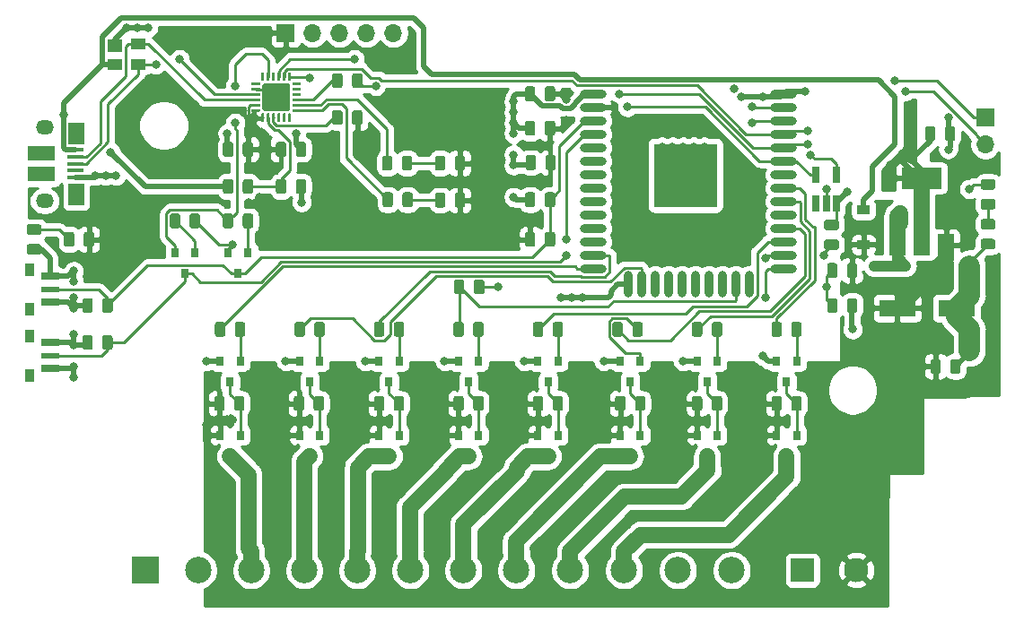
<source format=gbr>
G04 #@! TF.GenerationSoftware,KiCad,Pcbnew,5.1.5*
G04 #@! TF.CreationDate,2020-02-17T18:04:10-05:00*
G04 #@! TF.ProjectId,12V-SmartSwitch,3132562d-536d-4617-9274-537769746368,rev?*
G04 #@! TF.SameCoordinates,Original*
G04 #@! TF.FileFunction,Copper,L1,Top*
G04 #@! TF.FilePolarity,Positive*
%FSLAX46Y46*%
G04 Gerber Fmt 4.6, Leading zero omitted, Abs format (unit mm)*
G04 Created by KiCad (PCBNEW 5.1.5) date 2020-02-17 18:04:10*
%MOMM*%
%LPD*%
G04 APERTURE LIST*
%ADD10C,0.100000*%
%ADD11R,0.650000X1.560000*%
%ADD12O,1.700000X1.700000*%
%ADD13R,1.700000X1.700000*%
%ADD14C,2.300000*%
%ADD15R,2.200000X2.200000*%
%ADD16C,2.500000*%
%ADD17R,2.500000X2.500000*%
%ADD18R,3.500000X1.600000*%
%ADD19R,1.500000X2.000000*%
%ADD20R,1.650000X0.400000*%
%ADD21O,1.500000X1.100000*%
%ADD22O,1.700000X1.350000*%
%ADD23R,2.500000X1.430000*%
%ADD24O,2.500000X0.900000*%
%ADD25O,0.900000X2.500000*%
%ADD26R,6.000000X6.000000*%
%ADD27R,1.800000X0.750000*%
%ADD28R,1.800000X0.600000*%
%ADD29R,0.900000X1.300000*%
%ADD30R,1.200000X0.900000*%
%ADD31R,1.400000X1.200000*%
%ADD32R,1.400000X1.000000*%
%ADD33R,3.800000X2.000000*%
%ADD34R,0.800000X0.900000*%
%ADD35C,0.800000*%
%ADD36C,1.500000*%
%ADD37C,0.500000*%
%ADD38C,0.250000*%
%ADD39C,2.000000*%
%ADD40C,1.000000*%
%ADD41C,0.750000*%
%ADD42C,0.254000*%
G04 APERTURE END LIST*
G04 #@! TA.AperFunction,SMDPad,CuDef*
D10*
G36*
X156230142Y-117701174D02*
G01*
X156253803Y-117704684D01*
X156277007Y-117710496D01*
X156299529Y-117718554D01*
X156321153Y-117728782D01*
X156341670Y-117741079D01*
X156360883Y-117755329D01*
X156378607Y-117771393D01*
X156394671Y-117789117D01*
X156408921Y-117808330D01*
X156421218Y-117828847D01*
X156431446Y-117850471D01*
X156439504Y-117872993D01*
X156445316Y-117896197D01*
X156448826Y-117919858D01*
X156450000Y-117943750D01*
X156450000Y-118431250D01*
X156448826Y-118455142D01*
X156445316Y-118478803D01*
X156439504Y-118502007D01*
X156431446Y-118524529D01*
X156421218Y-118546153D01*
X156408921Y-118566670D01*
X156394671Y-118585883D01*
X156378607Y-118603607D01*
X156360883Y-118619671D01*
X156341670Y-118633921D01*
X156321153Y-118646218D01*
X156299529Y-118656446D01*
X156277007Y-118664504D01*
X156253803Y-118670316D01*
X156230142Y-118673826D01*
X156206250Y-118675000D01*
X155293750Y-118675000D01*
X155269858Y-118673826D01*
X155246197Y-118670316D01*
X155222993Y-118664504D01*
X155200471Y-118656446D01*
X155178847Y-118646218D01*
X155158330Y-118633921D01*
X155139117Y-118619671D01*
X155121393Y-118603607D01*
X155105329Y-118585883D01*
X155091079Y-118566670D01*
X155078782Y-118546153D01*
X155068554Y-118524529D01*
X155060496Y-118502007D01*
X155054684Y-118478803D01*
X155051174Y-118455142D01*
X155050000Y-118431250D01*
X155050000Y-117943750D01*
X155051174Y-117919858D01*
X155054684Y-117896197D01*
X155060496Y-117872993D01*
X155068554Y-117850471D01*
X155078782Y-117828847D01*
X155091079Y-117808330D01*
X155105329Y-117789117D01*
X155121393Y-117771393D01*
X155139117Y-117755329D01*
X155158330Y-117741079D01*
X155178847Y-117728782D01*
X155200471Y-117718554D01*
X155222993Y-117710496D01*
X155246197Y-117704684D01*
X155269858Y-117701174D01*
X155293750Y-117700000D01*
X156206250Y-117700000D01*
X156230142Y-117701174D01*
G37*
G04 #@! TD.AperFunction*
G04 #@! TA.AperFunction,SMDPad,CuDef*
G36*
X156230142Y-115826174D02*
G01*
X156253803Y-115829684D01*
X156277007Y-115835496D01*
X156299529Y-115843554D01*
X156321153Y-115853782D01*
X156341670Y-115866079D01*
X156360883Y-115880329D01*
X156378607Y-115896393D01*
X156394671Y-115914117D01*
X156408921Y-115933330D01*
X156421218Y-115953847D01*
X156431446Y-115975471D01*
X156439504Y-115997993D01*
X156445316Y-116021197D01*
X156448826Y-116044858D01*
X156450000Y-116068750D01*
X156450000Y-116556250D01*
X156448826Y-116580142D01*
X156445316Y-116603803D01*
X156439504Y-116627007D01*
X156431446Y-116649529D01*
X156421218Y-116671153D01*
X156408921Y-116691670D01*
X156394671Y-116710883D01*
X156378607Y-116728607D01*
X156360883Y-116744671D01*
X156341670Y-116758921D01*
X156321153Y-116771218D01*
X156299529Y-116781446D01*
X156277007Y-116789504D01*
X156253803Y-116795316D01*
X156230142Y-116798826D01*
X156206250Y-116800000D01*
X155293750Y-116800000D01*
X155269858Y-116798826D01*
X155246197Y-116795316D01*
X155222993Y-116789504D01*
X155200471Y-116781446D01*
X155178847Y-116771218D01*
X155158330Y-116758921D01*
X155139117Y-116744671D01*
X155121393Y-116728607D01*
X155105329Y-116710883D01*
X155091079Y-116691670D01*
X155078782Y-116671153D01*
X155068554Y-116649529D01*
X155060496Y-116627007D01*
X155054684Y-116603803D01*
X155051174Y-116580142D01*
X155050000Y-116556250D01*
X155050000Y-116068750D01*
X155051174Y-116044858D01*
X155054684Y-116021197D01*
X155060496Y-115997993D01*
X155068554Y-115975471D01*
X155078782Y-115953847D01*
X155091079Y-115933330D01*
X155105329Y-115914117D01*
X155121393Y-115896393D01*
X155139117Y-115880329D01*
X155158330Y-115866079D01*
X155178847Y-115853782D01*
X155200471Y-115843554D01*
X155222993Y-115835496D01*
X155246197Y-115829684D01*
X155269858Y-115826174D01*
X155293750Y-115825000D01*
X156206250Y-115825000D01*
X156230142Y-115826174D01*
G37*
G04 #@! TD.AperFunction*
G04 #@! TA.AperFunction,SMDPad,CuDef*
G36*
X156230142Y-119576174D02*
G01*
X156253803Y-119579684D01*
X156277007Y-119585496D01*
X156299529Y-119593554D01*
X156321153Y-119603782D01*
X156341670Y-119616079D01*
X156360883Y-119630329D01*
X156378607Y-119646393D01*
X156394671Y-119664117D01*
X156408921Y-119683330D01*
X156421218Y-119703847D01*
X156431446Y-119725471D01*
X156439504Y-119747993D01*
X156445316Y-119771197D01*
X156448826Y-119794858D01*
X156450000Y-119818750D01*
X156450000Y-120306250D01*
X156448826Y-120330142D01*
X156445316Y-120353803D01*
X156439504Y-120377007D01*
X156431446Y-120399529D01*
X156421218Y-120421153D01*
X156408921Y-120441670D01*
X156394671Y-120460883D01*
X156378607Y-120478607D01*
X156360883Y-120494671D01*
X156341670Y-120508921D01*
X156321153Y-120521218D01*
X156299529Y-120531446D01*
X156277007Y-120539504D01*
X156253803Y-120545316D01*
X156230142Y-120548826D01*
X156206250Y-120550000D01*
X155293750Y-120550000D01*
X155269858Y-120548826D01*
X155246197Y-120545316D01*
X155222993Y-120539504D01*
X155200471Y-120531446D01*
X155178847Y-120521218D01*
X155158330Y-120508921D01*
X155139117Y-120494671D01*
X155121393Y-120478607D01*
X155105329Y-120460883D01*
X155091079Y-120441670D01*
X155078782Y-120421153D01*
X155068554Y-120399529D01*
X155060496Y-120377007D01*
X155054684Y-120353803D01*
X155051174Y-120330142D01*
X155050000Y-120306250D01*
X155050000Y-119818750D01*
X155051174Y-119794858D01*
X155054684Y-119771197D01*
X155060496Y-119747993D01*
X155068554Y-119725471D01*
X155078782Y-119703847D01*
X155091079Y-119683330D01*
X155105329Y-119664117D01*
X155121393Y-119646393D01*
X155139117Y-119630329D01*
X155158330Y-119616079D01*
X155178847Y-119603782D01*
X155200471Y-119593554D01*
X155222993Y-119585496D01*
X155246197Y-119579684D01*
X155269858Y-119576174D01*
X155293750Y-119575000D01*
X156206250Y-119575000D01*
X156230142Y-119576174D01*
G37*
G04 #@! TD.AperFunction*
G04 #@! TA.AperFunction,SMDPad,CuDef*
G36*
X156230142Y-121451174D02*
G01*
X156253803Y-121454684D01*
X156277007Y-121460496D01*
X156299529Y-121468554D01*
X156321153Y-121478782D01*
X156341670Y-121491079D01*
X156360883Y-121505329D01*
X156378607Y-121521393D01*
X156394671Y-121539117D01*
X156408921Y-121558330D01*
X156421218Y-121578847D01*
X156431446Y-121600471D01*
X156439504Y-121622993D01*
X156445316Y-121646197D01*
X156448826Y-121669858D01*
X156450000Y-121693750D01*
X156450000Y-122181250D01*
X156448826Y-122205142D01*
X156445316Y-122228803D01*
X156439504Y-122252007D01*
X156431446Y-122274529D01*
X156421218Y-122296153D01*
X156408921Y-122316670D01*
X156394671Y-122335883D01*
X156378607Y-122353607D01*
X156360883Y-122369671D01*
X156341670Y-122383921D01*
X156321153Y-122396218D01*
X156299529Y-122406446D01*
X156277007Y-122414504D01*
X156253803Y-122420316D01*
X156230142Y-122423826D01*
X156206250Y-122425000D01*
X155293750Y-122425000D01*
X155269858Y-122423826D01*
X155246197Y-122420316D01*
X155222993Y-122414504D01*
X155200471Y-122406446D01*
X155178847Y-122396218D01*
X155158330Y-122383921D01*
X155139117Y-122369671D01*
X155121393Y-122353607D01*
X155105329Y-122335883D01*
X155091079Y-122316670D01*
X155078782Y-122296153D01*
X155068554Y-122274529D01*
X155060496Y-122252007D01*
X155054684Y-122228803D01*
X155051174Y-122205142D01*
X155050000Y-122181250D01*
X155050000Y-121693750D01*
X155051174Y-121669858D01*
X155054684Y-121646197D01*
X155060496Y-121622993D01*
X155068554Y-121600471D01*
X155078782Y-121578847D01*
X155091079Y-121558330D01*
X155105329Y-121539117D01*
X155121393Y-121521393D01*
X155139117Y-121505329D01*
X155158330Y-121491079D01*
X155178847Y-121478782D01*
X155200471Y-121468554D01*
X155222993Y-121460496D01*
X155246197Y-121454684D01*
X155269858Y-121451174D01*
X155293750Y-121450000D01*
X156206250Y-121450000D01*
X156230142Y-121451174D01*
G37*
G04 #@! TD.AperFunction*
D11*
X139550000Y-115400000D03*
X141450000Y-115400000D03*
X141450000Y-118100000D03*
X140500000Y-118100000D03*
X139550000Y-118100000D03*
G04 #@! TA.AperFunction,SMDPad,CuDef*
D10*
G36*
X141480142Y-121513674D02*
G01*
X141503803Y-121517184D01*
X141527007Y-121522996D01*
X141549529Y-121531054D01*
X141571153Y-121541282D01*
X141591670Y-121553579D01*
X141610883Y-121567829D01*
X141628607Y-121583893D01*
X141644671Y-121601617D01*
X141658921Y-121620830D01*
X141671218Y-121641347D01*
X141681446Y-121662971D01*
X141689504Y-121685493D01*
X141695316Y-121708697D01*
X141698826Y-121732358D01*
X141700000Y-121756250D01*
X141700000Y-122243750D01*
X141698826Y-122267642D01*
X141695316Y-122291303D01*
X141689504Y-122314507D01*
X141681446Y-122337029D01*
X141671218Y-122358653D01*
X141658921Y-122379170D01*
X141644671Y-122398383D01*
X141628607Y-122416107D01*
X141610883Y-122432171D01*
X141591670Y-122446421D01*
X141571153Y-122458718D01*
X141549529Y-122468946D01*
X141527007Y-122477004D01*
X141503803Y-122482816D01*
X141480142Y-122486326D01*
X141456250Y-122487500D01*
X140543750Y-122487500D01*
X140519858Y-122486326D01*
X140496197Y-122482816D01*
X140472993Y-122477004D01*
X140450471Y-122468946D01*
X140428847Y-122458718D01*
X140408330Y-122446421D01*
X140389117Y-122432171D01*
X140371393Y-122416107D01*
X140355329Y-122398383D01*
X140341079Y-122379170D01*
X140328782Y-122358653D01*
X140318554Y-122337029D01*
X140310496Y-122314507D01*
X140304684Y-122291303D01*
X140301174Y-122267642D01*
X140300000Y-122243750D01*
X140300000Y-121756250D01*
X140301174Y-121732358D01*
X140304684Y-121708697D01*
X140310496Y-121685493D01*
X140318554Y-121662971D01*
X140328782Y-121641347D01*
X140341079Y-121620830D01*
X140355329Y-121601617D01*
X140371393Y-121583893D01*
X140389117Y-121567829D01*
X140408330Y-121553579D01*
X140428847Y-121541282D01*
X140450471Y-121531054D01*
X140472993Y-121522996D01*
X140496197Y-121517184D01*
X140519858Y-121513674D01*
X140543750Y-121512500D01*
X141456250Y-121512500D01*
X141480142Y-121513674D01*
G37*
G04 #@! TD.AperFunction*
G04 #@! TA.AperFunction,SMDPad,CuDef*
G36*
X141480142Y-119638674D02*
G01*
X141503803Y-119642184D01*
X141527007Y-119647996D01*
X141549529Y-119656054D01*
X141571153Y-119666282D01*
X141591670Y-119678579D01*
X141610883Y-119692829D01*
X141628607Y-119708893D01*
X141644671Y-119726617D01*
X141658921Y-119745830D01*
X141671218Y-119766347D01*
X141681446Y-119787971D01*
X141689504Y-119810493D01*
X141695316Y-119833697D01*
X141698826Y-119857358D01*
X141700000Y-119881250D01*
X141700000Y-120368750D01*
X141698826Y-120392642D01*
X141695316Y-120416303D01*
X141689504Y-120439507D01*
X141681446Y-120462029D01*
X141671218Y-120483653D01*
X141658921Y-120504170D01*
X141644671Y-120523383D01*
X141628607Y-120541107D01*
X141610883Y-120557171D01*
X141591670Y-120571421D01*
X141571153Y-120583718D01*
X141549529Y-120593946D01*
X141527007Y-120602004D01*
X141503803Y-120607816D01*
X141480142Y-120611326D01*
X141456250Y-120612500D01*
X140543750Y-120612500D01*
X140519858Y-120611326D01*
X140496197Y-120607816D01*
X140472993Y-120602004D01*
X140450471Y-120593946D01*
X140428847Y-120583718D01*
X140408330Y-120571421D01*
X140389117Y-120557171D01*
X140371393Y-120541107D01*
X140355329Y-120523383D01*
X140341079Y-120504170D01*
X140328782Y-120483653D01*
X140318554Y-120462029D01*
X140310496Y-120439507D01*
X140304684Y-120416303D01*
X140301174Y-120392642D01*
X140300000Y-120368750D01*
X140300000Y-119881250D01*
X140301174Y-119857358D01*
X140304684Y-119833697D01*
X140310496Y-119810493D01*
X140318554Y-119787971D01*
X140328782Y-119766347D01*
X140341079Y-119745830D01*
X140355329Y-119726617D01*
X140371393Y-119708893D01*
X140389117Y-119692829D01*
X140408330Y-119678579D01*
X140428847Y-119666282D01*
X140450471Y-119656054D01*
X140472993Y-119647996D01*
X140496197Y-119642184D01*
X140519858Y-119638674D01*
X140543750Y-119637500D01*
X141456250Y-119637500D01*
X141480142Y-119638674D01*
G37*
G04 #@! TD.AperFunction*
D12*
X155500000Y-112540000D03*
D13*
X155500000Y-110000000D03*
D12*
X99660000Y-102000000D03*
X97120000Y-102000000D03*
X94580000Y-102000000D03*
X92040000Y-102000000D03*
D13*
X89500000Y-102000000D03*
G04 #@! TA.AperFunction,SMDPad,CuDef*
D10*
G36*
X108017642Y-125301174D02*
G01*
X108041303Y-125304684D01*
X108064507Y-125310496D01*
X108087029Y-125318554D01*
X108108653Y-125328782D01*
X108129170Y-125341079D01*
X108148383Y-125355329D01*
X108166107Y-125371393D01*
X108182171Y-125389117D01*
X108196421Y-125408330D01*
X108208718Y-125428847D01*
X108218946Y-125450471D01*
X108227004Y-125472993D01*
X108232816Y-125496197D01*
X108236326Y-125519858D01*
X108237500Y-125543750D01*
X108237500Y-126456250D01*
X108236326Y-126480142D01*
X108232816Y-126503803D01*
X108227004Y-126527007D01*
X108218946Y-126549529D01*
X108208718Y-126571153D01*
X108196421Y-126591670D01*
X108182171Y-126610883D01*
X108166107Y-126628607D01*
X108148383Y-126644671D01*
X108129170Y-126658921D01*
X108108653Y-126671218D01*
X108087029Y-126681446D01*
X108064507Y-126689504D01*
X108041303Y-126695316D01*
X108017642Y-126698826D01*
X107993750Y-126700000D01*
X107506250Y-126700000D01*
X107482358Y-126698826D01*
X107458697Y-126695316D01*
X107435493Y-126689504D01*
X107412971Y-126681446D01*
X107391347Y-126671218D01*
X107370830Y-126658921D01*
X107351617Y-126644671D01*
X107333893Y-126628607D01*
X107317829Y-126610883D01*
X107303579Y-126591670D01*
X107291282Y-126571153D01*
X107281054Y-126549529D01*
X107272996Y-126527007D01*
X107267184Y-126503803D01*
X107263674Y-126480142D01*
X107262500Y-126456250D01*
X107262500Y-125543750D01*
X107263674Y-125519858D01*
X107267184Y-125496197D01*
X107272996Y-125472993D01*
X107281054Y-125450471D01*
X107291282Y-125428847D01*
X107303579Y-125408330D01*
X107317829Y-125389117D01*
X107333893Y-125371393D01*
X107351617Y-125355329D01*
X107370830Y-125341079D01*
X107391347Y-125328782D01*
X107412971Y-125318554D01*
X107435493Y-125310496D01*
X107458697Y-125304684D01*
X107482358Y-125301174D01*
X107506250Y-125300000D01*
X107993750Y-125300000D01*
X108017642Y-125301174D01*
G37*
G04 #@! TD.AperFunction*
G04 #@! TA.AperFunction,SMDPad,CuDef*
G36*
X106142642Y-125301174D02*
G01*
X106166303Y-125304684D01*
X106189507Y-125310496D01*
X106212029Y-125318554D01*
X106233653Y-125328782D01*
X106254170Y-125341079D01*
X106273383Y-125355329D01*
X106291107Y-125371393D01*
X106307171Y-125389117D01*
X106321421Y-125408330D01*
X106333718Y-125428847D01*
X106343946Y-125450471D01*
X106352004Y-125472993D01*
X106357816Y-125496197D01*
X106361326Y-125519858D01*
X106362500Y-125543750D01*
X106362500Y-126456250D01*
X106361326Y-126480142D01*
X106357816Y-126503803D01*
X106352004Y-126527007D01*
X106343946Y-126549529D01*
X106333718Y-126571153D01*
X106321421Y-126591670D01*
X106307171Y-126610883D01*
X106291107Y-126628607D01*
X106273383Y-126644671D01*
X106254170Y-126658921D01*
X106233653Y-126671218D01*
X106212029Y-126681446D01*
X106189507Y-126689504D01*
X106166303Y-126695316D01*
X106142642Y-126698826D01*
X106118750Y-126700000D01*
X105631250Y-126700000D01*
X105607358Y-126698826D01*
X105583697Y-126695316D01*
X105560493Y-126689504D01*
X105537971Y-126681446D01*
X105516347Y-126671218D01*
X105495830Y-126658921D01*
X105476617Y-126644671D01*
X105458893Y-126628607D01*
X105442829Y-126610883D01*
X105428579Y-126591670D01*
X105416282Y-126571153D01*
X105406054Y-126549529D01*
X105397996Y-126527007D01*
X105392184Y-126503803D01*
X105388674Y-126480142D01*
X105387500Y-126456250D01*
X105387500Y-125543750D01*
X105388674Y-125519858D01*
X105392184Y-125496197D01*
X105397996Y-125472993D01*
X105406054Y-125450471D01*
X105416282Y-125428847D01*
X105428579Y-125408330D01*
X105442829Y-125389117D01*
X105458893Y-125371393D01*
X105476617Y-125355329D01*
X105495830Y-125341079D01*
X105516347Y-125328782D01*
X105537971Y-125318554D01*
X105560493Y-125310496D01*
X105583697Y-125304684D01*
X105607358Y-125301174D01*
X105631250Y-125300000D01*
X106118750Y-125300000D01*
X106142642Y-125301174D01*
G37*
G04 #@! TD.AperFunction*
D14*
X143330000Y-152750000D03*
D15*
X138250000Y-152750000D03*
D16*
X131570000Y-152750000D03*
X126490000Y-152750000D03*
X121410000Y-152750000D03*
X116330000Y-152750000D03*
X111250000Y-152750000D03*
X106250000Y-152750000D03*
X101250000Y-152750000D03*
X96250000Y-152750000D03*
X91250000Y-152750000D03*
X86250000Y-152750000D03*
X81250000Y-152750000D03*
D17*
X76250000Y-152750000D03*
G04 #@! TA.AperFunction,SMDPad,CuDef*
D10*
G36*
X143205142Y-127051174D02*
G01*
X143228803Y-127054684D01*
X143252007Y-127060496D01*
X143274529Y-127068554D01*
X143296153Y-127078782D01*
X143316670Y-127091079D01*
X143335883Y-127105329D01*
X143353607Y-127121393D01*
X143369671Y-127139117D01*
X143383921Y-127158330D01*
X143396218Y-127178847D01*
X143406446Y-127200471D01*
X143414504Y-127222993D01*
X143420316Y-127246197D01*
X143423826Y-127269858D01*
X143425000Y-127293750D01*
X143425000Y-128206250D01*
X143423826Y-128230142D01*
X143420316Y-128253803D01*
X143414504Y-128277007D01*
X143406446Y-128299529D01*
X143396218Y-128321153D01*
X143383921Y-128341670D01*
X143369671Y-128360883D01*
X143353607Y-128378607D01*
X143335883Y-128394671D01*
X143316670Y-128408921D01*
X143296153Y-128421218D01*
X143274529Y-128431446D01*
X143252007Y-128439504D01*
X143228803Y-128445316D01*
X143205142Y-128448826D01*
X143181250Y-128450000D01*
X142693750Y-128450000D01*
X142669858Y-128448826D01*
X142646197Y-128445316D01*
X142622993Y-128439504D01*
X142600471Y-128431446D01*
X142578847Y-128421218D01*
X142558330Y-128408921D01*
X142539117Y-128394671D01*
X142521393Y-128378607D01*
X142505329Y-128360883D01*
X142491079Y-128341670D01*
X142478782Y-128321153D01*
X142468554Y-128299529D01*
X142460496Y-128277007D01*
X142454684Y-128253803D01*
X142451174Y-128230142D01*
X142450000Y-128206250D01*
X142450000Y-127293750D01*
X142451174Y-127269858D01*
X142454684Y-127246197D01*
X142460496Y-127222993D01*
X142468554Y-127200471D01*
X142478782Y-127178847D01*
X142491079Y-127158330D01*
X142505329Y-127139117D01*
X142521393Y-127121393D01*
X142539117Y-127105329D01*
X142558330Y-127091079D01*
X142578847Y-127078782D01*
X142600471Y-127068554D01*
X142622993Y-127060496D01*
X142646197Y-127054684D01*
X142669858Y-127051174D01*
X142693750Y-127050000D01*
X143181250Y-127050000D01*
X143205142Y-127051174D01*
G37*
G04 #@! TD.AperFunction*
G04 #@! TA.AperFunction,SMDPad,CuDef*
G36*
X141330142Y-127051174D02*
G01*
X141353803Y-127054684D01*
X141377007Y-127060496D01*
X141399529Y-127068554D01*
X141421153Y-127078782D01*
X141441670Y-127091079D01*
X141460883Y-127105329D01*
X141478607Y-127121393D01*
X141494671Y-127139117D01*
X141508921Y-127158330D01*
X141521218Y-127178847D01*
X141531446Y-127200471D01*
X141539504Y-127222993D01*
X141545316Y-127246197D01*
X141548826Y-127269858D01*
X141550000Y-127293750D01*
X141550000Y-128206250D01*
X141548826Y-128230142D01*
X141545316Y-128253803D01*
X141539504Y-128277007D01*
X141531446Y-128299529D01*
X141521218Y-128321153D01*
X141508921Y-128341670D01*
X141494671Y-128360883D01*
X141478607Y-128378607D01*
X141460883Y-128394671D01*
X141441670Y-128408921D01*
X141421153Y-128421218D01*
X141399529Y-128431446D01*
X141377007Y-128439504D01*
X141353803Y-128445316D01*
X141330142Y-128448826D01*
X141306250Y-128450000D01*
X140818750Y-128450000D01*
X140794858Y-128448826D01*
X140771197Y-128445316D01*
X140747993Y-128439504D01*
X140725471Y-128431446D01*
X140703847Y-128421218D01*
X140683330Y-128408921D01*
X140664117Y-128394671D01*
X140646393Y-128378607D01*
X140630329Y-128360883D01*
X140616079Y-128341670D01*
X140603782Y-128321153D01*
X140593554Y-128299529D01*
X140585496Y-128277007D01*
X140579684Y-128253803D01*
X140576174Y-128230142D01*
X140575000Y-128206250D01*
X140575000Y-127293750D01*
X140576174Y-127269858D01*
X140579684Y-127246197D01*
X140585496Y-127222993D01*
X140593554Y-127200471D01*
X140603782Y-127178847D01*
X140616079Y-127158330D01*
X140630329Y-127139117D01*
X140646393Y-127121393D01*
X140664117Y-127105329D01*
X140683330Y-127091079D01*
X140703847Y-127078782D01*
X140725471Y-127068554D01*
X140747993Y-127060496D01*
X140771197Y-127054684D01*
X140794858Y-127051174D01*
X140818750Y-127050000D01*
X141306250Y-127050000D01*
X141330142Y-127051174D01*
G37*
G04 #@! TD.AperFunction*
G04 #@! TA.AperFunction,SMDPad,CuDef*
G36*
X143205142Y-123738674D02*
G01*
X143228803Y-123742184D01*
X143252007Y-123747996D01*
X143274529Y-123756054D01*
X143296153Y-123766282D01*
X143316670Y-123778579D01*
X143335883Y-123792829D01*
X143353607Y-123808893D01*
X143369671Y-123826617D01*
X143383921Y-123845830D01*
X143396218Y-123866347D01*
X143406446Y-123887971D01*
X143414504Y-123910493D01*
X143420316Y-123933697D01*
X143423826Y-123957358D01*
X143425000Y-123981250D01*
X143425000Y-124893750D01*
X143423826Y-124917642D01*
X143420316Y-124941303D01*
X143414504Y-124964507D01*
X143406446Y-124987029D01*
X143396218Y-125008653D01*
X143383921Y-125029170D01*
X143369671Y-125048383D01*
X143353607Y-125066107D01*
X143335883Y-125082171D01*
X143316670Y-125096421D01*
X143296153Y-125108718D01*
X143274529Y-125118946D01*
X143252007Y-125127004D01*
X143228803Y-125132816D01*
X143205142Y-125136326D01*
X143181250Y-125137500D01*
X142693750Y-125137500D01*
X142669858Y-125136326D01*
X142646197Y-125132816D01*
X142622993Y-125127004D01*
X142600471Y-125118946D01*
X142578847Y-125108718D01*
X142558330Y-125096421D01*
X142539117Y-125082171D01*
X142521393Y-125066107D01*
X142505329Y-125048383D01*
X142491079Y-125029170D01*
X142478782Y-125008653D01*
X142468554Y-124987029D01*
X142460496Y-124964507D01*
X142454684Y-124941303D01*
X142451174Y-124917642D01*
X142450000Y-124893750D01*
X142450000Y-123981250D01*
X142451174Y-123957358D01*
X142454684Y-123933697D01*
X142460496Y-123910493D01*
X142468554Y-123887971D01*
X142478782Y-123866347D01*
X142491079Y-123845830D01*
X142505329Y-123826617D01*
X142521393Y-123808893D01*
X142539117Y-123792829D01*
X142558330Y-123778579D01*
X142578847Y-123766282D01*
X142600471Y-123756054D01*
X142622993Y-123747996D01*
X142646197Y-123742184D01*
X142669858Y-123738674D01*
X142693750Y-123737500D01*
X143181250Y-123737500D01*
X143205142Y-123738674D01*
G37*
G04 #@! TD.AperFunction*
G04 #@! TA.AperFunction,SMDPad,CuDef*
G36*
X141330142Y-123738674D02*
G01*
X141353803Y-123742184D01*
X141377007Y-123747996D01*
X141399529Y-123756054D01*
X141421153Y-123766282D01*
X141441670Y-123778579D01*
X141460883Y-123792829D01*
X141478607Y-123808893D01*
X141494671Y-123826617D01*
X141508921Y-123845830D01*
X141521218Y-123866347D01*
X141531446Y-123887971D01*
X141539504Y-123910493D01*
X141545316Y-123933697D01*
X141548826Y-123957358D01*
X141550000Y-123981250D01*
X141550000Y-124893750D01*
X141548826Y-124917642D01*
X141545316Y-124941303D01*
X141539504Y-124964507D01*
X141531446Y-124987029D01*
X141521218Y-125008653D01*
X141508921Y-125029170D01*
X141494671Y-125048383D01*
X141478607Y-125066107D01*
X141460883Y-125082171D01*
X141441670Y-125096421D01*
X141421153Y-125108718D01*
X141399529Y-125118946D01*
X141377007Y-125127004D01*
X141353803Y-125132816D01*
X141330142Y-125136326D01*
X141306250Y-125137500D01*
X140818750Y-125137500D01*
X140794858Y-125136326D01*
X140771197Y-125132816D01*
X140747993Y-125127004D01*
X140725471Y-125118946D01*
X140703847Y-125108718D01*
X140683330Y-125096421D01*
X140664117Y-125082171D01*
X140646393Y-125066107D01*
X140630329Y-125048383D01*
X140616079Y-125029170D01*
X140603782Y-125008653D01*
X140593554Y-124987029D01*
X140585496Y-124964507D01*
X140579684Y-124941303D01*
X140576174Y-124917642D01*
X140575000Y-124893750D01*
X140575000Y-123981250D01*
X140576174Y-123957358D01*
X140579684Y-123933697D01*
X140585496Y-123910493D01*
X140593554Y-123887971D01*
X140603782Y-123866347D01*
X140616079Y-123845830D01*
X140630329Y-123826617D01*
X140646393Y-123808893D01*
X140664117Y-123792829D01*
X140683330Y-123778579D01*
X140703847Y-123766282D01*
X140725471Y-123756054D01*
X140747993Y-123747996D01*
X140771197Y-123742184D01*
X140794858Y-123738674D01*
X140818750Y-123737500D01*
X141306250Y-123737500D01*
X141330142Y-123738674D01*
G37*
G04 #@! TD.AperFunction*
G04 #@! TA.AperFunction,SMDPad,CuDef*
G36*
X114705142Y-107051174D02*
G01*
X114728803Y-107054684D01*
X114752007Y-107060496D01*
X114774529Y-107068554D01*
X114796153Y-107078782D01*
X114816670Y-107091079D01*
X114835883Y-107105329D01*
X114853607Y-107121393D01*
X114869671Y-107139117D01*
X114883921Y-107158330D01*
X114896218Y-107178847D01*
X114906446Y-107200471D01*
X114914504Y-107222993D01*
X114920316Y-107246197D01*
X114923826Y-107269858D01*
X114925000Y-107293750D01*
X114925000Y-108206250D01*
X114923826Y-108230142D01*
X114920316Y-108253803D01*
X114914504Y-108277007D01*
X114906446Y-108299529D01*
X114896218Y-108321153D01*
X114883921Y-108341670D01*
X114869671Y-108360883D01*
X114853607Y-108378607D01*
X114835883Y-108394671D01*
X114816670Y-108408921D01*
X114796153Y-108421218D01*
X114774529Y-108431446D01*
X114752007Y-108439504D01*
X114728803Y-108445316D01*
X114705142Y-108448826D01*
X114681250Y-108450000D01*
X114193750Y-108450000D01*
X114169858Y-108448826D01*
X114146197Y-108445316D01*
X114122993Y-108439504D01*
X114100471Y-108431446D01*
X114078847Y-108421218D01*
X114058330Y-108408921D01*
X114039117Y-108394671D01*
X114021393Y-108378607D01*
X114005329Y-108360883D01*
X113991079Y-108341670D01*
X113978782Y-108321153D01*
X113968554Y-108299529D01*
X113960496Y-108277007D01*
X113954684Y-108253803D01*
X113951174Y-108230142D01*
X113950000Y-108206250D01*
X113950000Y-107293750D01*
X113951174Y-107269858D01*
X113954684Y-107246197D01*
X113960496Y-107222993D01*
X113968554Y-107200471D01*
X113978782Y-107178847D01*
X113991079Y-107158330D01*
X114005329Y-107139117D01*
X114021393Y-107121393D01*
X114039117Y-107105329D01*
X114058330Y-107091079D01*
X114078847Y-107078782D01*
X114100471Y-107068554D01*
X114122993Y-107060496D01*
X114146197Y-107054684D01*
X114169858Y-107051174D01*
X114193750Y-107050000D01*
X114681250Y-107050000D01*
X114705142Y-107051174D01*
G37*
G04 #@! TD.AperFunction*
G04 #@! TA.AperFunction,SMDPad,CuDef*
G36*
X112830142Y-107051174D02*
G01*
X112853803Y-107054684D01*
X112877007Y-107060496D01*
X112899529Y-107068554D01*
X112921153Y-107078782D01*
X112941670Y-107091079D01*
X112960883Y-107105329D01*
X112978607Y-107121393D01*
X112994671Y-107139117D01*
X113008921Y-107158330D01*
X113021218Y-107178847D01*
X113031446Y-107200471D01*
X113039504Y-107222993D01*
X113045316Y-107246197D01*
X113048826Y-107269858D01*
X113050000Y-107293750D01*
X113050000Y-108206250D01*
X113048826Y-108230142D01*
X113045316Y-108253803D01*
X113039504Y-108277007D01*
X113031446Y-108299529D01*
X113021218Y-108321153D01*
X113008921Y-108341670D01*
X112994671Y-108360883D01*
X112978607Y-108378607D01*
X112960883Y-108394671D01*
X112941670Y-108408921D01*
X112921153Y-108421218D01*
X112899529Y-108431446D01*
X112877007Y-108439504D01*
X112853803Y-108445316D01*
X112830142Y-108448826D01*
X112806250Y-108450000D01*
X112318750Y-108450000D01*
X112294858Y-108448826D01*
X112271197Y-108445316D01*
X112247993Y-108439504D01*
X112225471Y-108431446D01*
X112203847Y-108421218D01*
X112183330Y-108408921D01*
X112164117Y-108394671D01*
X112146393Y-108378607D01*
X112130329Y-108360883D01*
X112116079Y-108341670D01*
X112103782Y-108321153D01*
X112093554Y-108299529D01*
X112085496Y-108277007D01*
X112079684Y-108253803D01*
X112076174Y-108230142D01*
X112075000Y-108206250D01*
X112075000Y-107293750D01*
X112076174Y-107269858D01*
X112079684Y-107246197D01*
X112085496Y-107222993D01*
X112093554Y-107200471D01*
X112103782Y-107178847D01*
X112116079Y-107158330D01*
X112130329Y-107139117D01*
X112146393Y-107121393D01*
X112164117Y-107105329D01*
X112183330Y-107091079D01*
X112203847Y-107078782D01*
X112225471Y-107068554D01*
X112247993Y-107060496D01*
X112271197Y-107054684D01*
X112294858Y-107051174D01*
X112318750Y-107050000D01*
X112806250Y-107050000D01*
X112830142Y-107051174D01*
G37*
G04 #@! TD.AperFunction*
D18*
X152800000Y-128000000D03*
X147200000Y-128000000D03*
G04 #@! TA.AperFunction,SMDPad,CuDef*
D10*
G36*
X96517642Y-105801174D02*
G01*
X96541303Y-105804684D01*
X96564507Y-105810496D01*
X96587029Y-105818554D01*
X96608653Y-105828782D01*
X96629170Y-105841079D01*
X96648383Y-105855329D01*
X96666107Y-105871393D01*
X96682171Y-105889117D01*
X96696421Y-105908330D01*
X96708718Y-105928847D01*
X96718946Y-105950471D01*
X96727004Y-105972993D01*
X96732816Y-105996197D01*
X96736326Y-106019858D01*
X96737500Y-106043750D01*
X96737500Y-106956250D01*
X96736326Y-106980142D01*
X96732816Y-107003803D01*
X96727004Y-107027007D01*
X96718946Y-107049529D01*
X96708718Y-107071153D01*
X96696421Y-107091670D01*
X96682171Y-107110883D01*
X96666107Y-107128607D01*
X96648383Y-107144671D01*
X96629170Y-107158921D01*
X96608653Y-107171218D01*
X96587029Y-107181446D01*
X96564507Y-107189504D01*
X96541303Y-107195316D01*
X96517642Y-107198826D01*
X96493750Y-107200000D01*
X96006250Y-107200000D01*
X95982358Y-107198826D01*
X95958697Y-107195316D01*
X95935493Y-107189504D01*
X95912971Y-107181446D01*
X95891347Y-107171218D01*
X95870830Y-107158921D01*
X95851617Y-107144671D01*
X95833893Y-107128607D01*
X95817829Y-107110883D01*
X95803579Y-107091670D01*
X95791282Y-107071153D01*
X95781054Y-107049529D01*
X95772996Y-107027007D01*
X95767184Y-107003803D01*
X95763674Y-106980142D01*
X95762500Y-106956250D01*
X95762500Y-106043750D01*
X95763674Y-106019858D01*
X95767184Y-105996197D01*
X95772996Y-105972993D01*
X95781054Y-105950471D01*
X95791282Y-105928847D01*
X95803579Y-105908330D01*
X95817829Y-105889117D01*
X95833893Y-105871393D01*
X95851617Y-105855329D01*
X95870830Y-105841079D01*
X95891347Y-105828782D01*
X95912971Y-105818554D01*
X95935493Y-105810496D01*
X95958697Y-105804684D01*
X95982358Y-105801174D01*
X96006250Y-105800000D01*
X96493750Y-105800000D01*
X96517642Y-105801174D01*
G37*
G04 #@! TD.AperFunction*
G04 #@! TA.AperFunction,SMDPad,CuDef*
G36*
X94642642Y-105801174D02*
G01*
X94666303Y-105804684D01*
X94689507Y-105810496D01*
X94712029Y-105818554D01*
X94733653Y-105828782D01*
X94754170Y-105841079D01*
X94773383Y-105855329D01*
X94791107Y-105871393D01*
X94807171Y-105889117D01*
X94821421Y-105908330D01*
X94833718Y-105928847D01*
X94843946Y-105950471D01*
X94852004Y-105972993D01*
X94857816Y-105996197D01*
X94861326Y-106019858D01*
X94862500Y-106043750D01*
X94862500Y-106956250D01*
X94861326Y-106980142D01*
X94857816Y-107003803D01*
X94852004Y-107027007D01*
X94843946Y-107049529D01*
X94833718Y-107071153D01*
X94821421Y-107091670D01*
X94807171Y-107110883D01*
X94791107Y-107128607D01*
X94773383Y-107144671D01*
X94754170Y-107158921D01*
X94733653Y-107171218D01*
X94712029Y-107181446D01*
X94689507Y-107189504D01*
X94666303Y-107195316D01*
X94642642Y-107198826D01*
X94618750Y-107200000D01*
X94131250Y-107200000D01*
X94107358Y-107198826D01*
X94083697Y-107195316D01*
X94060493Y-107189504D01*
X94037971Y-107181446D01*
X94016347Y-107171218D01*
X93995830Y-107158921D01*
X93976617Y-107144671D01*
X93958893Y-107128607D01*
X93942829Y-107110883D01*
X93928579Y-107091670D01*
X93916282Y-107071153D01*
X93906054Y-107049529D01*
X93897996Y-107027007D01*
X93892184Y-107003803D01*
X93888674Y-106980142D01*
X93887500Y-106956250D01*
X93887500Y-106043750D01*
X93888674Y-106019858D01*
X93892184Y-105996197D01*
X93897996Y-105972993D01*
X93906054Y-105950471D01*
X93916282Y-105928847D01*
X93928579Y-105908330D01*
X93942829Y-105889117D01*
X93958893Y-105871393D01*
X93976617Y-105855329D01*
X93995830Y-105841079D01*
X94016347Y-105828782D01*
X94037971Y-105818554D01*
X94060493Y-105810496D01*
X94083697Y-105804684D01*
X94107358Y-105801174D01*
X94131250Y-105800000D01*
X94618750Y-105800000D01*
X94642642Y-105801174D01*
G37*
G04 #@! TD.AperFunction*
D19*
X69730000Y-111500000D03*
X69750000Y-117250000D03*
D20*
X69630000Y-113050000D03*
X69630000Y-113700000D03*
X69630000Y-114350000D03*
X69630000Y-115000000D03*
X69630000Y-115650000D03*
D21*
X69750000Y-111875000D03*
X69750000Y-116875000D03*
D22*
X66750000Y-110875000D03*
X66750000Y-117875000D03*
D23*
X66480000Y-113390000D03*
X66480000Y-115310000D03*
D24*
X136500000Y-107750000D03*
X136500000Y-109020000D03*
X136500000Y-110290000D03*
X136500000Y-111560000D03*
X136500000Y-112830000D03*
X136500000Y-114100000D03*
X136500000Y-115370000D03*
X136500000Y-116640000D03*
X136500000Y-117910000D03*
X136500000Y-119180000D03*
X136500000Y-120450000D03*
X136500000Y-121720000D03*
X136500000Y-122990000D03*
X136500000Y-124260000D03*
D25*
X133215000Y-125750000D03*
X131945000Y-125750000D03*
X130675000Y-125750000D03*
X129405000Y-125750000D03*
X128135000Y-125750000D03*
X126865000Y-125750000D03*
X125595000Y-125750000D03*
X124325000Y-125750000D03*
X123055000Y-125750000D03*
X121785000Y-125750000D03*
D24*
X118500000Y-124260000D03*
X118500000Y-122990000D03*
X118500000Y-121720000D03*
X118500000Y-120450000D03*
X118500000Y-119180000D03*
X118500000Y-117910000D03*
X118500000Y-116640000D03*
X118500000Y-115370000D03*
X118500000Y-114100000D03*
X118500000Y-112830000D03*
X118500000Y-111560000D03*
X118500000Y-110290000D03*
X118500000Y-109020000D03*
X118500000Y-107750000D03*
D26*
X127200000Y-115450000D03*
D27*
X67250000Y-125000000D03*
D28*
X67250000Y-126225000D03*
D27*
X67250000Y-127450000D03*
D29*
X65300000Y-128075000D03*
X65300000Y-124375000D03*
X65300000Y-130650000D03*
X65300000Y-134350000D03*
D27*
X67250000Y-133725000D03*
D28*
X67250000Y-132500000D03*
D27*
X67250000Y-131275000D03*
G04 #@! TA.AperFunction,SMDPad,CuDef*
D10*
G36*
X89330142Y-112301174D02*
G01*
X89353803Y-112304684D01*
X89377007Y-112310496D01*
X89399529Y-112318554D01*
X89421153Y-112328782D01*
X89441670Y-112341079D01*
X89460883Y-112355329D01*
X89478607Y-112371393D01*
X89494671Y-112389117D01*
X89508921Y-112408330D01*
X89521218Y-112428847D01*
X89531446Y-112450471D01*
X89539504Y-112472993D01*
X89545316Y-112496197D01*
X89548826Y-112519858D01*
X89550000Y-112543750D01*
X89550000Y-113456250D01*
X89548826Y-113480142D01*
X89545316Y-113503803D01*
X89539504Y-113527007D01*
X89531446Y-113549529D01*
X89521218Y-113571153D01*
X89508921Y-113591670D01*
X89494671Y-113610883D01*
X89478607Y-113628607D01*
X89460883Y-113644671D01*
X89441670Y-113658921D01*
X89421153Y-113671218D01*
X89399529Y-113681446D01*
X89377007Y-113689504D01*
X89353803Y-113695316D01*
X89330142Y-113698826D01*
X89306250Y-113700000D01*
X88818750Y-113700000D01*
X88794858Y-113698826D01*
X88771197Y-113695316D01*
X88747993Y-113689504D01*
X88725471Y-113681446D01*
X88703847Y-113671218D01*
X88683330Y-113658921D01*
X88664117Y-113644671D01*
X88646393Y-113628607D01*
X88630329Y-113610883D01*
X88616079Y-113591670D01*
X88603782Y-113571153D01*
X88593554Y-113549529D01*
X88585496Y-113527007D01*
X88579684Y-113503803D01*
X88576174Y-113480142D01*
X88575000Y-113456250D01*
X88575000Y-112543750D01*
X88576174Y-112519858D01*
X88579684Y-112496197D01*
X88585496Y-112472993D01*
X88593554Y-112450471D01*
X88603782Y-112428847D01*
X88616079Y-112408330D01*
X88630329Y-112389117D01*
X88646393Y-112371393D01*
X88664117Y-112355329D01*
X88683330Y-112341079D01*
X88703847Y-112328782D01*
X88725471Y-112318554D01*
X88747993Y-112310496D01*
X88771197Y-112304684D01*
X88794858Y-112301174D01*
X88818750Y-112300000D01*
X89306250Y-112300000D01*
X89330142Y-112301174D01*
G37*
G04 #@! TD.AperFunction*
G04 #@! TA.AperFunction,SMDPad,CuDef*
G36*
X91205142Y-112301174D02*
G01*
X91228803Y-112304684D01*
X91252007Y-112310496D01*
X91274529Y-112318554D01*
X91296153Y-112328782D01*
X91316670Y-112341079D01*
X91335883Y-112355329D01*
X91353607Y-112371393D01*
X91369671Y-112389117D01*
X91383921Y-112408330D01*
X91396218Y-112428847D01*
X91406446Y-112450471D01*
X91414504Y-112472993D01*
X91420316Y-112496197D01*
X91423826Y-112519858D01*
X91425000Y-112543750D01*
X91425000Y-113456250D01*
X91423826Y-113480142D01*
X91420316Y-113503803D01*
X91414504Y-113527007D01*
X91406446Y-113549529D01*
X91396218Y-113571153D01*
X91383921Y-113591670D01*
X91369671Y-113610883D01*
X91353607Y-113628607D01*
X91335883Y-113644671D01*
X91316670Y-113658921D01*
X91296153Y-113671218D01*
X91274529Y-113681446D01*
X91252007Y-113689504D01*
X91228803Y-113695316D01*
X91205142Y-113698826D01*
X91181250Y-113700000D01*
X90693750Y-113700000D01*
X90669858Y-113698826D01*
X90646197Y-113695316D01*
X90622993Y-113689504D01*
X90600471Y-113681446D01*
X90578847Y-113671218D01*
X90558330Y-113658921D01*
X90539117Y-113644671D01*
X90521393Y-113628607D01*
X90505329Y-113610883D01*
X90491079Y-113591670D01*
X90478782Y-113571153D01*
X90468554Y-113549529D01*
X90460496Y-113527007D01*
X90454684Y-113503803D01*
X90451174Y-113480142D01*
X90450000Y-113456250D01*
X90450000Y-112543750D01*
X90451174Y-112519858D01*
X90454684Y-112496197D01*
X90460496Y-112472993D01*
X90468554Y-112450471D01*
X90478782Y-112428847D01*
X90491079Y-112408330D01*
X90505329Y-112389117D01*
X90521393Y-112371393D01*
X90539117Y-112355329D01*
X90558330Y-112341079D01*
X90578847Y-112328782D01*
X90600471Y-112318554D01*
X90622993Y-112310496D01*
X90646197Y-112304684D01*
X90669858Y-112301174D01*
X90693750Y-112300000D01*
X91181250Y-112300000D01*
X91205142Y-112301174D01*
G37*
G04 #@! TD.AperFunction*
G04 #@! TA.AperFunction,SMDPad,CuDef*
G36*
X112892642Y-113551174D02*
G01*
X112916303Y-113554684D01*
X112939507Y-113560496D01*
X112962029Y-113568554D01*
X112983653Y-113578782D01*
X113004170Y-113591079D01*
X113023383Y-113605329D01*
X113041107Y-113621393D01*
X113057171Y-113639117D01*
X113071421Y-113658330D01*
X113083718Y-113678847D01*
X113093946Y-113700471D01*
X113102004Y-113722993D01*
X113107816Y-113746197D01*
X113111326Y-113769858D01*
X113112500Y-113793750D01*
X113112500Y-114706250D01*
X113111326Y-114730142D01*
X113107816Y-114753803D01*
X113102004Y-114777007D01*
X113093946Y-114799529D01*
X113083718Y-114821153D01*
X113071421Y-114841670D01*
X113057171Y-114860883D01*
X113041107Y-114878607D01*
X113023383Y-114894671D01*
X113004170Y-114908921D01*
X112983653Y-114921218D01*
X112962029Y-114931446D01*
X112939507Y-114939504D01*
X112916303Y-114945316D01*
X112892642Y-114948826D01*
X112868750Y-114950000D01*
X112381250Y-114950000D01*
X112357358Y-114948826D01*
X112333697Y-114945316D01*
X112310493Y-114939504D01*
X112287971Y-114931446D01*
X112266347Y-114921218D01*
X112245830Y-114908921D01*
X112226617Y-114894671D01*
X112208893Y-114878607D01*
X112192829Y-114860883D01*
X112178579Y-114841670D01*
X112166282Y-114821153D01*
X112156054Y-114799529D01*
X112147996Y-114777007D01*
X112142184Y-114753803D01*
X112138674Y-114730142D01*
X112137500Y-114706250D01*
X112137500Y-113793750D01*
X112138674Y-113769858D01*
X112142184Y-113746197D01*
X112147996Y-113722993D01*
X112156054Y-113700471D01*
X112166282Y-113678847D01*
X112178579Y-113658330D01*
X112192829Y-113639117D01*
X112208893Y-113621393D01*
X112226617Y-113605329D01*
X112245830Y-113591079D01*
X112266347Y-113578782D01*
X112287971Y-113568554D01*
X112310493Y-113560496D01*
X112333697Y-113554684D01*
X112357358Y-113551174D01*
X112381250Y-113550000D01*
X112868750Y-113550000D01*
X112892642Y-113551174D01*
G37*
G04 #@! TD.AperFunction*
G04 #@! TA.AperFunction,SMDPad,CuDef*
G36*
X114767642Y-113551174D02*
G01*
X114791303Y-113554684D01*
X114814507Y-113560496D01*
X114837029Y-113568554D01*
X114858653Y-113578782D01*
X114879170Y-113591079D01*
X114898383Y-113605329D01*
X114916107Y-113621393D01*
X114932171Y-113639117D01*
X114946421Y-113658330D01*
X114958718Y-113678847D01*
X114968946Y-113700471D01*
X114977004Y-113722993D01*
X114982816Y-113746197D01*
X114986326Y-113769858D01*
X114987500Y-113793750D01*
X114987500Y-114706250D01*
X114986326Y-114730142D01*
X114982816Y-114753803D01*
X114977004Y-114777007D01*
X114968946Y-114799529D01*
X114958718Y-114821153D01*
X114946421Y-114841670D01*
X114932171Y-114860883D01*
X114916107Y-114878607D01*
X114898383Y-114894671D01*
X114879170Y-114908921D01*
X114858653Y-114921218D01*
X114837029Y-114931446D01*
X114814507Y-114939504D01*
X114791303Y-114945316D01*
X114767642Y-114948826D01*
X114743750Y-114950000D01*
X114256250Y-114950000D01*
X114232358Y-114948826D01*
X114208697Y-114945316D01*
X114185493Y-114939504D01*
X114162971Y-114931446D01*
X114141347Y-114921218D01*
X114120830Y-114908921D01*
X114101617Y-114894671D01*
X114083893Y-114878607D01*
X114067829Y-114860883D01*
X114053579Y-114841670D01*
X114041282Y-114821153D01*
X114031054Y-114799529D01*
X114022996Y-114777007D01*
X114017184Y-114753803D01*
X114013674Y-114730142D01*
X114012500Y-114706250D01*
X114012500Y-113793750D01*
X114013674Y-113769858D01*
X114017184Y-113746197D01*
X114022996Y-113722993D01*
X114031054Y-113700471D01*
X114041282Y-113678847D01*
X114053579Y-113658330D01*
X114067829Y-113639117D01*
X114083893Y-113621393D01*
X114101617Y-113605329D01*
X114120830Y-113591079D01*
X114141347Y-113578782D01*
X114162971Y-113568554D01*
X114185493Y-113560496D01*
X114208697Y-113554684D01*
X114232358Y-113551174D01*
X114256250Y-113550000D01*
X114743750Y-113550000D01*
X114767642Y-113551174D01*
G37*
G04 #@! TD.AperFunction*
G04 #@! TA.AperFunction,SMDPad,CuDef*
G36*
X114705142Y-110301174D02*
G01*
X114728803Y-110304684D01*
X114752007Y-110310496D01*
X114774529Y-110318554D01*
X114796153Y-110328782D01*
X114816670Y-110341079D01*
X114835883Y-110355329D01*
X114853607Y-110371393D01*
X114869671Y-110389117D01*
X114883921Y-110408330D01*
X114896218Y-110428847D01*
X114906446Y-110450471D01*
X114914504Y-110472993D01*
X114920316Y-110496197D01*
X114923826Y-110519858D01*
X114925000Y-110543750D01*
X114925000Y-111456250D01*
X114923826Y-111480142D01*
X114920316Y-111503803D01*
X114914504Y-111527007D01*
X114906446Y-111549529D01*
X114896218Y-111571153D01*
X114883921Y-111591670D01*
X114869671Y-111610883D01*
X114853607Y-111628607D01*
X114835883Y-111644671D01*
X114816670Y-111658921D01*
X114796153Y-111671218D01*
X114774529Y-111681446D01*
X114752007Y-111689504D01*
X114728803Y-111695316D01*
X114705142Y-111698826D01*
X114681250Y-111700000D01*
X114193750Y-111700000D01*
X114169858Y-111698826D01*
X114146197Y-111695316D01*
X114122993Y-111689504D01*
X114100471Y-111681446D01*
X114078847Y-111671218D01*
X114058330Y-111658921D01*
X114039117Y-111644671D01*
X114021393Y-111628607D01*
X114005329Y-111610883D01*
X113991079Y-111591670D01*
X113978782Y-111571153D01*
X113968554Y-111549529D01*
X113960496Y-111527007D01*
X113954684Y-111503803D01*
X113951174Y-111480142D01*
X113950000Y-111456250D01*
X113950000Y-110543750D01*
X113951174Y-110519858D01*
X113954684Y-110496197D01*
X113960496Y-110472993D01*
X113968554Y-110450471D01*
X113978782Y-110428847D01*
X113991079Y-110408330D01*
X114005329Y-110389117D01*
X114021393Y-110371393D01*
X114039117Y-110355329D01*
X114058330Y-110341079D01*
X114078847Y-110328782D01*
X114100471Y-110318554D01*
X114122993Y-110310496D01*
X114146197Y-110304684D01*
X114169858Y-110301174D01*
X114193750Y-110300000D01*
X114681250Y-110300000D01*
X114705142Y-110301174D01*
G37*
G04 #@! TD.AperFunction*
G04 #@! TA.AperFunction,SMDPad,CuDef*
G36*
X112830142Y-110301174D02*
G01*
X112853803Y-110304684D01*
X112877007Y-110310496D01*
X112899529Y-110318554D01*
X112921153Y-110328782D01*
X112941670Y-110341079D01*
X112960883Y-110355329D01*
X112978607Y-110371393D01*
X112994671Y-110389117D01*
X113008921Y-110408330D01*
X113021218Y-110428847D01*
X113031446Y-110450471D01*
X113039504Y-110472993D01*
X113045316Y-110496197D01*
X113048826Y-110519858D01*
X113050000Y-110543750D01*
X113050000Y-111456250D01*
X113048826Y-111480142D01*
X113045316Y-111503803D01*
X113039504Y-111527007D01*
X113031446Y-111549529D01*
X113021218Y-111571153D01*
X113008921Y-111591670D01*
X112994671Y-111610883D01*
X112978607Y-111628607D01*
X112960883Y-111644671D01*
X112941670Y-111658921D01*
X112921153Y-111671218D01*
X112899529Y-111681446D01*
X112877007Y-111689504D01*
X112853803Y-111695316D01*
X112830142Y-111698826D01*
X112806250Y-111700000D01*
X112318750Y-111700000D01*
X112294858Y-111698826D01*
X112271197Y-111695316D01*
X112247993Y-111689504D01*
X112225471Y-111681446D01*
X112203847Y-111671218D01*
X112183330Y-111658921D01*
X112164117Y-111644671D01*
X112146393Y-111628607D01*
X112130329Y-111610883D01*
X112116079Y-111591670D01*
X112103782Y-111571153D01*
X112093554Y-111549529D01*
X112085496Y-111527007D01*
X112079684Y-111503803D01*
X112076174Y-111480142D01*
X112075000Y-111456250D01*
X112075000Y-110543750D01*
X112076174Y-110519858D01*
X112079684Y-110496197D01*
X112085496Y-110472993D01*
X112093554Y-110450471D01*
X112103782Y-110428847D01*
X112116079Y-110408330D01*
X112130329Y-110389117D01*
X112146393Y-110371393D01*
X112164117Y-110355329D01*
X112183330Y-110341079D01*
X112203847Y-110328782D01*
X112225471Y-110318554D01*
X112247993Y-110310496D01*
X112271197Y-110304684D01*
X112294858Y-110301174D01*
X112318750Y-110300000D01*
X112806250Y-110300000D01*
X112830142Y-110301174D01*
G37*
G04 #@! TD.AperFunction*
G04 #@! TA.AperFunction,SMDPad,CuDef*
G36*
X152955142Y-132801174D02*
G01*
X152978803Y-132804684D01*
X153002007Y-132810496D01*
X153024529Y-132818554D01*
X153046153Y-132828782D01*
X153066670Y-132841079D01*
X153085883Y-132855329D01*
X153103607Y-132871393D01*
X153119671Y-132889117D01*
X153133921Y-132908330D01*
X153146218Y-132928847D01*
X153156446Y-132950471D01*
X153164504Y-132972993D01*
X153170316Y-132996197D01*
X153173826Y-133019858D01*
X153175000Y-133043750D01*
X153175000Y-133956250D01*
X153173826Y-133980142D01*
X153170316Y-134003803D01*
X153164504Y-134027007D01*
X153156446Y-134049529D01*
X153146218Y-134071153D01*
X153133921Y-134091670D01*
X153119671Y-134110883D01*
X153103607Y-134128607D01*
X153085883Y-134144671D01*
X153066670Y-134158921D01*
X153046153Y-134171218D01*
X153024529Y-134181446D01*
X153002007Y-134189504D01*
X152978803Y-134195316D01*
X152955142Y-134198826D01*
X152931250Y-134200000D01*
X152443750Y-134200000D01*
X152419858Y-134198826D01*
X152396197Y-134195316D01*
X152372993Y-134189504D01*
X152350471Y-134181446D01*
X152328847Y-134171218D01*
X152308330Y-134158921D01*
X152289117Y-134144671D01*
X152271393Y-134128607D01*
X152255329Y-134110883D01*
X152241079Y-134091670D01*
X152228782Y-134071153D01*
X152218554Y-134049529D01*
X152210496Y-134027007D01*
X152204684Y-134003803D01*
X152201174Y-133980142D01*
X152200000Y-133956250D01*
X152200000Y-133043750D01*
X152201174Y-133019858D01*
X152204684Y-132996197D01*
X152210496Y-132972993D01*
X152218554Y-132950471D01*
X152228782Y-132928847D01*
X152241079Y-132908330D01*
X152255329Y-132889117D01*
X152271393Y-132871393D01*
X152289117Y-132855329D01*
X152308330Y-132841079D01*
X152328847Y-132828782D01*
X152350471Y-132818554D01*
X152372993Y-132810496D01*
X152396197Y-132804684D01*
X152419858Y-132801174D01*
X152443750Y-132800000D01*
X152931250Y-132800000D01*
X152955142Y-132801174D01*
G37*
G04 #@! TD.AperFunction*
G04 #@! TA.AperFunction,SMDPad,CuDef*
G36*
X151080142Y-132801174D02*
G01*
X151103803Y-132804684D01*
X151127007Y-132810496D01*
X151149529Y-132818554D01*
X151171153Y-132828782D01*
X151191670Y-132841079D01*
X151210883Y-132855329D01*
X151228607Y-132871393D01*
X151244671Y-132889117D01*
X151258921Y-132908330D01*
X151271218Y-132928847D01*
X151281446Y-132950471D01*
X151289504Y-132972993D01*
X151295316Y-132996197D01*
X151298826Y-133019858D01*
X151300000Y-133043750D01*
X151300000Y-133956250D01*
X151298826Y-133980142D01*
X151295316Y-134003803D01*
X151289504Y-134027007D01*
X151281446Y-134049529D01*
X151271218Y-134071153D01*
X151258921Y-134091670D01*
X151244671Y-134110883D01*
X151228607Y-134128607D01*
X151210883Y-134144671D01*
X151191670Y-134158921D01*
X151171153Y-134171218D01*
X151149529Y-134181446D01*
X151127007Y-134189504D01*
X151103803Y-134195316D01*
X151080142Y-134198826D01*
X151056250Y-134200000D01*
X150568750Y-134200000D01*
X150544858Y-134198826D01*
X150521197Y-134195316D01*
X150497993Y-134189504D01*
X150475471Y-134181446D01*
X150453847Y-134171218D01*
X150433330Y-134158921D01*
X150414117Y-134144671D01*
X150396393Y-134128607D01*
X150380329Y-134110883D01*
X150366079Y-134091670D01*
X150353782Y-134071153D01*
X150343554Y-134049529D01*
X150335496Y-134027007D01*
X150329684Y-134003803D01*
X150326174Y-133980142D01*
X150325000Y-133956250D01*
X150325000Y-133043750D01*
X150326174Y-133019858D01*
X150329684Y-132996197D01*
X150335496Y-132972993D01*
X150343554Y-132950471D01*
X150353782Y-132928847D01*
X150366079Y-132908330D01*
X150380329Y-132889117D01*
X150396393Y-132871393D01*
X150414117Y-132855329D01*
X150433330Y-132841079D01*
X150453847Y-132828782D01*
X150475471Y-132818554D01*
X150497993Y-132810496D01*
X150521197Y-132804684D01*
X150544858Y-132801174D01*
X150568750Y-132800000D01*
X151056250Y-132800000D01*
X151080142Y-132801174D01*
G37*
G04 #@! TD.AperFunction*
G04 #@! TA.AperFunction,SMDPad,CuDef*
G36*
X150580142Y-110801174D02*
G01*
X150603803Y-110804684D01*
X150627007Y-110810496D01*
X150649529Y-110818554D01*
X150671153Y-110828782D01*
X150691670Y-110841079D01*
X150710883Y-110855329D01*
X150728607Y-110871393D01*
X150744671Y-110889117D01*
X150758921Y-110908330D01*
X150771218Y-110928847D01*
X150781446Y-110950471D01*
X150789504Y-110972993D01*
X150795316Y-110996197D01*
X150798826Y-111019858D01*
X150800000Y-111043750D01*
X150800000Y-111956250D01*
X150798826Y-111980142D01*
X150795316Y-112003803D01*
X150789504Y-112027007D01*
X150781446Y-112049529D01*
X150771218Y-112071153D01*
X150758921Y-112091670D01*
X150744671Y-112110883D01*
X150728607Y-112128607D01*
X150710883Y-112144671D01*
X150691670Y-112158921D01*
X150671153Y-112171218D01*
X150649529Y-112181446D01*
X150627007Y-112189504D01*
X150603803Y-112195316D01*
X150580142Y-112198826D01*
X150556250Y-112200000D01*
X150068750Y-112200000D01*
X150044858Y-112198826D01*
X150021197Y-112195316D01*
X149997993Y-112189504D01*
X149975471Y-112181446D01*
X149953847Y-112171218D01*
X149933330Y-112158921D01*
X149914117Y-112144671D01*
X149896393Y-112128607D01*
X149880329Y-112110883D01*
X149866079Y-112091670D01*
X149853782Y-112071153D01*
X149843554Y-112049529D01*
X149835496Y-112027007D01*
X149829684Y-112003803D01*
X149826174Y-111980142D01*
X149825000Y-111956250D01*
X149825000Y-111043750D01*
X149826174Y-111019858D01*
X149829684Y-110996197D01*
X149835496Y-110972993D01*
X149843554Y-110950471D01*
X149853782Y-110928847D01*
X149866079Y-110908330D01*
X149880329Y-110889117D01*
X149896393Y-110871393D01*
X149914117Y-110855329D01*
X149933330Y-110841079D01*
X149953847Y-110828782D01*
X149975471Y-110818554D01*
X149997993Y-110810496D01*
X150021197Y-110804684D01*
X150044858Y-110801174D01*
X150068750Y-110800000D01*
X150556250Y-110800000D01*
X150580142Y-110801174D01*
G37*
G04 #@! TD.AperFunction*
G04 #@! TA.AperFunction,SMDPad,CuDef*
G36*
X152455142Y-110801174D02*
G01*
X152478803Y-110804684D01*
X152502007Y-110810496D01*
X152524529Y-110818554D01*
X152546153Y-110828782D01*
X152566670Y-110841079D01*
X152585883Y-110855329D01*
X152603607Y-110871393D01*
X152619671Y-110889117D01*
X152633921Y-110908330D01*
X152646218Y-110928847D01*
X152656446Y-110950471D01*
X152664504Y-110972993D01*
X152670316Y-110996197D01*
X152673826Y-111019858D01*
X152675000Y-111043750D01*
X152675000Y-111956250D01*
X152673826Y-111980142D01*
X152670316Y-112003803D01*
X152664504Y-112027007D01*
X152656446Y-112049529D01*
X152646218Y-112071153D01*
X152633921Y-112091670D01*
X152619671Y-112110883D01*
X152603607Y-112128607D01*
X152585883Y-112144671D01*
X152566670Y-112158921D01*
X152546153Y-112171218D01*
X152524529Y-112181446D01*
X152502007Y-112189504D01*
X152478803Y-112195316D01*
X152455142Y-112198826D01*
X152431250Y-112200000D01*
X151943750Y-112200000D01*
X151919858Y-112198826D01*
X151896197Y-112195316D01*
X151872993Y-112189504D01*
X151850471Y-112181446D01*
X151828847Y-112171218D01*
X151808330Y-112158921D01*
X151789117Y-112144671D01*
X151771393Y-112128607D01*
X151755329Y-112110883D01*
X151741079Y-112091670D01*
X151728782Y-112071153D01*
X151718554Y-112049529D01*
X151710496Y-112027007D01*
X151704684Y-112003803D01*
X151701174Y-111980142D01*
X151700000Y-111956250D01*
X151700000Y-111043750D01*
X151701174Y-111019858D01*
X151704684Y-110996197D01*
X151710496Y-110972993D01*
X151718554Y-110950471D01*
X151728782Y-110928847D01*
X151741079Y-110908330D01*
X151755329Y-110889117D01*
X151771393Y-110871393D01*
X151789117Y-110855329D01*
X151808330Y-110841079D01*
X151828847Y-110828782D01*
X151850471Y-110818554D01*
X151872993Y-110810496D01*
X151896197Y-110804684D01*
X151919858Y-110801174D01*
X151943750Y-110800000D01*
X152431250Y-110800000D01*
X152455142Y-110801174D01*
G37*
G04 #@! TD.AperFunction*
G04 #@! TA.AperFunction,SMDPad,CuDef*
G36*
X112830142Y-117051174D02*
G01*
X112853803Y-117054684D01*
X112877007Y-117060496D01*
X112899529Y-117068554D01*
X112921153Y-117078782D01*
X112941670Y-117091079D01*
X112960883Y-117105329D01*
X112978607Y-117121393D01*
X112994671Y-117139117D01*
X113008921Y-117158330D01*
X113021218Y-117178847D01*
X113031446Y-117200471D01*
X113039504Y-117222993D01*
X113045316Y-117246197D01*
X113048826Y-117269858D01*
X113050000Y-117293750D01*
X113050000Y-118206250D01*
X113048826Y-118230142D01*
X113045316Y-118253803D01*
X113039504Y-118277007D01*
X113031446Y-118299529D01*
X113021218Y-118321153D01*
X113008921Y-118341670D01*
X112994671Y-118360883D01*
X112978607Y-118378607D01*
X112960883Y-118394671D01*
X112941670Y-118408921D01*
X112921153Y-118421218D01*
X112899529Y-118431446D01*
X112877007Y-118439504D01*
X112853803Y-118445316D01*
X112830142Y-118448826D01*
X112806250Y-118450000D01*
X112318750Y-118450000D01*
X112294858Y-118448826D01*
X112271197Y-118445316D01*
X112247993Y-118439504D01*
X112225471Y-118431446D01*
X112203847Y-118421218D01*
X112183330Y-118408921D01*
X112164117Y-118394671D01*
X112146393Y-118378607D01*
X112130329Y-118360883D01*
X112116079Y-118341670D01*
X112103782Y-118321153D01*
X112093554Y-118299529D01*
X112085496Y-118277007D01*
X112079684Y-118253803D01*
X112076174Y-118230142D01*
X112075000Y-118206250D01*
X112075000Y-117293750D01*
X112076174Y-117269858D01*
X112079684Y-117246197D01*
X112085496Y-117222993D01*
X112093554Y-117200471D01*
X112103782Y-117178847D01*
X112116079Y-117158330D01*
X112130329Y-117139117D01*
X112146393Y-117121393D01*
X112164117Y-117105329D01*
X112183330Y-117091079D01*
X112203847Y-117078782D01*
X112225471Y-117068554D01*
X112247993Y-117060496D01*
X112271197Y-117054684D01*
X112294858Y-117051174D01*
X112318750Y-117050000D01*
X112806250Y-117050000D01*
X112830142Y-117051174D01*
G37*
G04 #@! TD.AperFunction*
G04 #@! TA.AperFunction,SMDPad,CuDef*
G36*
X114705142Y-117051174D02*
G01*
X114728803Y-117054684D01*
X114752007Y-117060496D01*
X114774529Y-117068554D01*
X114796153Y-117078782D01*
X114816670Y-117091079D01*
X114835883Y-117105329D01*
X114853607Y-117121393D01*
X114869671Y-117139117D01*
X114883921Y-117158330D01*
X114896218Y-117178847D01*
X114906446Y-117200471D01*
X114914504Y-117222993D01*
X114920316Y-117246197D01*
X114923826Y-117269858D01*
X114925000Y-117293750D01*
X114925000Y-118206250D01*
X114923826Y-118230142D01*
X114920316Y-118253803D01*
X114914504Y-118277007D01*
X114906446Y-118299529D01*
X114896218Y-118321153D01*
X114883921Y-118341670D01*
X114869671Y-118360883D01*
X114853607Y-118378607D01*
X114835883Y-118394671D01*
X114816670Y-118408921D01*
X114796153Y-118421218D01*
X114774529Y-118431446D01*
X114752007Y-118439504D01*
X114728803Y-118445316D01*
X114705142Y-118448826D01*
X114681250Y-118450000D01*
X114193750Y-118450000D01*
X114169858Y-118448826D01*
X114146197Y-118445316D01*
X114122993Y-118439504D01*
X114100471Y-118431446D01*
X114078847Y-118421218D01*
X114058330Y-118408921D01*
X114039117Y-118394671D01*
X114021393Y-118378607D01*
X114005329Y-118360883D01*
X113991079Y-118341670D01*
X113978782Y-118321153D01*
X113968554Y-118299529D01*
X113960496Y-118277007D01*
X113954684Y-118253803D01*
X113951174Y-118230142D01*
X113950000Y-118206250D01*
X113950000Y-117293750D01*
X113951174Y-117269858D01*
X113954684Y-117246197D01*
X113960496Y-117222993D01*
X113968554Y-117200471D01*
X113978782Y-117178847D01*
X113991079Y-117158330D01*
X114005329Y-117139117D01*
X114021393Y-117121393D01*
X114039117Y-117105329D01*
X114058330Y-117091079D01*
X114078847Y-117078782D01*
X114100471Y-117068554D01*
X114122993Y-117060496D01*
X114146197Y-117054684D01*
X114169858Y-117051174D01*
X114193750Y-117050000D01*
X114681250Y-117050000D01*
X114705142Y-117051174D01*
G37*
G04 #@! TD.AperFunction*
G04 #@! TA.AperFunction,SMDPad,CuDef*
G36*
X72955142Y-130551174D02*
G01*
X72978803Y-130554684D01*
X73002007Y-130560496D01*
X73024529Y-130568554D01*
X73046153Y-130578782D01*
X73066670Y-130591079D01*
X73085883Y-130605329D01*
X73103607Y-130621393D01*
X73119671Y-130639117D01*
X73133921Y-130658330D01*
X73146218Y-130678847D01*
X73156446Y-130700471D01*
X73164504Y-130722993D01*
X73170316Y-130746197D01*
X73173826Y-130769858D01*
X73175000Y-130793750D01*
X73175000Y-131706250D01*
X73173826Y-131730142D01*
X73170316Y-131753803D01*
X73164504Y-131777007D01*
X73156446Y-131799529D01*
X73146218Y-131821153D01*
X73133921Y-131841670D01*
X73119671Y-131860883D01*
X73103607Y-131878607D01*
X73085883Y-131894671D01*
X73066670Y-131908921D01*
X73046153Y-131921218D01*
X73024529Y-131931446D01*
X73002007Y-131939504D01*
X72978803Y-131945316D01*
X72955142Y-131948826D01*
X72931250Y-131950000D01*
X72443750Y-131950000D01*
X72419858Y-131948826D01*
X72396197Y-131945316D01*
X72372993Y-131939504D01*
X72350471Y-131931446D01*
X72328847Y-131921218D01*
X72308330Y-131908921D01*
X72289117Y-131894671D01*
X72271393Y-131878607D01*
X72255329Y-131860883D01*
X72241079Y-131841670D01*
X72228782Y-131821153D01*
X72218554Y-131799529D01*
X72210496Y-131777007D01*
X72204684Y-131753803D01*
X72201174Y-131730142D01*
X72200000Y-131706250D01*
X72200000Y-130793750D01*
X72201174Y-130769858D01*
X72204684Y-130746197D01*
X72210496Y-130722993D01*
X72218554Y-130700471D01*
X72228782Y-130678847D01*
X72241079Y-130658330D01*
X72255329Y-130639117D01*
X72271393Y-130621393D01*
X72289117Y-130605329D01*
X72308330Y-130591079D01*
X72328847Y-130578782D01*
X72350471Y-130568554D01*
X72372993Y-130560496D01*
X72396197Y-130554684D01*
X72419858Y-130551174D01*
X72443750Y-130550000D01*
X72931250Y-130550000D01*
X72955142Y-130551174D01*
G37*
G04 #@! TD.AperFunction*
G04 #@! TA.AperFunction,SMDPad,CuDef*
G36*
X71080142Y-130551174D02*
G01*
X71103803Y-130554684D01*
X71127007Y-130560496D01*
X71149529Y-130568554D01*
X71171153Y-130578782D01*
X71191670Y-130591079D01*
X71210883Y-130605329D01*
X71228607Y-130621393D01*
X71244671Y-130639117D01*
X71258921Y-130658330D01*
X71271218Y-130678847D01*
X71281446Y-130700471D01*
X71289504Y-130722993D01*
X71295316Y-130746197D01*
X71298826Y-130769858D01*
X71300000Y-130793750D01*
X71300000Y-131706250D01*
X71298826Y-131730142D01*
X71295316Y-131753803D01*
X71289504Y-131777007D01*
X71281446Y-131799529D01*
X71271218Y-131821153D01*
X71258921Y-131841670D01*
X71244671Y-131860883D01*
X71228607Y-131878607D01*
X71210883Y-131894671D01*
X71191670Y-131908921D01*
X71171153Y-131921218D01*
X71149529Y-131931446D01*
X71127007Y-131939504D01*
X71103803Y-131945316D01*
X71080142Y-131948826D01*
X71056250Y-131950000D01*
X70568750Y-131950000D01*
X70544858Y-131948826D01*
X70521197Y-131945316D01*
X70497993Y-131939504D01*
X70475471Y-131931446D01*
X70453847Y-131921218D01*
X70433330Y-131908921D01*
X70414117Y-131894671D01*
X70396393Y-131878607D01*
X70380329Y-131860883D01*
X70366079Y-131841670D01*
X70353782Y-131821153D01*
X70343554Y-131799529D01*
X70335496Y-131777007D01*
X70329684Y-131753803D01*
X70326174Y-131730142D01*
X70325000Y-131706250D01*
X70325000Y-130793750D01*
X70326174Y-130769858D01*
X70329684Y-130746197D01*
X70335496Y-130722993D01*
X70343554Y-130700471D01*
X70353782Y-130678847D01*
X70366079Y-130658330D01*
X70380329Y-130639117D01*
X70396393Y-130621393D01*
X70414117Y-130605329D01*
X70433330Y-130591079D01*
X70453847Y-130578782D01*
X70475471Y-130568554D01*
X70497993Y-130560496D01*
X70521197Y-130554684D01*
X70544858Y-130551174D01*
X70568750Y-130550000D01*
X71056250Y-130550000D01*
X71080142Y-130551174D01*
G37*
G04 #@! TD.AperFunction*
G04 #@! TA.AperFunction,SMDPad,CuDef*
G36*
X71080142Y-127051174D02*
G01*
X71103803Y-127054684D01*
X71127007Y-127060496D01*
X71149529Y-127068554D01*
X71171153Y-127078782D01*
X71191670Y-127091079D01*
X71210883Y-127105329D01*
X71228607Y-127121393D01*
X71244671Y-127139117D01*
X71258921Y-127158330D01*
X71271218Y-127178847D01*
X71281446Y-127200471D01*
X71289504Y-127222993D01*
X71295316Y-127246197D01*
X71298826Y-127269858D01*
X71300000Y-127293750D01*
X71300000Y-128206250D01*
X71298826Y-128230142D01*
X71295316Y-128253803D01*
X71289504Y-128277007D01*
X71281446Y-128299529D01*
X71271218Y-128321153D01*
X71258921Y-128341670D01*
X71244671Y-128360883D01*
X71228607Y-128378607D01*
X71210883Y-128394671D01*
X71191670Y-128408921D01*
X71171153Y-128421218D01*
X71149529Y-128431446D01*
X71127007Y-128439504D01*
X71103803Y-128445316D01*
X71080142Y-128448826D01*
X71056250Y-128450000D01*
X70568750Y-128450000D01*
X70544858Y-128448826D01*
X70521197Y-128445316D01*
X70497993Y-128439504D01*
X70475471Y-128431446D01*
X70453847Y-128421218D01*
X70433330Y-128408921D01*
X70414117Y-128394671D01*
X70396393Y-128378607D01*
X70380329Y-128360883D01*
X70366079Y-128341670D01*
X70353782Y-128321153D01*
X70343554Y-128299529D01*
X70335496Y-128277007D01*
X70329684Y-128253803D01*
X70326174Y-128230142D01*
X70325000Y-128206250D01*
X70325000Y-127293750D01*
X70326174Y-127269858D01*
X70329684Y-127246197D01*
X70335496Y-127222993D01*
X70343554Y-127200471D01*
X70353782Y-127178847D01*
X70366079Y-127158330D01*
X70380329Y-127139117D01*
X70396393Y-127121393D01*
X70414117Y-127105329D01*
X70433330Y-127091079D01*
X70453847Y-127078782D01*
X70475471Y-127068554D01*
X70497993Y-127060496D01*
X70521197Y-127054684D01*
X70544858Y-127051174D01*
X70568750Y-127050000D01*
X71056250Y-127050000D01*
X71080142Y-127051174D01*
G37*
G04 #@! TD.AperFunction*
G04 #@! TA.AperFunction,SMDPad,CuDef*
G36*
X72955142Y-127051174D02*
G01*
X72978803Y-127054684D01*
X73002007Y-127060496D01*
X73024529Y-127068554D01*
X73046153Y-127078782D01*
X73066670Y-127091079D01*
X73085883Y-127105329D01*
X73103607Y-127121393D01*
X73119671Y-127139117D01*
X73133921Y-127158330D01*
X73146218Y-127178847D01*
X73156446Y-127200471D01*
X73164504Y-127222993D01*
X73170316Y-127246197D01*
X73173826Y-127269858D01*
X73175000Y-127293750D01*
X73175000Y-128206250D01*
X73173826Y-128230142D01*
X73170316Y-128253803D01*
X73164504Y-128277007D01*
X73156446Y-128299529D01*
X73146218Y-128321153D01*
X73133921Y-128341670D01*
X73119671Y-128360883D01*
X73103607Y-128378607D01*
X73085883Y-128394671D01*
X73066670Y-128408921D01*
X73046153Y-128421218D01*
X73024529Y-128431446D01*
X73002007Y-128439504D01*
X72978803Y-128445316D01*
X72955142Y-128448826D01*
X72931250Y-128450000D01*
X72443750Y-128450000D01*
X72419858Y-128448826D01*
X72396197Y-128445316D01*
X72372993Y-128439504D01*
X72350471Y-128431446D01*
X72328847Y-128421218D01*
X72308330Y-128408921D01*
X72289117Y-128394671D01*
X72271393Y-128378607D01*
X72255329Y-128360883D01*
X72241079Y-128341670D01*
X72228782Y-128321153D01*
X72218554Y-128299529D01*
X72210496Y-128277007D01*
X72204684Y-128253803D01*
X72201174Y-128230142D01*
X72200000Y-128206250D01*
X72200000Y-127293750D01*
X72201174Y-127269858D01*
X72204684Y-127246197D01*
X72210496Y-127222993D01*
X72218554Y-127200471D01*
X72228782Y-127178847D01*
X72241079Y-127158330D01*
X72255329Y-127139117D01*
X72271393Y-127121393D01*
X72289117Y-127105329D01*
X72308330Y-127091079D01*
X72328847Y-127078782D01*
X72350471Y-127068554D01*
X72372993Y-127060496D01*
X72396197Y-127054684D01*
X72419858Y-127051174D01*
X72443750Y-127050000D01*
X72931250Y-127050000D01*
X72955142Y-127051174D01*
G37*
G04 #@! TD.AperFunction*
G04 #@! TA.AperFunction,SMDPad,CuDef*
G36*
X86205142Y-112301174D02*
G01*
X86228803Y-112304684D01*
X86252007Y-112310496D01*
X86274529Y-112318554D01*
X86296153Y-112328782D01*
X86316670Y-112341079D01*
X86335883Y-112355329D01*
X86353607Y-112371393D01*
X86369671Y-112389117D01*
X86383921Y-112408330D01*
X86396218Y-112428847D01*
X86406446Y-112450471D01*
X86414504Y-112472993D01*
X86420316Y-112496197D01*
X86423826Y-112519858D01*
X86425000Y-112543750D01*
X86425000Y-113456250D01*
X86423826Y-113480142D01*
X86420316Y-113503803D01*
X86414504Y-113527007D01*
X86406446Y-113549529D01*
X86396218Y-113571153D01*
X86383921Y-113591670D01*
X86369671Y-113610883D01*
X86353607Y-113628607D01*
X86335883Y-113644671D01*
X86316670Y-113658921D01*
X86296153Y-113671218D01*
X86274529Y-113681446D01*
X86252007Y-113689504D01*
X86228803Y-113695316D01*
X86205142Y-113698826D01*
X86181250Y-113700000D01*
X85693750Y-113700000D01*
X85669858Y-113698826D01*
X85646197Y-113695316D01*
X85622993Y-113689504D01*
X85600471Y-113681446D01*
X85578847Y-113671218D01*
X85558330Y-113658921D01*
X85539117Y-113644671D01*
X85521393Y-113628607D01*
X85505329Y-113610883D01*
X85491079Y-113591670D01*
X85478782Y-113571153D01*
X85468554Y-113549529D01*
X85460496Y-113527007D01*
X85454684Y-113503803D01*
X85451174Y-113480142D01*
X85450000Y-113456250D01*
X85450000Y-112543750D01*
X85451174Y-112519858D01*
X85454684Y-112496197D01*
X85460496Y-112472993D01*
X85468554Y-112450471D01*
X85478782Y-112428847D01*
X85491079Y-112408330D01*
X85505329Y-112389117D01*
X85521393Y-112371393D01*
X85539117Y-112355329D01*
X85558330Y-112341079D01*
X85578847Y-112328782D01*
X85600471Y-112318554D01*
X85622993Y-112310496D01*
X85646197Y-112304684D01*
X85669858Y-112301174D01*
X85693750Y-112300000D01*
X86181250Y-112300000D01*
X86205142Y-112301174D01*
G37*
G04 #@! TD.AperFunction*
G04 #@! TA.AperFunction,SMDPad,CuDef*
G36*
X84330142Y-112301174D02*
G01*
X84353803Y-112304684D01*
X84377007Y-112310496D01*
X84399529Y-112318554D01*
X84421153Y-112328782D01*
X84441670Y-112341079D01*
X84460883Y-112355329D01*
X84478607Y-112371393D01*
X84494671Y-112389117D01*
X84508921Y-112408330D01*
X84521218Y-112428847D01*
X84531446Y-112450471D01*
X84539504Y-112472993D01*
X84545316Y-112496197D01*
X84548826Y-112519858D01*
X84550000Y-112543750D01*
X84550000Y-113456250D01*
X84548826Y-113480142D01*
X84545316Y-113503803D01*
X84539504Y-113527007D01*
X84531446Y-113549529D01*
X84521218Y-113571153D01*
X84508921Y-113591670D01*
X84494671Y-113610883D01*
X84478607Y-113628607D01*
X84460883Y-113644671D01*
X84441670Y-113658921D01*
X84421153Y-113671218D01*
X84399529Y-113681446D01*
X84377007Y-113689504D01*
X84353803Y-113695316D01*
X84330142Y-113698826D01*
X84306250Y-113700000D01*
X83818750Y-113700000D01*
X83794858Y-113698826D01*
X83771197Y-113695316D01*
X83747993Y-113689504D01*
X83725471Y-113681446D01*
X83703847Y-113671218D01*
X83683330Y-113658921D01*
X83664117Y-113644671D01*
X83646393Y-113628607D01*
X83630329Y-113610883D01*
X83616079Y-113591670D01*
X83603782Y-113571153D01*
X83593554Y-113549529D01*
X83585496Y-113527007D01*
X83579684Y-113503803D01*
X83576174Y-113480142D01*
X83575000Y-113456250D01*
X83575000Y-112543750D01*
X83576174Y-112519858D01*
X83579684Y-112496197D01*
X83585496Y-112472993D01*
X83593554Y-112450471D01*
X83603782Y-112428847D01*
X83616079Y-112408330D01*
X83630329Y-112389117D01*
X83646393Y-112371393D01*
X83664117Y-112355329D01*
X83683330Y-112341079D01*
X83703847Y-112328782D01*
X83725471Y-112318554D01*
X83747993Y-112310496D01*
X83771197Y-112304684D01*
X83794858Y-112301174D01*
X83818750Y-112300000D01*
X84306250Y-112300000D01*
X84330142Y-112301174D01*
G37*
G04 #@! TD.AperFunction*
D30*
X144000000Y-122000000D03*
X144000000Y-118700000D03*
G04 #@! TA.AperFunction,SMDPad,CuDef*
D10*
G36*
X66230142Y-121951174D02*
G01*
X66253803Y-121954684D01*
X66277007Y-121960496D01*
X66299529Y-121968554D01*
X66321153Y-121978782D01*
X66341670Y-121991079D01*
X66360883Y-122005329D01*
X66378607Y-122021393D01*
X66394671Y-122039117D01*
X66408921Y-122058330D01*
X66421218Y-122078847D01*
X66431446Y-122100471D01*
X66439504Y-122122993D01*
X66445316Y-122146197D01*
X66448826Y-122169858D01*
X66450000Y-122193750D01*
X66450000Y-122681250D01*
X66448826Y-122705142D01*
X66445316Y-122728803D01*
X66439504Y-122752007D01*
X66431446Y-122774529D01*
X66421218Y-122796153D01*
X66408921Y-122816670D01*
X66394671Y-122835883D01*
X66378607Y-122853607D01*
X66360883Y-122869671D01*
X66341670Y-122883921D01*
X66321153Y-122896218D01*
X66299529Y-122906446D01*
X66277007Y-122914504D01*
X66253803Y-122920316D01*
X66230142Y-122923826D01*
X66206250Y-122925000D01*
X65293750Y-122925000D01*
X65269858Y-122923826D01*
X65246197Y-122920316D01*
X65222993Y-122914504D01*
X65200471Y-122906446D01*
X65178847Y-122896218D01*
X65158330Y-122883921D01*
X65139117Y-122869671D01*
X65121393Y-122853607D01*
X65105329Y-122835883D01*
X65091079Y-122816670D01*
X65078782Y-122796153D01*
X65068554Y-122774529D01*
X65060496Y-122752007D01*
X65054684Y-122728803D01*
X65051174Y-122705142D01*
X65050000Y-122681250D01*
X65050000Y-122193750D01*
X65051174Y-122169858D01*
X65054684Y-122146197D01*
X65060496Y-122122993D01*
X65068554Y-122100471D01*
X65078782Y-122078847D01*
X65091079Y-122058330D01*
X65105329Y-122039117D01*
X65121393Y-122021393D01*
X65139117Y-122005329D01*
X65158330Y-121991079D01*
X65178847Y-121978782D01*
X65200471Y-121968554D01*
X65222993Y-121960496D01*
X65246197Y-121954684D01*
X65269858Y-121951174D01*
X65293750Y-121950000D01*
X66206250Y-121950000D01*
X66230142Y-121951174D01*
G37*
G04 #@! TD.AperFunction*
G04 #@! TA.AperFunction,SMDPad,CuDef*
G36*
X66230142Y-120076174D02*
G01*
X66253803Y-120079684D01*
X66277007Y-120085496D01*
X66299529Y-120093554D01*
X66321153Y-120103782D01*
X66341670Y-120116079D01*
X66360883Y-120130329D01*
X66378607Y-120146393D01*
X66394671Y-120164117D01*
X66408921Y-120183330D01*
X66421218Y-120203847D01*
X66431446Y-120225471D01*
X66439504Y-120247993D01*
X66445316Y-120271197D01*
X66448826Y-120294858D01*
X66450000Y-120318750D01*
X66450000Y-120806250D01*
X66448826Y-120830142D01*
X66445316Y-120853803D01*
X66439504Y-120877007D01*
X66431446Y-120899529D01*
X66421218Y-120921153D01*
X66408921Y-120941670D01*
X66394671Y-120960883D01*
X66378607Y-120978607D01*
X66360883Y-120994671D01*
X66341670Y-121008921D01*
X66321153Y-121021218D01*
X66299529Y-121031446D01*
X66277007Y-121039504D01*
X66253803Y-121045316D01*
X66230142Y-121048826D01*
X66206250Y-121050000D01*
X65293750Y-121050000D01*
X65269858Y-121048826D01*
X65246197Y-121045316D01*
X65222993Y-121039504D01*
X65200471Y-121031446D01*
X65178847Y-121021218D01*
X65158330Y-121008921D01*
X65139117Y-120994671D01*
X65121393Y-120978607D01*
X65105329Y-120960883D01*
X65091079Y-120941670D01*
X65078782Y-120921153D01*
X65068554Y-120899529D01*
X65060496Y-120877007D01*
X65054684Y-120853803D01*
X65051174Y-120830142D01*
X65050000Y-120806250D01*
X65050000Y-120318750D01*
X65051174Y-120294858D01*
X65054684Y-120271197D01*
X65060496Y-120247993D01*
X65068554Y-120225471D01*
X65078782Y-120203847D01*
X65091079Y-120183330D01*
X65105329Y-120164117D01*
X65121393Y-120146393D01*
X65139117Y-120130329D01*
X65158330Y-120116079D01*
X65178847Y-120103782D01*
X65200471Y-120093554D01*
X65222993Y-120085496D01*
X65246197Y-120079684D01*
X65269858Y-120076174D01*
X65293750Y-120075000D01*
X66206250Y-120075000D01*
X66230142Y-120076174D01*
G37*
G04 #@! TD.AperFunction*
G04 #@! TA.AperFunction,SMDPad,CuDef*
G36*
X101205142Y-113601635D02*
G01*
X101228803Y-113605145D01*
X101252007Y-113610957D01*
X101274529Y-113619015D01*
X101296153Y-113629243D01*
X101316670Y-113641540D01*
X101335883Y-113655790D01*
X101353607Y-113671854D01*
X101369671Y-113689578D01*
X101383921Y-113708791D01*
X101396218Y-113729308D01*
X101406446Y-113750932D01*
X101414504Y-113773454D01*
X101420316Y-113796658D01*
X101423826Y-113820319D01*
X101425000Y-113844211D01*
X101425000Y-114756711D01*
X101423826Y-114780603D01*
X101420316Y-114804264D01*
X101414504Y-114827468D01*
X101406446Y-114849990D01*
X101396218Y-114871614D01*
X101383921Y-114892131D01*
X101369671Y-114911344D01*
X101353607Y-114929068D01*
X101335883Y-114945132D01*
X101316670Y-114959382D01*
X101296153Y-114971679D01*
X101274529Y-114981907D01*
X101252007Y-114989965D01*
X101228803Y-114995777D01*
X101205142Y-114999287D01*
X101181250Y-115000461D01*
X100693750Y-115000461D01*
X100669858Y-114999287D01*
X100646197Y-114995777D01*
X100622993Y-114989965D01*
X100600471Y-114981907D01*
X100578847Y-114971679D01*
X100558330Y-114959382D01*
X100539117Y-114945132D01*
X100521393Y-114929068D01*
X100505329Y-114911344D01*
X100491079Y-114892131D01*
X100478782Y-114871614D01*
X100468554Y-114849990D01*
X100460496Y-114827468D01*
X100454684Y-114804264D01*
X100451174Y-114780603D01*
X100450000Y-114756711D01*
X100450000Y-113844211D01*
X100451174Y-113820319D01*
X100454684Y-113796658D01*
X100460496Y-113773454D01*
X100468554Y-113750932D01*
X100478782Y-113729308D01*
X100491079Y-113708791D01*
X100505329Y-113689578D01*
X100521393Y-113671854D01*
X100539117Y-113655790D01*
X100558330Y-113641540D01*
X100578847Y-113629243D01*
X100600471Y-113619015D01*
X100622993Y-113610957D01*
X100646197Y-113605145D01*
X100669858Y-113601635D01*
X100693750Y-113600461D01*
X101181250Y-113600461D01*
X101205142Y-113601635D01*
G37*
G04 #@! TD.AperFunction*
G04 #@! TA.AperFunction,SMDPad,CuDef*
G36*
X99330142Y-113601635D02*
G01*
X99353803Y-113605145D01*
X99377007Y-113610957D01*
X99399529Y-113619015D01*
X99421153Y-113629243D01*
X99441670Y-113641540D01*
X99460883Y-113655790D01*
X99478607Y-113671854D01*
X99494671Y-113689578D01*
X99508921Y-113708791D01*
X99521218Y-113729308D01*
X99531446Y-113750932D01*
X99539504Y-113773454D01*
X99545316Y-113796658D01*
X99548826Y-113820319D01*
X99550000Y-113844211D01*
X99550000Y-114756711D01*
X99548826Y-114780603D01*
X99545316Y-114804264D01*
X99539504Y-114827468D01*
X99531446Y-114849990D01*
X99521218Y-114871614D01*
X99508921Y-114892131D01*
X99494671Y-114911344D01*
X99478607Y-114929068D01*
X99460883Y-114945132D01*
X99441670Y-114959382D01*
X99421153Y-114971679D01*
X99399529Y-114981907D01*
X99377007Y-114989965D01*
X99353803Y-114995777D01*
X99330142Y-114999287D01*
X99306250Y-115000461D01*
X98818750Y-115000461D01*
X98794858Y-114999287D01*
X98771197Y-114995777D01*
X98747993Y-114989965D01*
X98725471Y-114981907D01*
X98703847Y-114971679D01*
X98683330Y-114959382D01*
X98664117Y-114945132D01*
X98646393Y-114929068D01*
X98630329Y-114911344D01*
X98616079Y-114892131D01*
X98603782Y-114871614D01*
X98593554Y-114849990D01*
X98585496Y-114827468D01*
X98579684Y-114804264D01*
X98576174Y-114780603D01*
X98575000Y-114756711D01*
X98575000Y-113844211D01*
X98576174Y-113820319D01*
X98579684Y-113796658D01*
X98585496Y-113773454D01*
X98593554Y-113750932D01*
X98603782Y-113729308D01*
X98616079Y-113708791D01*
X98630329Y-113689578D01*
X98646393Y-113671854D01*
X98664117Y-113655790D01*
X98683330Y-113641540D01*
X98703847Y-113629243D01*
X98725471Y-113619015D01*
X98747993Y-113610957D01*
X98771197Y-113605145D01*
X98794858Y-113601635D01*
X98818750Y-113600461D01*
X99306250Y-113600461D01*
X99330142Y-113601635D01*
G37*
G04 #@! TD.AperFunction*
G04 #@! TA.AperFunction,SMDPad,CuDef*
G36*
X99392642Y-117051174D02*
G01*
X99416303Y-117054684D01*
X99439507Y-117060496D01*
X99462029Y-117068554D01*
X99483653Y-117078782D01*
X99504170Y-117091079D01*
X99523383Y-117105329D01*
X99541107Y-117121393D01*
X99557171Y-117139117D01*
X99571421Y-117158330D01*
X99583718Y-117178847D01*
X99593946Y-117200471D01*
X99602004Y-117222993D01*
X99607816Y-117246197D01*
X99611326Y-117269858D01*
X99612500Y-117293750D01*
X99612500Y-118206250D01*
X99611326Y-118230142D01*
X99607816Y-118253803D01*
X99602004Y-118277007D01*
X99593946Y-118299529D01*
X99583718Y-118321153D01*
X99571421Y-118341670D01*
X99557171Y-118360883D01*
X99541107Y-118378607D01*
X99523383Y-118394671D01*
X99504170Y-118408921D01*
X99483653Y-118421218D01*
X99462029Y-118431446D01*
X99439507Y-118439504D01*
X99416303Y-118445316D01*
X99392642Y-118448826D01*
X99368750Y-118450000D01*
X98881250Y-118450000D01*
X98857358Y-118448826D01*
X98833697Y-118445316D01*
X98810493Y-118439504D01*
X98787971Y-118431446D01*
X98766347Y-118421218D01*
X98745830Y-118408921D01*
X98726617Y-118394671D01*
X98708893Y-118378607D01*
X98692829Y-118360883D01*
X98678579Y-118341670D01*
X98666282Y-118321153D01*
X98656054Y-118299529D01*
X98647996Y-118277007D01*
X98642184Y-118253803D01*
X98638674Y-118230142D01*
X98637500Y-118206250D01*
X98637500Y-117293750D01*
X98638674Y-117269858D01*
X98642184Y-117246197D01*
X98647996Y-117222993D01*
X98656054Y-117200471D01*
X98666282Y-117178847D01*
X98678579Y-117158330D01*
X98692829Y-117139117D01*
X98708893Y-117121393D01*
X98726617Y-117105329D01*
X98745830Y-117091079D01*
X98766347Y-117078782D01*
X98787971Y-117068554D01*
X98810493Y-117060496D01*
X98833697Y-117054684D01*
X98857358Y-117051174D01*
X98881250Y-117050000D01*
X99368750Y-117050000D01*
X99392642Y-117051174D01*
G37*
G04 #@! TD.AperFunction*
G04 #@! TA.AperFunction,SMDPad,CuDef*
G36*
X101267642Y-117051174D02*
G01*
X101291303Y-117054684D01*
X101314507Y-117060496D01*
X101337029Y-117068554D01*
X101358653Y-117078782D01*
X101379170Y-117091079D01*
X101398383Y-117105329D01*
X101416107Y-117121393D01*
X101432171Y-117139117D01*
X101446421Y-117158330D01*
X101458718Y-117178847D01*
X101468946Y-117200471D01*
X101477004Y-117222993D01*
X101482816Y-117246197D01*
X101486326Y-117269858D01*
X101487500Y-117293750D01*
X101487500Y-118206250D01*
X101486326Y-118230142D01*
X101482816Y-118253803D01*
X101477004Y-118277007D01*
X101468946Y-118299529D01*
X101458718Y-118321153D01*
X101446421Y-118341670D01*
X101432171Y-118360883D01*
X101416107Y-118378607D01*
X101398383Y-118394671D01*
X101379170Y-118408921D01*
X101358653Y-118421218D01*
X101337029Y-118431446D01*
X101314507Y-118439504D01*
X101291303Y-118445316D01*
X101267642Y-118448826D01*
X101243750Y-118450000D01*
X100756250Y-118450000D01*
X100732358Y-118448826D01*
X100708697Y-118445316D01*
X100685493Y-118439504D01*
X100662971Y-118431446D01*
X100641347Y-118421218D01*
X100620830Y-118408921D01*
X100601617Y-118394671D01*
X100583893Y-118378607D01*
X100567829Y-118360883D01*
X100553579Y-118341670D01*
X100541282Y-118321153D01*
X100531054Y-118299529D01*
X100522996Y-118277007D01*
X100517184Y-118253803D01*
X100513674Y-118230142D01*
X100512500Y-118206250D01*
X100512500Y-117293750D01*
X100513674Y-117269858D01*
X100517184Y-117246197D01*
X100522996Y-117222993D01*
X100531054Y-117200471D01*
X100541282Y-117178847D01*
X100553579Y-117158330D01*
X100567829Y-117139117D01*
X100583893Y-117121393D01*
X100601617Y-117105329D01*
X100620830Y-117091079D01*
X100641347Y-117078782D01*
X100662971Y-117068554D01*
X100685493Y-117060496D01*
X100708697Y-117054684D01*
X100732358Y-117051174D01*
X100756250Y-117050000D01*
X101243750Y-117050000D01*
X101267642Y-117051174D01*
G37*
G04 #@! TD.AperFunction*
G04 #@! TA.AperFunction,SMDPad,CuDef*
G36*
X89676352Y-106773916D02*
G01*
X89700621Y-106777516D01*
X89724419Y-106783477D01*
X89747519Y-106791742D01*
X89769697Y-106802232D01*
X89790741Y-106814845D01*
X89810446Y-106829459D01*
X89828625Y-106845935D01*
X89845101Y-106864114D01*
X89859715Y-106883819D01*
X89872328Y-106904863D01*
X89882818Y-106927041D01*
X89891083Y-106950141D01*
X89897044Y-106973939D01*
X89900644Y-106998208D01*
X89901848Y-107022712D01*
X89901848Y-109122712D01*
X89900644Y-109147216D01*
X89897044Y-109171485D01*
X89891083Y-109195283D01*
X89882818Y-109218383D01*
X89872328Y-109240561D01*
X89859715Y-109261605D01*
X89845101Y-109281310D01*
X89828625Y-109299489D01*
X89810446Y-109315965D01*
X89790741Y-109330579D01*
X89769697Y-109343192D01*
X89747519Y-109353682D01*
X89724419Y-109361947D01*
X89700621Y-109367908D01*
X89676352Y-109371508D01*
X89651848Y-109372712D01*
X87551848Y-109372712D01*
X87527344Y-109371508D01*
X87503075Y-109367908D01*
X87479277Y-109361947D01*
X87456177Y-109353682D01*
X87433999Y-109343192D01*
X87412955Y-109330579D01*
X87393250Y-109315965D01*
X87375071Y-109299489D01*
X87358595Y-109281310D01*
X87343981Y-109261605D01*
X87331368Y-109240561D01*
X87320878Y-109218383D01*
X87312613Y-109195283D01*
X87306652Y-109171485D01*
X87303052Y-109147216D01*
X87301848Y-109122712D01*
X87301848Y-107022712D01*
X87303052Y-106998208D01*
X87306652Y-106973939D01*
X87312613Y-106950141D01*
X87320878Y-106927041D01*
X87331368Y-106904863D01*
X87343981Y-106883819D01*
X87358595Y-106864114D01*
X87375071Y-106845935D01*
X87393250Y-106829459D01*
X87412955Y-106814845D01*
X87433999Y-106802232D01*
X87456177Y-106791742D01*
X87479277Y-106783477D01*
X87503075Y-106777516D01*
X87527344Y-106773916D01*
X87551848Y-106772712D01*
X89651848Y-106772712D01*
X89676352Y-106773916D01*
G37*
G04 #@! TD.AperFunction*
G04 #@! TA.AperFunction,SMDPad,CuDef*
G36*
X87020474Y-106698013D02*
G01*
X87026541Y-106698913D01*
X87032491Y-106700403D01*
X87038266Y-106702470D01*
X87043810Y-106705092D01*
X87049071Y-106708245D01*
X87053998Y-106711899D01*
X87058542Y-106716018D01*
X87062661Y-106720562D01*
X87066315Y-106725489D01*
X87069468Y-106730750D01*
X87072090Y-106736294D01*
X87074157Y-106742069D01*
X87075647Y-106748019D01*
X87076547Y-106754086D01*
X87076848Y-106760212D01*
X87076848Y-106885212D01*
X87076547Y-106891338D01*
X87075647Y-106897405D01*
X87074157Y-106903355D01*
X87072090Y-106909130D01*
X87069468Y-106914674D01*
X87066315Y-106919935D01*
X87062661Y-106924862D01*
X87058542Y-106929406D01*
X87053998Y-106933525D01*
X87049071Y-106937179D01*
X87043810Y-106940332D01*
X87038266Y-106942954D01*
X87032491Y-106945021D01*
X87026541Y-106946511D01*
X87020474Y-106947411D01*
X87014348Y-106947712D01*
X86314348Y-106947712D01*
X86308222Y-106947411D01*
X86302155Y-106946511D01*
X86296205Y-106945021D01*
X86290430Y-106942954D01*
X86284886Y-106940332D01*
X86279625Y-106937179D01*
X86274698Y-106933525D01*
X86270154Y-106929406D01*
X86266035Y-106924862D01*
X86262381Y-106919935D01*
X86259228Y-106914674D01*
X86256606Y-106909130D01*
X86254539Y-106903355D01*
X86253049Y-106897405D01*
X86252149Y-106891338D01*
X86251848Y-106885212D01*
X86251848Y-106760212D01*
X86252149Y-106754086D01*
X86253049Y-106748019D01*
X86254539Y-106742069D01*
X86256606Y-106736294D01*
X86259228Y-106730750D01*
X86262381Y-106725489D01*
X86266035Y-106720562D01*
X86270154Y-106716018D01*
X86274698Y-106711899D01*
X86279625Y-106708245D01*
X86284886Y-106705092D01*
X86290430Y-106702470D01*
X86296205Y-106700403D01*
X86302155Y-106698913D01*
X86308222Y-106698013D01*
X86314348Y-106697712D01*
X87014348Y-106697712D01*
X87020474Y-106698013D01*
G37*
G04 #@! TD.AperFunction*
G04 #@! TA.AperFunction,SMDPad,CuDef*
G36*
X87020474Y-107198013D02*
G01*
X87026541Y-107198913D01*
X87032491Y-107200403D01*
X87038266Y-107202470D01*
X87043810Y-107205092D01*
X87049071Y-107208245D01*
X87053998Y-107211899D01*
X87058542Y-107216018D01*
X87062661Y-107220562D01*
X87066315Y-107225489D01*
X87069468Y-107230750D01*
X87072090Y-107236294D01*
X87074157Y-107242069D01*
X87075647Y-107248019D01*
X87076547Y-107254086D01*
X87076848Y-107260212D01*
X87076848Y-107385212D01*
X87076547Y-107391338D01*
X87075647Y-107397405D01*
X87074157Y-107403355D01*
X87072090Y-107409130D01*
X87069468Y-107414674D01*
X87066315Y-107419935D01*
X87062661Y-107424862D01*
X87058542Y-107429406D01*
X87053998Y-107433525D01*
X87049071Y-107437179D01*
X87043810Y-107440332D01*
X87038266Y-107442954D01*
X87032491Y-107445021D01*
X87026541Y-107446511D01*
X87020474Y-107447411D01*
X87014348Y-107447712D01*
X86314348Y-107447712D01*
X86308222Y-107447411D01*
X86302155Y-107446511D01*
X86296205Y-107445021D01*
X86290430Y-107442954D01*
X86284886Y-107440332D01*
X86279625Y-107437179D01*
X86274698Y-107433525D01*
X86270154Y-107429406D01*
X86266035Y-107424862D01*
X86262381Y-107419935D01*
X86259228Y-107414674D01*
X86256606Y-107409130D01*
X86254539Y-107403355D01*
X86253049Y-107397405D01*
X86252149Y-107391338D01*
X86251848Y-107385212D01*
X86251848Y-107260212D01*
X86252149Y-107254086D01*
X86253049Y-107248019D01*
X86254539Y-107242069D01*
X86256606Y-107236294D01*
X86259228Y-107230750D01*
X86262381Y-107225489D01*
X86266035Y-107220562D01*
X86270154Y-107216018D01*
X86274698Y-107211899D01*
X86279625Y-107208245D01*
X86284886Y-107205092D01*
X86290430Y-107202470D01*
X86296205Y-107200403D01*
X86302155Y-107198913D01*
X86308222Y-107198013D01*
X86314348Y-107197712D01*
X87014348Y-107197712D01*
X87020474Y-107198013D01*
G37*
G04 #@! TD.AperFunction*
G04 #@! TA.AperFunction,SMDPad,CuDef*
G36*
X87020474Y-107698013D02*
G01*
X87026541Y-107698913D01*
X87032491Y-107700403D01*
X87038266Y-107702470D01*
X87043810Y-107705092D01*
X87049071Y-107708245D01*
X87053998Y-107711899D01*
X87058542Y-107716018D01*
X87062661Y-107720562D01*
X87066315Y-107725489D01*
X87069468Y-107730750D01*
X87072090Y-107736294D01*
X87074157Y-107742069D01*
X87075647Y-107748019D01*
X87076547Y-107754086D01*
X87076848Y-107760212D01*
X87076848Y-107885212D01*
X87076547Y-107891338D01*
X87075647Y-107897405D01*
X87074157Y-107903355D01*
X87072090Y-107909130D01*
X87069468Y-107914674D01*
X87066315Y-107919935D01*
X87062661Y-107924862D01*
X87058542Y-107929406D01*
X87053998Y-107933525D01*
X87049071Y-107937179D01*
X87043810Y-107940332D01*
X87038266Y-107942954D01*
X87032491Y-107945021D01*
X87026541Y-107946511D01*
X87020474Y-107947411D01*
X87014348Y-107947712D01*
X86314348Y-107947712D01*
X86308222Y-107947411D01*
X86302155Y-107946511D01*
X86296205Y-107945021D01*
X86290430Y-107942954D01*
X86284886Y-107940332D01*
X86279625Y-107937179D01*
X86274698Y-107933525D01*
X86270154Y-107929406D01*
X86266035Y-107924862D01*
X86262381Y-107919935D01*
X86259228Y-107914674D01*
X86256606Y-107909130D01*
X86254539Y-107903355D01*
X86253049Y-107897405D01*
X86252149Y-107891338D01*
X86251848Y-107885212D01*
X86251848Y-107760212D01*
X86252149Y-107754086D01*
X86253049Y-107748019D01*
X86254539Y-107742069D01*
X86256606Y-107736294D01*
X86259228Y-107730750D01*
X86262381Y-107725489D01*
X86266035Y-107720562D01*
X86270154Y-107716018D01*
X86274698Y-107711899D01*
X86279625Y-107708245D01*
X86284886Y-107705092D01*
X86290430Y-107702470D01*
X86296205Y-107700403D01*
X86302155Y-107698913D01*
X86308222Y-107698013D01*
X86314348Y-107697712D01*
X87014348Y-107697712D01*
X87020474Y-107698013D01*
G37*
G04 #@! TD.AperFunction*
G04 #@! TA.AperFunction,SMDPad,CuDef*
G36*
X87020474Y-108198013D02*
G01*
X87026541Y-108198913D01*
X87032491Y-108200403D01*
X87038266Y-108202470D01*
X87043810Y-108205092D01*
X87049071Y-108208245D01*
X87053998Y-108211899D01*
X87058542Y-108216018D01*
X87062661Y-108220562D01*
X87066315Y-108225489D01*
X87069468Y-108230750D01*
X87072090Y-108236294D01*
X87074157Y-108242069D01*
X87075647Y-108248019D01*
X87076547Y-108254086D01*
X87076848Y-108260212D01*
X87076848Y-108385212D01*
X87076547Y-108391338D01*
X87075647Y-108397405D01*
X87074157Y-108403355D01*
X87072090Y-108409130D01*
X87069468Y-108414674D01*
X87066315Y-108419935D01*
X87062661Y-108424862D01*
X87058542Y-108429406D01*
X87053998Y-108433525D01*
X87049071Y-108437179D01*
X87043810Y-108440332D01*
X87038266Y-108442954D01*
X87032491Y-108445021D01*
X87026541Y-108446511D01*
X87020474Y-108447411D01*
X87014348Y-108447712D01*
X86314348Y-108447712D01*
X86308222Y-108447411D01*
X86302155Y-108446511D01*
X86296205Y-108445021D01*
X86290430Y-108442954D01*
X86284886Y-108440332D01*
X86279625Y-108437179D01*
X86274698Y-108433525D01*
X86270154Y-108429406D01*
X86266035Y-108424862D01*
X86262381Y-108419935D01*
X86259228Y-108414674D01*
X86256606Y-108409130D01*
X86254539Y-108403355D01*
X86253049Y-108397405D01*
X86252149Y-108391338D01*
X86251848Y-108385212D01*
X86251848Y-108260212D01*
X86252149Y-108254086D01*
X86253049Y-108248019D01*
X86254539Y-108242069D01*
X86256606Y-108236294D01*
X86259228Y-108230750D01*
X86262381Y-108225489D01*
X86266035Y-108220562D01*
X86270154Y-108216018D01*
X86274698Y-108211899D01*
X86279625Y-108208245D01*
X86284886Y-108205092D01*
X86290430Y-108202470D01*
X86296205Y-108200403D01*
X86302155Y-108198913D01*
X86308222Y-108198013D01*
X86314348Y-108197712D01*
X87014348Y-108197712D01*
X87020474Y-108198013D01*
G37*
G04 #@! TD.AperFunction*
G04 #@! TA.AperFunction,SMDPad,CuDef*
G36*
X87020474Y-108698013D02*
G01*
X87026541Y-108698913D01*
X87032491Y-108700403D01*
X87038266Y-108702470D01*
X87043810Y-108705092D01*
X87049071Y-108708245D01*
X87053998Y-108711899D01*
X87058542Y-108716018D01*
X87062661Y-108720562D01*
X87066315Y-108725489D01*
X87069468Y-108730750D01*
X87072090Y-108736294D01*
X87074157Y-108742069D01*
X87075647Y-108748019D01*
X87076547Y-108754086D01*
X87076848Y-108760212D01*
X87076848Y-108885212D01*
X87076547Y-108891338D01*
X87075647Y-108897405D01*
X87074157Y-108903355D01*
X87072090Y-108909130D01*
X87069468Y-108914674D01*
X87066315Y-108919935D01*
X87062661Y-108924862D01*
X87058542Y-108929406D01*
X87053998Y-108933525D01*
X87049071Y-108937179D01*
X87043810Y-108940332D01*
X87038266Y-108942954D01*
X87032491Y-108945021D01*
X87026541Y-108946511D01*
X87020474Y-108947411D01*
X87014348Y-108947712D01*
X86314348Y-108947712D01*
X86308222Y-108947411D01*
X86302155Y-108946511D01*
X86296205Y-108945021D01*
X86290430Y-108942954D01*
X86284886Y-108940332D01*
X86279625Y-108937179D01*
X86274698Y-108933525D01*
X86270154Y-108929406D01*
X86266035Y-108924862D01*
X86262381Y-108919935D01*
X86259228Y-108914674D01*
X86256606Y-108909130D01*
X86254539Y-108903355D01*
X86253049Y-108897405D01*
X86252149Y-108891338D01*
X86251848Y-108885212D01*
X86251848Y-108760212D01*
X86252149Y-108754086D01*
X86253049Y-108748019D01*
X86254539Y-108742069D01*
X86256606Y-108736294D01*
X86259228Y-108730750D01*
X86262381Y-108725489D01*
X86266035Y-108720562D01*
X86270154Y-108716018D01*
X86274698Y-108711899D01*
X86279625Y-108708245D01*
X86284886Y-108705092D01*
X86290430Y-108702470D01*
X86296205Y-108700403D01*
X86302155Y-108698913D01*
X86308222Y-108698013D01*
X86314348Y-108697712D01*
X87014348Y-108697712D01*
X87020474Y-108698013D01*
G37*
G04 #@! TD.AperFunction*
G04 #@! TA.AperFunction,SMDPad,CuDef*
G36*
X87020474Y-109198013D02*
G01*
X87026541Y-109198913D01*
X87032491Y-109200403D01*
X87038266Y-109202470D01*
X87043810Y-109205092D01*
X87049071Y-109208245D01*
X87053998Y-109211899D01*
X87058542Y-109216018D01*
X87062661Y-109220562D01*
X87066315Y-109225489D01*
X87069468Y-109230750D01*
X87072090Y-109236294D01*
X87074157Y-109242069D01*
X87075647Y-109248019D01*
X87076547Y-109254086D01*
X87076848Y-109260212D01*
X87076848Y-109385212D01*
X87076547Y-109391338D01*
X87075647Y-109397405D01*
X87074157Y-109403355D01*
X87072090Y-109409130D01*
X87069468Y-109414674D01*
X87066315Y-109419935D01*
X87062661Y-109424862D01*
X87058542Y-109429406D01*
X87053998Y-109433525D01*
X87049071Y-109437179D01*
X87043810Y-109440332D01*
X87038266Y-109442954D01*
X87032491Y-109445021D01*
X87026541Y-109446511D01*
X87020474Y-109447411D01*
X87014348Y-109447712D01*
X86314348Y-109447712D01*
X86308222Y-109447411D01*
X86302155Y-109446511D01*
X86296205Y-109445021D01*
X86290430Y-109442954D01*
X86284886Y-109440332D01*
X86279625Y-109437179D01*
X86274698Y-109433525D01*
X86270154Y-109429406D01*
X86266035Y-109424862D01*
X86262381Y-109419935D01*
X86259228Y-109414674D01*
X86256606Y-109409130D01*
X86254539Y-109403355D01*
X86253049Y-109397405D01*
X86252149Y-109391338D01*
X86251848Y-109385212D01*
X86251848Y-109260212D01*
X86252149Y-109254086D01*
X86253049Y-109248019D01*
X86254539Y-109242069D01*
X86256606Y-109236294D01*
X86259228Y-109230750D01*
X86262381Y-109225489D01*
X86266035Y-109220562D01*
X86270154Y-109216018D01*
X86274698Y-109211899D01*
X86279625Y-109208245D01*
X86284886Y-109205092D01*
X86290430Y-109202470D01*
X86296205Y-109200403D01*
X86302155Y-109198913D01*
X86308222Y-109198013D01*
X86314348Y-109197712D01*
X87014348Y-109197712D01*
X87020474Y-109198013D01*
G37*
G04 #@! TD.AperFunction*
G04 #@! TA.AperFunction,SMDPad,CuDef*
G36*
X87420474Y-109598013D02*
G01*
X87426541Y-109598913D01*
X87432491Y-109600403D01*
X87438266Y-109602470D01*
X87443810Y-109605092D01*
X87449071Y-109608245D01*
X87453998Y-109611899D01*
X87458542Y-109616018D01*
X87462661Y-109620562D01*
X87466315Y-109625489D01*
X87469468Y-109630750D01*
X87472090Y-109636294D01*
X87474157Y-109642069D01*
X87475647Y-109648019D01*
X87476547Y-109654086D01*
X87476848Y-109660212D01*
X87476848Y-110360212D01*
X87476547Y-110366338D01*
X87475647Y-110372405D01*
X87474157Y-110378355D01*
X87472090Y-110384130D01*
X87469468Y-110389674D01*
X87466315Y-110394935D01*
X87462661Y-110399862D01*
X87458542Y-110404406D01*
X87453998Y-110408525D01*
X87449071Y-110412179D01*
X87443810Y-110415332D01*
X87438266Y-110417954D01*
X87432491Y-110420021D01*
X87426541Y-110421511D01*
X87420474Y-110422411D01*
X87414348Y-110422712D01*
X87289348Y-110422712D01*
X87283222Y-110422411D01*
X87277155Y-110421511D01*
X87271205Y-110420021D01*
X87265430Y-110417954D01*
X87259886Y-110415332D01*
X87254625Y-110412179D01*
X87249698Y-110408525D01*
X87245154Y-110404406D01*
X87241035Y-110399862D01*
X87237381Y-110394935D01*
X87234228Y-110389674D01*
X87231606Y-110384130D01*
X87229539Y-110378355D01*
X87228049Y-110372405D01*
X87227149Y-110366338D01*
X87226848Y-110360212D01*
X87226848Y-109660212D01*
X87227149Y-109654086D01*
X87228049Y-109648019D01*
X87229539Y-109642069D01*
X87231606Y-109636294D01*
X87234228Y-109630750D01*
X87237381Y-109625489D01*
X87241035Y-109620562D01*
X87245154Y-109616018D01*
X87249698Y-109611899D01*
X87254625Y-109608245D01*
X87259886Y-109605092D01*
X87265430Y-109602470D01*
X87271205Y-109600403D01*
X87277155Y-109598913D01*
X87283222Y-109598013D01*
X87289348Y-109597712D01*
X87414348Y-109597712D01*
X87420474Y-109598013D01*
G37*
G04 #@! TD.AperFunction*
G04 #@! TA.AperFunction,SMDPad,CuDef*
G36*
X87920474Y-109598013D02*
G01*
X87926541Y-109598913D01*
X87932491Y-109600403D01*
X87938266Y-109602470D01*
X87943810Y-109605092D01*
X87949071Y-109608245D01*
X87953998Y-109611899D01*
X87958542Y-109616018D01*
X87962661Y-109620562D01*
X87966315Y-109625489D01*
X87969468Y-109630750D01*
X87972090Y-109636294D01*
X87974157Y-109642069D01*
X87975647Y-109648019D01*
X87976547Y-109654086D01*
X87976848Y-109660212D01*
X87976848Y-110360212D01*
X87976547Y-110366338D01*
X87975647Y-110372405D01*
X87974157Y-110378355D01*
X87972090Y-110384130D01*
X87969468Y-110389674D01*
X87966315Y-110394935D01*
X87962661Y-110399862D01*
X87958542Y-110404406D01*
X87953998Y-110408525D01*
X87949071Y-110412179D01*
X87943810Y-110415332D01*
X87938266Y-110417954D01*
X87932491Y-110420021D01*
X87926541Y-110421511D01*
X87920474Y-110422411D01*
X87914348Y-110422712D01*
X87789348Y-110422712D01*
X87783222Y-110422411D01*
X87777155Y-110421511D01*
X87771205Y-110420021D01*
X87765430Y-110417954D01*
X87759886Y-110415332D01*
X87754625Y-110412179D01*
X87749698Y-110408525D01*
X87745154Y-110404406D01*
X87741035Y-110399862D01*
X87737381Y-110394935D01*
X87734228Y-110389674D01*
X87731606Y-110384130D01*
X87729539Y-110378355D01*
X87728049Y-110372405D01*
X87727149Y-110366338D01*
X87726848Y-110360212D01*
X87726848Y-109660212D01*
X87727149Y-109654086D01*
X87728049Y-109648019D01*
X87729539Y-109642069D01*
X87731606Y-109636294D01*
X87734228Y-109630750D01*
X87737381Y-109625489D01*
X87741035Y-109620562D01*
X87745154Y-109616018D01*
X87749698Y-109611899D01*
X87754625Y-109608245D01*
X87759886Y-109605092D01*
X87765430Y-109602470D01*
X87771205Y-109600403D01*
X87777155Y-109598913D01*
X87783222Y-109598013D01*
X87789348Y-109597712D01*
X87914348Y-109597712D01*
X87920474Y-109598013D01*
G37*
G04 #@! TD.AperFunction*
G04 #@! TA.AperFunction,SMDPad,CuDef*
G36*
X88420474Y-109598013D02*
G01*
X88426541Y-109598913D01*
X88432491Y-109600403D01*
X88438266Y-109602470D01*
X88443810Y-109605092D01*
X88449071Y-109608245D01*
X88453998Y-109611899D01*
X88458542Y-109616018D01*
X88462661Y-109620562D01*
X88466315Y-109625489D01*
X88469468Y-109630750D01*
X88472090Y-109636294D01*
X88474157Y-109642069D01*
X88475647Y-109648019D01*
X88476547Y-109654086D01*
X88476848Y-109660212D01*
X88476848Y-110360212D01*
X88476547Y-110366338D01*
X88475647Y-110372405D01*
X88474157Y-110378355D01*
X88472090Y-110384130D01*
X88469468Y-110389674D01*
X88466315Y-110394935D01*
X88462661Y-110399862D01*
X88458542Y-110404406D01*
X88453998Y-110408525D01*
X88449071Y-110412179D01*
X88443810Y-110415332D01*
X88438266Y-110417954D01*
X88432491Y-110420021D01*
X88426541Y-110421511D01*
X88420474Y-110422411D01*
X88414348Y-110422712D01*
X88289348Y-110422712D01*
X88283222Y-110422411D01*
X88277155Y-110421511D01*
X88271205Y-110420021D01*
X88265430Y-110417954D01*
X88259886Y-110415332D01*
X88254625Y-110412179D01*
X88249698Y-110408525D01*
X88245154Y-110404406D01*
X88241035Y-110399862D01*
X88237381Y-110394935D01*
X88234228Y-110389674D01*
X88231606Y-110384130D01*
X88229539Y-110378355D01*
X88228049Y-110372405D01*
X88227149Y-110366338D01*
X88226848Y-110360212D01*
X88226848Y-109660212D01*
X88227149Y-109654086D01*
X88228049Y-109648019D01*
X88229539Y-109642069D01*
X88231606Y-109636294D01*
X88234228Y-109630750D01*
X88237381Y-109625489D01*
X88241035Y-109620562D01*
X88245154Y-109616018D01*
X88249698Y-109611899D01*
X88254625Y-109608245D01*
X88259886Y-109605092D01*
X88265430Y-109602470D01*
X88271205Y-109600403D01*
X88277155Y-109598913D01*
X88283222Y-109598013D01*
X88289348Y-109597712D01*
X88414348Y-109597712D01*
X88420474Y-109598013D01*
G37*
G04 #@! TD.AperFunction*
G04 #@! TA.AperFunction,SMDPad,CuDef*
G36*
X88920474Y-109598013D02*
G01*
X88926541Y-109598913D01*
X88932491Y-109600403D01*
X88938266Y-109602470D01*
X88943810Y-109605092D01*
X88949071Y-109608245D01*
X88953998Y-109611899D01*
X88958542Y-109616018D01*
X88962661Y-109620562D01*
X88966315Y-109625489D01*
X88969468Y-109630750D01*
X88972090Y-109636294D01*
X88974157Y-109642069D01*
X88975647Y-109648019D01*
X88976547Y-109654086D01*
X88976848Y-109660212D01*
X88976848Y-110360212D01*
X88976547Y-110366338D01*
X88975647Y-110372405D01*
X88974157Y-110378355D01*
X88972090Y-110384130D01*
X88969468Y-110389674D01*
X88966315Y-110394935D01*
X88962661Y-110399862D01*
X88958542Y-110404406D01*
X88953998Y-110408525D01*
X88949071Y-110412179D01*
X88943810Y-110415332D01*
X88938266Y-110417954D01*
X88932491Y-110420021D01*
X88926541Y-110421511D01*
X88920474Y-110422411D01*
X88914348Y-110422712D01*
X88789348Y-110422712D01*
X88783222Y-110422411D01*
X88777155Y-110421511D01*
X88771205Y-110420021D01*
X88765430Y-110417954D01*
X88759886Y-110415332D01*
X88754625Y-110412179D01*
X88749698Y-110408525D01*
X88745154Y-110404406D01*
X88741035Y-110399862D01*
X88737381Y-110394935D01*
X88734228Y-110389674D01*
X88731606Y-110384130D01*
X88729539Y-110378355D01*
X88728049Y-110372405D01*
X88727149Y-110366338D01*
X88726848Y-110360212D01*
X88726848Y-109660212D01*
X88727149Y-109654086D01*
X88728049Y-109648019D01*
X88729539Y-109642069D01*
X88731606Y-109636294D01*
X88734228Y-109630750D01*
X88737381Y-109625489D01*
X88741035Y-109620562D01*
X88745154Y-109616018D01*
X88749698Y-109611899D01*
X88754625Y-109608245D01*
X88759886Y-109605092D01*
X88765430Y-109602470D01*
X88771205Y-109600403D01*
X88777155Y-109598913D01*
X88783222Y-109598013D01*
X88789348Y-109597712D01*
X88914348Y-109597712D01*
X88920474Y-109598013D01*
G37*
G04 #@! TD.AperFunction*
G04 #@! TA.AperFunction,SMDPad,CuDef*
G36*
X89420474Y-109598013D02*
G01*
X89426541Y-109598913D01*
X89432491Y-109600403D01*
X89438266Y-109602470D01*
X89443810Y-109605092D01*
X89449071Y-109608245D01*
X89453998Y-109611899D01*
X89458542Y-109616018D01*
X89462661Y-109620562D01*
X89466315Y-109625489D01*
X89469468Y-109630750D01*
X89472090Y-109636294D01*
X89474157Y-109642069D01*
X89475647Y-109648019D01*
X89476547Y-109654086D01*
X89476848Y-109660212D01*
X89476848Y-110360212D01*
X89476547Y-110366338D01*
X89475647Y-110372405D01*
X89474157Y-110378355D01*
X89472090Y-110384130D01*
X89469468Y-110389674D01*
X89466315Y-110394935D01*
X89462661Y-110399862D01*
X89458542Y-110404406D01*
X89453998Y-110408525D01*
X89449071Y-110412179D01*
X89443810Y-110415332D01*
X89438266Y-110417954D01*
X89432491Y-110420021D01*
X89426541Y-110421511D01*
X89420474Y-110422411D01*
X89414348Y-110422712D01*
X89289348Y-110422712D01*
X89283222Y-110422411D01*
X89277155Y-110421511D01*
X89271205Y-110420021D01*
X89265430Y-110417954D01*
X89259886Y-110415332D01*
X89254625Y-110412179D01*
X89249698Y-110408525D01*
X89245154Y-110404406D01*
X89241035Y-110399862D01*
X89237381Y-110394935D01*
X89234228Y-110389674D01*
X89231606Y-110384130D01*
X89229539Y-110378355D01*
X89228049Y-110372405D01*
X89227149Y-110366338D01*
X89226848Y-110360212D01*
X89226848Y-109660212D01*
X89227149Y-109654086D01*
X89228049Y-109648019D01*
X89229539Y-109642069D01*
X89231606Y-109636294D01*
X89234228Y-109630750D01*
X89237381Y-109625489D01*
X89241035Y-109620562D01*
X89245154Y-109616018D01*
X89249698Y-109611899D01*
X89254625Y-109608245D01*
X89259886Y-109605092D01*
X89265430Y-109602470D01*
X89271205Y-109600403D01*
X89277155Y-109598913D01*
X89283222Y-109598013D01*
X89289348Y-109597712D01*
X89414348Y-109597712D01*
X89420474Y-109598013D01*
G37*
G04 #@! TD.AperFunction*
G04 #@! TA.AperFunction,SMDPad,CuDef*
G36*
X89920474Y-109598013D02*
G01*
X89926541Y-109598913D01*
X89932491Y-109600403D01*
X89938266Y-109602470D01*
X89943810Y-109605092D01*
X89949071Y-109608245D01*
X89953998Y-109611899D01*
X89958542Y-109616018D01*
X89962661Y-109620562D01*
X89966315Y-109625489D01*
X89969468Y-109630750D01*
X89972090Y-109636294D01*
X89974157Y-109642069D01*
X89975647Y-109648019D01*
X89976547Y-109654086D01*
X89976848Y-109660212D01*
X89976848Y-110360212D01*
X89976547Y-110366338D01*
X89975647Y-110372405D01*
X89974157Y-110378355D01*
X89972090Y-110384130D01*
X89969468Y-110389674D01*
X89966315Y-110394935D01*
X89962661Y-110399862D01*
X89958542Y-110404406D01*
X89953998Y-110408525D01*
X89949071Y-110412179D01*
X89943810Y-110415332D01*
X89938266Y-110417954D01*
X89932491Y-110420021D01*
X89926541Y-110421511D01*
X89920474Y-110422411D01*
X89914348Y-110422712D01*
X89789348Y-110422712D01*
X89783222Y-110422411D01*
X89777155Y-110421511D01*
X89771205Y-110420021D01*
X89765430Y-110417954D01*
X89759886Y-110415332D01*
X89754625Y-110412179D01*
X89749698Y-110408525D01*
X89745154Y-110404406D01*
X89741035Y-110399862D01*
X89737381Y-110394935D01*
X89734228Y-110389674D01*
X89731606Y-110384130D01*
X89729539Y-110378355D01*
X89728049Y-110372405D01*
X89727149Y-110366338D01*
X89726848Y-110360212D01*
X89726848Y-109660212D01*
X89727149Y-109654086D01*
X89728049Y-109648019D01*
X89729539Y-109642069D01*
X89731606Y-109636294D01*
X89734228Y-109630750D01*
X89737381Y-109625489D01*
X89741035Y-109620562D01*
X89745154Y-109616018D01*
X89749698Y-109611899D01*
X89754625Y-109608245D01*
X89759886Y-109605092D01*
X89765430Y-109602470D01*
X89771205Y-109600403D01*
X89777155Y-109598913D01*
X89783222Y-109598013D01*
X89789348Y-109597712D01*
X89914348Y-109597712D01*
X89920474Y-109598013D01*
G37*
G04 #@! TD.AperFunction*
G04 #@! TA.AperFunction,SMDPad,CuDef*
G36*
X90895474Y-109198013D02*
G01*
X90901541Y-109198913D01*
X90907491Y-109200403D01*
X90913266Y-109202470D01*
X90918810Y-109205092D01*
X90924071Y-109208245D01*
X90928998Y-109211899D01*
X90933542Y-109216018D01*
X90937661Y-109220562D01*
X90941315Y-109225489D01*
X90944468Y-109230750D01*
X90947090Y-109236294D01*
X90949157Y-109242069D01*
X90950647Y-109248019D01*
X90951547Y-109254086D01*
X90951848Y-109260212D01*
X90951848Y-109385212D01*
X90951547Y-109391338D01*
X90950647Y-109397405D01*
X90949157Y-109403355D01*
X90947090Y-109409130D01*
X90944468Y-109414674D01*
X90941315Y-109419935D01*
X90937661Y-109424862D01*
X90933542Y-109429406D01*
X90928998Y-109433525D01*
X90924071Y-109437179D01*
X90918810Y-109440332D01*
X90913266Y-109442954D01*
X90907491Y-109445021D01*
X90901541Y-109446511D01*
X90895474Y-109447411D01*
X90889348Y-109447712D01*
X90189348Y-109447712D01*
X90183222Y-109447411D01*
X90177155Y-109446511D01*
X90171205Y-109445021D01*
X90165430Y-109442954D01*
X90159886Y-109440332D01*
X90154625Y-109437179D01*
X90149698Y-109433525D01*
X90145154Y-109429406D01*
X90141035Y-109424862D01*
X90137381Y-109419935D01*
X90134228Y-109414674D01*
X90131606Y-109409130D01*
X90129539Y-109403355D01*
X90128049Y-109397405D01*
X90127149Y-109391338D01*
X90126848Y-109385212D01*
X90126848Y-109260212D01*
X90127149Y-109254086D01*
X90128049Y-109248019D01*
X90129539Y-109242069D01*
X90131606Y-109236294D01*
X90134228Y-109230750D01*
X90137381Y-109225489D01*
X90141035Y-109220562D01*
X90145154Y-109216018D01*
X90149698Y-109211899D01*
X90154625Y-109208245D01*
X90159886Y-109205092D01*
X90165430Y-109202470D01*
X90171205Y-109200403D01*
X90177155Y-109198913D01*
X90183222Y-109198013D01*
X90189348Y-109197712D01*
X90889348Y-109197712D01*
X90895474Y-109198013D01*
G37*
G04 #@! TD.AperFunction*
G04 #@! TA.AperFunction,SMDPad,CuDef*
G36*
X90895474Y-108698013D02*
G01*
X90901541Y-108698913D01*
X90907491Y-108700403D01*
X90913266Y-108702470D01*
X90918810Y-108705092D01*
X90924071Y-108708245D01*
X90928998Y-108711899D01*
X90933542Y-108716018D01*
X90937661Y-108720562D01*
X90941315Y-108725489D01*
X90944468Y-108730750D01*
X90947090Y-108736294D01*
X90949157Y-108742069D01*
X90950647Y-108748019D01*
X90951547Y-108754086D01*
X90951848Y-108760212D01*
X90951848Y-108885212D01*
X90951547Y-108891338D01*
X90950647Y-108897405D01*
X90949157Y-108903355D01*
X90947090Y-108909130D01*
X90944468Y-108914674D01*
X90941315Y-108919935D01*
X90937661Y-108924862D01*
X90933542Y-108929406D01*
X90928998Y-108933525D01*
X90924071Y-108937179D01*
X90918810Y-108940332D01*
X90913266Y-108942954D01*
X90907491Y-108945021D01*
X90901541Y-108946511D01*
X90895474Y-108947411D01*
X90889348Y-108947712D01*
X90189348Y-108947712D01*
X90183222Y-108947411D01*
X90177155Y-108946511D01*
X90171205Y-108945021D01*
X90165430Y-108942954D01*
X90159886Y-108940332D01*
X90154625Y-108937179D01*
X90149698Y-108933525D01*
X90145154Y-108929406D01*
X90141035Y-108924862D01*
X90137381Y-108919935D01*
X90134228Y-108914674D01*
X90131606Y-108909130D01*
X90129539Y-108903355D01*
X90128049Y-108897405D01*
X90127149Y-108891338D01*
X90126848Y-108885212D01*
X90126848Y-108760212D01*
X90127149Y-108754086D01*
X90128049Y-108748019D01*
X90129539Y-108742069D01*
X90131606Y-108736294D01*
X90134228Y-108730750D01*
X90137381Y-108725489D01*
X90141035Y-108720562D01*
X90145154Y-108716018D01*
X90149698Y-108711899D01*
X90154625Y-108708245D01*
X90159886Y-108705092D01*
X90165430Y-108702470D01*
X90171205Y-108700403D01*
X90177155Y-108698913D01*
X90183222Y-108698013D01*
X90189348Y-108697712D01*
X90889348Y-108697712D01*
X90895474Y-108698013D01*
G37*
G04 #@! TD.AperFunction*
G04 #@! TA.AperFunction,SMDPad,CuDef*
G36*
X90895474Y-108198013D02*
G01*
X90901541Y-108198913D01*
X90907491Y-108200403D01*
X90913266Y-108202470D01*
X90918810Y-108205092D01*
X90924071Y-108208245D01*
X90928998Y-108211899D01*
X90933542Y-108216018D01*
X90937661Y-108220562D01*
X90941315Y-108225489D01*
X90944468Y-108230750D01*
X90947090Y-108236294D01*
X90949157Y-108242069D01*
X90950647Y-108248019D01*
X90951547Y-108254086D01*
X90951848Y-108260212D01*
X90951848Y-108385212D01*
X90951547Y-108391338D01*
X90950647Y-108397405D01*
X90949157Y-108403355D01*
X90947090Y-108409130D01*
X90944468Y-108414674D01*
X90941315Y-108419935D01*
X90937661Y-108424862D01*
X90933542Y-108429406D01*
X90928998Y-108433525D01*
X90924071Y-108437179D01*
X90918810Y-108440332D01*
X90913266Y-108442954D01*
X90907491Y-108445021D01*
X90901541Y-108446511D01*
X90895474Y-108447411D01*
X90889348Y-108447712D01*
X90189348Y-108447712D01*
X90183222Y-108447411D01*
X90177155Y-108446511D01*
X90171205Y-108445021D01*
X90165430Y-108442954D01*
X90159886Y-108440332D01*
X90154625Y-108437179D01*
X90149698Y-108433525D01*
X90145154Y-108429406D01*
X90141035Y-108424862D01*
X90137381Y-108419935D01*
X90134228Y-108414674D01*
X90131606Y-108409130D01*
X90129539Y-108403355D01*
X90128049Y-108397405D01*
X90127149Y-108391338D01*
X90126848Y-108385212D01*
X90126848Y-108260212D01*
X90127149Y-108254086D01*
X90128049Y-108248019D01*
X90129539Y-108242069D01*
X90131606Y-108236294D01*
X90134228Y-108230750D01*
X90137381Y-108225489D01*
X90141035Y-108220562D01*
X90145154Y-108216018D01*
X90149698Y-108211899D01*
X90154625Y-108208245D01*
X90159886Y-108205092D01*
X90165430Y-108202470D01*
X90171205Y-108200403D01*
X90177155Y-108198913D01*
X90183222Y-108198013D01*
X90189348Y-108197712D01*
X90889348Y-108197712D01*
X90895474Y-108198013D01*
G37*
G04 #@! TD.AperFunction*
G04 #@! TA.AperFunction,SMDPad,CuDef*
G36*
X90895474Y-107698013D02*
G01*
X90901541Y-107698913D01*
X90907491Y-107700403D01*
X90913266Y-107702470D01*
X90918810Y-107705092D01*
X90924071Y-107708245D01*
X90928998Y-107711899D01*
X90933542Y-107716018D01*
X90937661Y-107720562D01*
X90941315Y-107725489D01*
X90944468Y-107730750D01*
X90947090Y-107736294D01*
X90949157Y-107742069D01*
X90950647Y-107748019D01*
X90951547Y-107754086D01*
X90951848Y-107760212D01*
X90951848Y-107885212D01*
X90951547Y-107891338D01*
X90950647Y-107897405D01*
X90949157Y-107903355D01*
X90947090Y-107909130D01*
X90944468Y-107914674D01*
X90941315Y-107919935D01*
X90937661Y-107924862D01*
X90933542Y-107929406D01*
X90928998Y-107933525D01*
X90924071Y-107937179D01*
X90918810Y-107940332D01*
X90913266Y-107942954D01*
X90907491Y-107945021D01*
X90901541Y-107946511D01*
X90895474Y-107947411D01*
X90889348Y-107947712D01*
X90189348Y-107947712D01*
X90183222Y-107947411D01*
X90177155Y-107946511D01*
X90171205Y-107945021D01*
X90165430Y-107942954D01*
X90159886Y-107940332D01*
X90154625Y-107937179D01*
X90149698Y-107933525D01*
X90145154Y-107929406D01*
X90141035Y-107924862D01*
X90137381Y-107919935D01*
X90134228Y-107914674D01*
X90131606Y-107909130D01*
X90129539Y-107903355D01*
X90128049Y-107897405D01*
X90127149Y-107891338D01*
X90126848Y-107885212D01*
X90126848Y-107760212D01*
X90127149Y-107754086D01*
X90128049Y-107748019D01*
X90129539Y-107742069D01*
X90131606Y-107736294D01*
X90134228Y-107730750D01*
X90137381Y-107725489D01*
X90141035Y-107720562D01*
X90145154Y-107716018D01*
X90149698Y-107711899D01*
X90154625Y-107708245D01*
X90159886Y-107705092D01*
X90165430Y-107702470D01*
X90171205Y-107700403D01*
X90177155Y-107698913D01*
X90183222Y-107698013D01*
X90189348Y-107697712D01*
X90889348Y-107697712D01*
X90895474Y-107698013D01*
G37*
G04 #@! TD.AperFunction*
G04 #@! TA.AperFunction,SMDPad,CuDef*
G36*
X90895474Y-107198013D02*
G01*
X90901541Y-107198913D01*
X90907491Y-107200403D01*
X90913266Y-107202470D01*
X90918810Y-107205092D01*
X90924071Y-107208245D01*
X90928998Y-107211899D01*
X90933542Y-107216018D01*
X90937661Y-107220562D01*
X90941315Y-107225489D01*
X90944468Y-107230750D01*
X90947090Y-107236294D01*
X90949157Y-107242069D01*
X90950647Y-107248019D01*
X90951547Y-107254086D01*
X90951848Y-107260212D01*
X90951848Y-107385212D01*
X90951547Y-107391338D01*
X90950647Y-107397405D01*
X90949157Y-107403355D01*
X90947090Y-107409130D01*
X90944468Y-107414674D01*
X90941315Y-107419935D01*
X90937661Y-107424862D01*
X90933542Y-107429406D01*
X90928998Y-107433525D01*
X90924071Y-107437179D01*
X90918810Y-107440332D01*
X90913266Y-107442954D01*
X90907491Y-107445021D01*
X90901541Y-107446511D01*
X90895474Y-107447411D01*
X90889348Y-107447712D01*
X90189348Y-107447712D01*
X90183222Y-107447411D01*
X90177155Y-107446511D01*
X90171205Y-107445021D01*
X90165430Y-107442954D01*
X90159886Y-107440332D01*
X90154625Y-107437179D01*
X90149698Y-107433525D01*
X90145154Y-107429406D01*
X90141035Y-107424862D01*
X90137381Y-107419935D01*
X90134228Y-107414674D01*
X90131606Y-107409130D01*
X90129539Y-107403355D01*
X90128049Y-107397405D01*
X90127149Y-107391338D01*
X90126848Y-107385212D01*
X90126848Y-107260212D01*
X90127149Y-107254086D01*
X90128049Y-107248019D01*
X90129539Y-107242069D01*
X90131606Y-107236294D01*
X90134228Y-107230750D01*
X90137381Y-107225489D01*
X90141035Y-107220562D01*
X90145154Y-107216018D01*
X90149698Y-107211899D01*
X90154625Y-107208245D01*
X90159886Y-107205092D01*
X90165430Y-107202470D01*
X90171205Y-107200403D01*
X90177155Y-107198913D01*
X90183222Y-107198013D01*
X90189348Y-107197712D01*
X90889348Y-107197712D01*
X90895474Y-107198013D01*
G37*
G04 #@! TD.AperFunction*
G04 #@! TA.AperFunction,SMDPad,CuDef*
G36*
X90895474Y-106698013D02*
G01*
X90901541Y-106698913D01*
X90907491Y-106700403D01*
X90913266Y-106702470D01*
X90918810Y-106705092D01*
X90924071Y-106708245D01*
X90928998Y-106711899D01*
X90933542Y-106716018D01*
X90937661Y-106720562D01*
X90941315Y-106725489D01*
X90944468Y-106730750D01*
X90947090Y-106736294D01*
X90949157Y-106742069D01*
X90950647Y-106748019D01*
X90951547Y-106754086D01*
X90951848Y-106760212D01*
X90951848Y-106885212D01*
X90951547Y-106891338D01*
X90950647Y-106897405D01*
X90949157Y-106903355D01*
X90947090Y-106909130D01*
X90944468Y-106914674D01*
X90941315Y-106919935D01*
X90937661Y-106924862D01*
X90933542Y-106929406D01*
X90928998Y-106933525D01*
X90924071Y-106937179D01*
X90918810Y-106940332D01*
X90913266Y-106942954D01*
X90907491Y-106945021D01*
X90901541Y-106946511D01*
X90895474Y-106947411D01*
X90889348Y-106947712D01*
X90189348Y-106947712D01*
X90183222Y-106947411D01*
X90177155Y-106946511D01*
X90171205Y-106945021D01*
X90165430Y-106942954D01*
X90159886Y-106940332D01*
X90154625Y-106937179D01*
X90149698Y-106933525D01*
X90145154Y-106929406D01*
X90141035Y-106924862D01*
X90137381Y-106919935D01*
X90134228Y-106914674D01*
X90131606Y-106909130D01*
X90129539Y-106903355D01*
X90128049Y-106897405D01*
X90127149Y-106891338D01*
X90126848Y-106885212D01*
X90126848Y-106760212D01*
X90127149Y-106754086D01*
X90128049Y-106748019D01*
X90129539Y-106742069D01*
X90131606Y-106736294D01*
X90134228Y-106730750D01*
X90137381Y-106725489D01*
X90141035Y-106720562D01*
X90145154Y-106716018D01*
X90149698Y-106711899D01*
X90154625Y-106708245D01*
X90159886Y-106705092D01*
X90165430Y-106702470D01*
X90171205Y-106700403D01*
X90177155Y-106698913D01*
X90183222Y-106698013D01*
X90189348Y-106697712D01*
X90889348Y-106697712D01*
X90895474Y-106698013D01*
G37*
G04 #@! TD.AperFunction*
G04 #@! TA.AperFunction,SMDPad,CuDef*
G36*
X89920474Y-105723013D02*
G01*
X89926541Y-105723913D01*
X89932491Y-105725403D01*
X89938266Y-105727470D01*
X89943810Y-105730092D01*
X89949071Y-105733245D01*
X89953998Y-105736899D01*
X89958542Y-105741018D01*
X89962661Y-105745562D01*
X89966315Y-105750489D01*
X89969468Y-105755750D01*
X89972090Y-105761294D01*
X89974157Y-105767069D01*
X89975647Y-105773019D01*
X89976547Y-105779086D01*
X89976848Y-105785212D01*
X89976848Y-106485212D01*
X89976547Y-106491338D01*
X89975647Y-106497405D01*
X89974157Y-106503355D01*
X89972090Y-106509130D01*
X89969468Y-106514674D01*
X89966315Y-106519935D01*
X89962661Y-106524862D01*
X89958542Y-106529406D01*
X89953998Y-106533525D01*
X89949071Y-106537179D01*
X89943810Y-106540332D01*
X89938266Y-106542954D01*
X89932491Y-106545021D01*
X89926541Y-106546511D01*
X89920474Y-106547411D01*
X89914348Y-106547712D01*
X89789348Y-106547712D01*
X89783222Y-106547411D01*
X89777155Y-106546511D01*
X89771205Y-106545021D01*
X89765430Y-106542954D01*
X89759886Y-106540332D01*
X89754625Y-106537179D01*
X89749698Y-106533525D01*
X89745154Y-106529406D01*
X89741035Y-106524862D01*
X89737381Y-106519935D01*
X89734228Y-106514674D01*
X89731606Y-106509130D01*
X89729539Y-106503355D01*
X89728049Y-106497405D01*
X89727149Y-106491338D01*
X89726848Y-106485212D01*
X89726848Y-105785212D01*
X89727149Y-105779086D01*
X89728049Y-105773019D01*
X89729539Y-105767069D01*
X89731606Y-105761294D01*
X89734228Y-105755750D01*
X89737381Y-105750489D01*
X89741035Y-105745562D01*
X89745154Y-105741018D01*
X89749698Y-105736899D01*
X89754625Y-105733245D01*
X89759886Y-105730092D01*
X89765430Y-105727470D01*
X89771205Y-105725403D01*
X89777155Y-105723913D01*
X89783222Y-105723013D01*
X89789348Y-105722712D01*
X89914348Y-105722712D01*
X89920474Y-105723013D01*
G37*
G04 #@! TD.AperFunction*
G04 #@! TA.AperFunction,SMDPad,CuDef*
G36*
X89420474Y-105723013D02*
G01*
X89426541Y-105723913D01*
X89432491Y-105725403D01*
X89438266Y-105727470D01*
X89443810Y-105730092D01*
X89449071Y-105733245D01*
X89453998Y-105736899D01*
X89458542Y-105741018D01*
X89462661Y-105745562D01*
X89466315Y-105750489D01*
X89469468Y-105755750D01*
X89472090Y-105761294D01*
X89474157Y-105767069D01*
X89475647Y-105773019D01*
X89476547Y-105779086D01*
X89476848Y-105785212D01*
X89476848Y-106485212D01*
X89476547Y-106491338D01*
X89475647Y-106497405D01*
X89474157Y-106503355D01*
X89472090Y-106509130D01*
X89469468Y-106514674D01*
X89466315Y-106519935D01*
X89462661Y-106524862D01*
X89458542Y-106529406D01*
X89453998Y-106533525D01*
X89449071Y-106537179D01*
X89443810Y-106540332D01*
X89438266Y-106542954D01*
X89432491Y-106545021D01*
X89426541Y-106546511D01*
X89420474Y-106547411D01*
X89414348Y-106547712D01*
X89289348Y-106547712D01*
X89283222Y-106547411D01*
X89277155Y-106546511D01*
X89271205Y-106545021D01*
X89265430Y-106542954D01*
X89259886Y-106540332D01*
X89254625Y-106537179D01*
X89249698Y-106533525D01*
X89245154Y-106529406D01*
X89241035Y-106524862D01*
X89237381Y-106519935D01*
X89234228Y-106514674D01*
X89231606Y-106509130D01*
X89229539Y-106503355D01*
X89228049Y-106497405D01*
X89227149Y-106491338D01*
X89226848Y-106485212D01*
X89226848Y-105785212D01*
X89227149Y-105779086D01*
X89228049Y-105773019D01*
X89229539Y-105767069D01*
X89231606Y-105761294D01*
X89234228Y-105755750D01*
X89237381Y-105750489D01*
X89241035Y-105745562D01*
X89245154Y-105741018D01*
X89249698Y-105736899D01*
X89254625Y-105733245D01*
X89259886Y-105730092D01*
X89265430Y-105727470D01*
X89271205Y-105725403D01*
X89277155Y-105723913D01*
X89283222Y-105723013D01*
X89289348Y-105722712D01*
X89414348Y-105722712D01*
X89420474Y-105723013D01*
G37*
G04 #@! TD.AperFunction*
G04 #@! TA.AperFunction,SMDPad,CuDef*
G36*
X88920474Y-105723013D02*
G01*
X88926541Y-105723913D01*
X88932491Y-105725403D01*
X88938266Y-105727470D01*
X88943810Y-105730092D01*
X88949071Y-105733245D01*
X88953998Y-105736899D01*
X88958542Y-105741018D01*
X88962661Y-105745562D01*
X88966315Y-105750489D01*
X88969468Y-105755750D01*
X88972090Y-105761294D01*
X88974157Y-105767069D01*
X88975647Y-105773019D01*
X88976547Y-105779086D01*
X88976848Y-105785212D01*
X88976848Y-106485212D01*
X88976547Y-106491338D01*
X88975647Y-106497405D01*
X88974157Y-106503355D01*
X88972090Y-106509130D01*
X88969468Y-106514674D01*
X88966315Y-106519935D01*
X88962661Y-106524862D01*
X88958542Y-106529406D01*
X88953998Y-106533525D01*
X88949071Y-106537179D01*
X88943810Y-106540332D01*
X88938266Y-106542954D01*
X88932491Y-106545021D01*
X88926541Y-106546511D01*
X88920474Y-106547411D01*
X88914348Y-106547712D01*
X88789348Y-106547712D01*
X88783222Y-106547411D01*
X88777155Y-106546511D01*
X88771205Y-106545021D01*
X88765430Y-106542954D01*
X88759886Y-106540332D01*
X88754625Y-106537179D01*
X88749698Y-106533525D01*
X88745154Y-106529406D01*
X88741035Y-106524862D01*
X88737381Y-106519935D01*
X88734228Y-106514674D01*
X88731606Y-106509130D01*
X88729539Y-106503355D01*
X88728049Y-106497405D01*
X88727149Y-106491338D01*
X88726848Y-106485212D01*
X88726848Y-105785212D01*
X88727149Y-105779086D01*
X88728049Y-105773019D01*
X88729539Y-105767069D01*
X88731606Y-105761294D01*
X88734228Y-105755750D01*
X88737381Y-105750489D01*
X88741035Y-105745562D01*
X88745154Y-105741018D01*
X88749698Y-105736899D01*
X88754625Y-105733245D01*
X88759886Y-105730092D01*
X88765430Y-105727470D01*
X88771205Y-105725403D01*
X88777155Y-105723913D01*
X88783222Y-105723013D01*
X88789348Y-105722712D01*
X88914348Y-105722712D01*
X88920474Y-105723013D01*
G37*
G04 #@! TD.AperFunction*
G04 #@! TA.AperFunction,SMDPad,CuDef*
G36*
X88420474Y-105723013D02*
G01*
X88426541Y-105723913D01*
X88432491Y-105725403D01*
X88438266Y-105727470D01*
X88443810Y-105730092D01*
X88449071Y-105733245D01*
X88453998Y-105736899D01*
X88458542Y-105741018D01*
X88462661Y-105745562D01*
X88466315Y-105750489D01*
X88469468Y-105755750D01*
X88472090Y-105761294D01*
X88474157Y-105767069D01*
X88475647Y-105773019D01*
X88476547Y-105779086D01*
X88476848Y-105785212D01*
X88476848Y-106485212D01*
X88476547Y-106491338D01*
X88475647Y-106497405D01*
X88474157Y-106503355D01*
X88472090Y-106509130D01*
X88469468Y-106514674D01*
X88466315Y-106519935D01*
X88462661Y-106524862D01*
X88458542Y-106529406D01*
X88453998Y-106533525D01*
X88449071Y-106537179D01*
X88443810Y-106540332D01*
X88438266Y-106542954D01*
X88432491Y-106545021D01*
X88426541Y-106546511D01*
X88420474Y-106547411D01*
X88414348Y-106547712D01*
X88289348Y-106547712D01*
X88283222Y-106547411D01*
X88277155Y-106546511D01*
X88271205Y-106545021D01*
X88265430Y-106542954D01*
X88259886Y-106540332D01*
X88254625Y-106537179D01*
X88249698Y-106533525D01*
X88245154Y-106529406D01*
X88241035Y-106524862D01*
X88237381Y-106519935D01*
X88234228Y-106514674D01*
X88231606Y-106509130D01*
X88229539Y-106503355D01*
X88228049Y-106497405D01*
X88227149Y-106491338D01*
X88226848Y-106485212D01*
X88226848Y-105785212D01*
X88227149Y-105779086D01*
X88228049Y-105773019D01*
X88229539Y-105767069D01*
X88231606Y-105761294D01*
X88234228Y-105755750D01*
X88237381Y-105750489D01*
X88241035Y-105745562D01*
X88245154Y-105741018D01*
X88249698Y-105736899D01*
X88254625Y-105733245D01*
X88259886Y-105730092D01*
X88265430Y-105727470D01*
X88271205Y-105725403D01*
X88277155Y-105723913D01*
X88283222Y-105723013D01*
X88289348Y-105722712D01*
X88414348Y-105722712D01*
X88420474Y-105723013D01*
G37*
G04 #@! TD.AperFunction*
G04 #@! TA.AperFunction,SMDPad,CuDef*
G36*
X87920474Y-105723013D02*
G01*
X87926541Y-105723913D01*
X87932491Y-105725403D01*
X87938266Y-105727470D01*
X87943810Y-105730092D01*
X87949071Y-105733245D01*
X87953998Y-105736899D01*
X87958542Y-105741018D01*
X87962661Y-105745562D01*
X87966315Y-105750489D01*
X87969468Y-105755750D01*
X87972090Y-105761294D01*
X87974157Y-105767069D01*
X87975647Y-105773019D01*
X87976547Y-105779086D01*
X87976848Y-105785212D01*
X87976848Y-106485212D01*
X87976547Y-106491338D01*
X87975647Y-106497405D01*
X87974157Y-106503355D01*
X87972090Y-106509130D01*
X87969468Y-106514674D01*
X87966315Y-106519935D01*
X87962661Y-106524862D01*
X87958542Y-106529406D01*
X87953998Y-106533525D01*
X87949071Y-106537179D01*
X87943810Y-106540332D01*
X87938266Y-106542954D01*
X87932491Y-106545021D01*
X87926541Y-106546511D01*
X87920474Y-106547411D01*
X87914348Y-106547712D01*
X87789348Y-106547712D01*
X87783222Y-106547411D01*
X87777155Y-106546511D01*
X87771205Y-106545021D01*
X87765430Y-106542954D01*
X87759886Y-106540332D01*
X87754625Y-106537179D01*
X87749698Y-106533525D01*
X87745154Y-106529406D01*
X87741035Y-106524862D01*
X87737381Y-106519935D01*
X87734228Y-106514674D01*
X87731606Y-106509130D01*
X87729539Y-106503355D01*
X87728049Y-106497405D01*
X87727149Y-106491338D01*
X87726848Y-106485212D01*
X87726848Y-105785212D01*
X87727149Y-105779086D01*
X87728049Y-105773019D01*
X87729539Y-105767069D01*
X87731606Y-105761294D01*
X87734228Y-105755750D01*
X87737381Y-105750489D01*
X87741035Y-105745562D01*
X87745154Y-105741018D01*
X87749698Y-105736899D01*
X87754625Y-105733245D01*
X87759886Y-105730092D01*
X87765430Y-105727470D01*
X87771205Y-105725403D01*
X87777155Y-105723913D01*
X87783222Y-105723013D01*
X87789348Y-105722712D01*
X87914348Y-105722712D01*
X87920474Y-105723013D01*
G37*
G04 #@! TD.AperFunction*
G04 #@! TA.AperFunction,SMDPad,CuDef*
G36*
X87420474Y-105723013D02*
G01*
X87426541Y-105723913D01*
X87432491Y-105725403D01*
X87438266Y-105727470D01*
X87443810Y-105730092D01*
X87449071Y-105733245D01*
X87453998Y-105736899D01*
X87458542Y-105741018D01*
X87462661Y-105745562D01*
X87466315Y-105750489D01*
X87469468Y-105755750D01*
X87472090Y-105761294D01*
X87474157Y-105767069D01*
X87475647Y-105773019D01*
X87476547Y-105779086D01*
X87476848Y-105785212D01*
X87476848Y-106485212D01*
X87476547Y-106491338D01*
X87475647Y-106497405D01*
X87474157Y-106503355D01*
X87472090Y-106509130D01*
X87469468Y-106514674D01*
X87466315Y-106519935D01*
X87462661Y-106524862D01*
X87458542Y-106529406D01*
X87453998Y-106533525D01*
X87449071Y-106537179D01*
X87443810Y-106540332D01*
X87438266Y-106542954D01*
X87432491Y-106545021D01*
X87426541Y-106546511D01*
X87420474Y-106547411D01*
X87414348Y-106547712D01*
X87289348Y-106547712D01*
X87283222Y-106547411D01*
X87277155Y-106546511D01*
X87271205Y-106545021D01*
X87265430Y-106542954D01*
X87259886Y-106540332D01*
X87254625Y-106537179D01*
X87249698Y-106533525D01*
X87245154Y-106529406D01*
X87241035Y-106524862D01*
X87237381Y-106519935D01*
X87234228Y-106514674D01*
X87231606Y-106509130D01*
X87229539Y-106503355D01*
X87228049Y-106497405D01*
X87227149Y-106491338D01*
X87226848Y-106485212D01*
X87226848Y-105785212D01*
X87227149Y-105779086D01*
X87228049Y-105773019D01*
X87229539Y-105767069D01*
X87231606Y-105761294D01*
X87234228Y-105755750D01*
X87237381Y-105750489D01*
X87241035Y-105745562D01*
X87245154Y-105741018D01*
X87249698Y-105736899D01*
X87254625Y-105733245D01*
X87259886Y-105730092D01*
X87265430Y-105727470D01*
X87271205Y-105725403D01*
X87277155Y-105723913D01*
X87283222Y-105723013D01*
X87289348Y-105722712D01*
X87414348Y-105722712D01*
X87420474Y-105723013D01*
G37*
G04 #@! TD.AperFunction*
D31*
X73400000Y-103230000D03*
D32*
X73400000Y-104950000D03*
X75600000Y-104950000D03*
X75600000Y-103050000D03*
D33*
X149500000Y-115705408D03*
D19*
X149500000Y-122005408D03*
X151800000Y-122005408D03*
X147200000Y-122005408D03*
D34*
X122000000Y-135000000D03*
X121050000Y-133000000D03*
X122950000Y-133000000D03*
X107700000Y-140000000D03*
X105800000Y-140000000D03*
X106750000Y-142000000D03*
X136750000Y-142000000D03*
X135800000Y-140000000D03*
X137700000Y-140000000D03*
X85950000Y-122750000D03*
X84050000Y-122750000D03*
X85000000Y-124750000D03*
X129250000Y-135000000D03*
X128300000Y-133000000D03*
X130200000Y-133000000D03*
X100200000Y-133000000D03*
X98300000Y-133000000D03*
X99250000Y-135000000D03*
X129250000Y-142000000D03*
X128300000Y-140000000D03*
X130200000Y-140000000D03*
X100200000Y-140000000D03*
X98300000Y-140000000D03*
X99250000Y-142000000D03*
X91750000Y-135000000D03*
X90800000Y-133000000D03*
X92700000Y-133000000D03*
X92700000Y-140000000D03*
X90800000Y-140000000D03*
X91750000Y-142000000D03*
X122000000Y-142000000D03*
X121050000Y-140000000D03*
X122950000Y-140000000D03*
X115200000Y-133000000D03*
X113300000Y-133000000D03*
X114250000Y-135000000D03*
X84250000Y-135000000D03*
X83300000Y-133000000D03*
X85200000Y-133000000D03*
X115200000Y-140000000D03*
X113300000Y-140000000D03*
X114250000Y-142000000D03*
X84250000Y-142000000D03*
X83300000Y-140000000D03*
X85200000Y-140000000D03*
X80950000Y-122750000D03*
X79050000Y-122750000D03*
X80000000Y-124750000D03*
X136750000Y-135000000D03*
X135800000Y-133000000D03*
X137700000Y-133000000D03*
X107700000Y-133000000D03*
X105800000Y-133000000D03*
X106750000Y-135000000D03*
G04 #@! TA.AperFunction,SMDPad,CuDef*
D10*
G36*
X98580142Y-136301174D02*
G01*
X98603803Y-136304684D01*
X98627007Y-136310496D01*
X98649529Y-136318554D01*
X98671153Y-136328782D01*
X98691670Y-136341079D01*
X98710883Y-136355329D01*
X98728607Y-136371393D01*
X98744671Y-136389117D01*
X98758921Y-136408330D01*
X98771218Y-136428847D01*
X98781446Y-136450471D01*
X98789504Y-136472993D01*
X98795316Y-136496197D01*
X98798826Y-136519858D01*
X98800000Y-136543750D01*
X98800000Y-137456250D01*
X98798826Y-137480142D01*
X98795316Y-137503803D01*
X98789504Y-137527007D01*
X98781446Y-137549529D01*
X98771218Y-137571153D01*
X98758921Y-137591670D01*
X98744671Y-137610883D01*
X98728607Y-137628607D01*
X98710883Y-137644671D01*
X98691670Y-137658921D01*
X98671153Y-137671218D01*
X98649529Y-137681446D01*
X98627007Y-137689504D01*
X98603803Y-137695316D01*
X98580142Y-137698826D01*
X98556250Y-137700000D01*
X98068750Y-137700000D01*
X98044858Y-137698826D01*
X98021197Y-137695316D01*
X97997993Y-137689504D01*
X97975471Y-137681446D01*
X97953847Y-137671218D01*
X97933330Y-137658921D01*
X97914117Y-137644671D01*
X97896393Y-137628607D01*
X97880329Y-137610883D01*
X97866079Y-137591670D01*
X97853782Y-137571153D01*
X97843554Y-137549529D01*
X97835496Y-137527007D01*
X97829684Y-137503803D01*
X97826174Y-137480142D01*
X97825000Y-137456250D01*
X97825000Y-136543750D01*
X97826174Y-136519858D01*
X97829684Y-136496197D01*
X97835496Y-136472993D01*
X97843554Y-136450471D01*
X97853782Y-136428847D01*
X97866079Y-136408330D01*
X97880329Y-136389117D01*
X97896393Y-136371393D01*
X97914117Y-136355329D01*
X97933330Y-136341079D01*
X97953847Y-136328782D01*
X97975471Y-136318554D01*
X97997993Y-136310496D01*
X98021197Y-136304684D01*
X98044858Y-136301174D01*
X98068750Y-136300000D01*
X98556250Y-136300000D01*
X98580142Y-136301174D01*
G37*
G04 #@! TD.AperFunction*
G04 #@! TA.AperFunction,SMDPad,CuDef*
G36*
X100455142Y-136301174D02*
G01*
X100478803Y-136304684D01*
X100502007Y-136310496D01*
X100524529Y-136318554D01*
X100546153Y-136328782D01*
X100566670Y-136341079D01*
X100585883Y-136355329D01*
X100603607Y-136371393D01*
X100619671Y-136389117D01*
X100633921Y-136408330D01*
X100646218Y-136428847D01*
X100656446Y-136450471D01*
X100664504Y-136472993D01*
X100670316Y-136496197D01*
X100673826Y-136519858D01*
X100675000Y-136543750D01*
X100675000Y-137456250D01*
X100673826Y-137480142D01*
X100670316Y-137503803D01*
X100664504Y-137527007D01*
X100656446Y-137549529D01*
X100646218Y-137571153D01*
X100633921Y-137591670D01*
X100619671Y-137610883D01*
X100603607Y-137628607D01*
X100585883Y-137644671D01*
X100566670Y-137658921D01*
X100546153Y-137671218D01*
X100524529Y-137681446D01*
X100502007Y-137689504D01*
X100478803Y-137695316D01*
X100455142Y-137698826D01*
X100431250Y-137700000D01*
X99943750Y-137700000D01*
X99919858Y-137698826D01*
X99896197Y-137695316D01*
X99872993Y-137689504D01*
X99850471Y-137681446D01*
X99828847Y-137671218D01*
X99808330Y-137658921D01*
X99789117Y-137644671D01*
X99771393Y-137628607D01*
X99755329Y-137610883D01*
X99741079Y-137591670D01*
X99728782Y-137571153D01*
X99718554Y-137549529D01*
X99710496Y-137527007D01*
X99704684Y-137503803D01*
X99701174Y-137480142D01*
X99700000Y-137456250D01*
X99700000Y-136543750D01*
X99701174Y-136519858D01*
X99704684Y-136496197D01*
X99710496Y-136472993D01*
X99718554Y-136450471D01*
X99728782Y-136428847D01*
X99741079Y-136408330D01*
X99755329Y-136389117D01*
X99771393Y-136371393D01*
X99789117Y-136355329D01*
X99808330Y-136341079D01*
X99828847Y-136328782D01*
X99850471Y-136318554D01*
X99872993Y-136310496D01*
X99896197Y-136304684D01*
X99919858Y-136301174D01*
X99943750Y-136300000D01*
X100431250Y-136300000D01*
X100455142Y-136301174D01*
G37*
G04 #@! TD.AperFunction*
G04 #@! TA.AperFunction,SMDPad,CuDef*
G36*
X92955142Y-129301174D02*
G01*
X92978803Y-129304684D01*
X93002007Y-129310496D01*
X93024529Y-129318554D01*
X93046153Y-129328782D01*
X93066670Y-129341079D01*
X93085883Y-129355329D01*
X93103607Y-129371393D01*
X93119671Y-129389117D01*
X93133921Y-129408330D01*
X93146218Y-129428847D01*
X93156446Y-129450471D01*
X93164504Y-129472993D01*
X93170316Y-129496197D01*
X93173826Y-129519858D01*
X93175000Y-129543750D01*
X93175000Y-130456250D01*
X93173826Y-130480142D01*
X93170316Y-130503803D01*
X93164504Y-130527007D01*
X93156446Y-130549529D01*
X93146218Y-130571153D01*
X93133921Y-130591670D01*
X93119671Y-130610883D01*
X93103607Y-130628607D01*
X93085883Y-130644671D01*
X93066670Y-130658921D01*
X93046153Y-130671218D01*
X93024529Y-130681446D01*
X93002007Y-130689504D01*
X92978803Y-130695316D01*
X92955142Y-130698826D01*
X92931250Y-130700000D01*
X92443750Y-130700000D01*
X92419858Y-130698826D01*
X92396197Y-130695316D01*
X92372993Y-130689504D01*
X92350471Y-130681446D01*
X92328847Y-130671218D01*
X92308330Y-130658921D01*
X92289117Y-130644671D01*
X92271393Y-130628607D01*
X92255329Y-130610883D01*
X92241079Y-130591670D01*
X92228782Y-130571153D01*
X92218554Y-130549529D01*
X92210496Y-130527007D01*
X92204684Y-130503803D01*
X92201174Y-130480142D01*
X92200000Y-130456250D01*
X92200000Y-129543750D01*
X92201174Y-129519858D01*
X92204684Y-129496197D01*
X92210496Y-129472993D01*
X92218554Y-129450471D01*
X92228782Y-129428847D01*
X92241079Y-129408330D01*
X92255329Y-129389117D01*
X92271393Y-129371393D01*
X92289117Y-129355329D01*
X92308330Y-129341079D01*
X92328847Y-129328782D01*
X92350471Y-129318554D01*
X92372993Y-129310496D01*
X92396197Y-129304684D01*
X92419858Y-129301174D01*
X92443750Y-129300000D01*
X92931250Y-129300000D01*
X92955142Y-129301174D01*
G37*
G04 #@! TD.AperFunction*
G04 #@! TA.AperFunction,SMDPad,CuDef*
G36*
X91080142Y-129301174D02*
G01*
X91103803Y-129304684D01*
X91127007Y-129310496D01*
X91149529Y-129318554D01*
X91171153Y-129328782D01*
X91191670Y-129341079D01*
X91210883Y-129355329D01*
X91228607Y-129371393D01*
X91244671Y-129389117D01*
X91258921Y-129408330D01*
X91271218Y-129428847D01*
X91281446Y-129450471D01*
X91289504Y-129472993D01*
X91295316Y-129496197D01*
X91298826Y-129519858D01*
X91300000Y-129543750D01*
X91300000Y-130456250D01*
X91298826Y-130480142D01*
X91295316Y-130503803D01*
X91289504Y-130527007D01*
X91281446Y-130549529D01*
X91271218Y-130571153D01*
X91258921Y-130591670D01*
X91244671Y-130610883D01*
X91228607Y-130628607D01*
X91210883Y-130644671D01*
X91191670Y-130658921D01*
X91171153Y-130671218D01*
X91149529Y-130681446D01*
X91127007Y-130689504D01*
X91103803Y-130695316D01*
X91080142Y-130698826D01*
X91056250Y-130700000D01*
X90568750Y-130700000D01*
X90544858Y-130698826D01*
X90521197Y-130695316D01*
X90497993Y-130689504D01*
X90475471Y-130681446D01*
X90453847Y-130671218D01*
X90433330Y-130658921D01*
X90414117Y-130644671D01*
X90396393Y-130628607D01*
X90380329Y-130610883D01*
X90366079Y-130591670D01*
X90353782Y-130571153D01*
X90343554Y-130549529D01*
X90335496Y-130527007D01*
X90329684Y-130503803D01*
X90326174Y-130480142D01*
X90325000Y-130456250D01*
X90325000Y-129543750D01*
X90326174Y-129519858D01*
X90329684Y-129496197D01*
X90335496Y-129472993D01*
X90343554Y-129450471D01*
X90353782Y-129428847D01*
X90366079Y-129408330D01*
X90380329Y-129389117D01*
X90396393Y-129371393D01*
X90414117Y-129355329D01*
X90433330Y-129341079D01*
X90453847Y-129328782D01*
X90475471Y-129318554D01*
X90497993Y-129310496D01*
X90521197Y-129304684D01*
X90544858Y-129301174D01*
X90568750Y-129300000D01*
X91056250Y-129300000D01*
X91080142Y-129301174D01*
G37*
G04 #@! TD.AperFunction*
G04 #@! TA.AperFunction,SMDPad,CuDef*
G36*
X122955142Y-129301174D02*
G01*
X122978803Y-129304684D01*
X123002007Y-129310496D01*
X123024529Y-129318554D01*
X123046153Y-129328782D01*
X123066670Y-129341079D01*
X123085883Y-129355329D01*
X123103607Y-129371393D01*
X123119671Y-129389117D01*
X123133921Y-129408330D01*
X123146218Y-129428847D01*
X123156446Y-129450471D01*
X123164504Y-129472993D01*
X123170316Y-129496197D01*
X123173826Y-129519858D01*
X123175000Y-129543750D01*
X123175000Y-130456250D01*
X123173826Y-130480142D01*
X123170316Y-130503803D01*
X123164504Y-130527007D01*
X123156446Y-130549529D01*
X123146218Y-130571153D01*
X123133921Y-130591670D01*
X123119671Y-130610883D01*
X123103607Y-130628607D01*
X123085883Y-130644671D01*
X123066670Y-130658921D01*
X123046153Y-130671218D01*
X123024529Y-130681446D01*
X123002007Y-130689504D01*
X122978803Y-130695316D01*
X122955142Y-130698826D01*
X122931250Y-130700000D01*
X122443750Y-130700000D01*
X122419858Y-130698826D01*
X122396197Y-130695316D01*
X122372993Y-130689504D01*
X122350471Y-130681446D01*
X122328847Y-130671218D01*
X122308330Y-130658921D01*
X122289117Y-130644671D01*
X122271393Y-130628607D01*
X122255329Y-130610883D01*
X122241079Y-130591670D01*
X122228782Y-130571153D01*
X122218554Y-130549529D01*
X122210496Y-130527007D01*
X122204684Y-130503803D01*
X122201174Y-130480142D01*
X122200000Y-130456250D01*
X122200000Y-129543750D01*
X122201174Y-129519858D01*
X122204684Y-129496197D01*
X122210496Y-129472993D01*
X122218554Y-129450471D01*
X122228782Y-129428847D01*
X122241079Y-129408330D01*
X122255329Y-129389117D01*
X122271393Y-129371393D01*
X122289117Y-129355329D01*
X122308330Y-129341079D01*
X122328847Y-129328782D01*
X122350471Y-129318554D01*
X122372993Y-129310496D01*
X122396197Y-129304684D01*
X122419858Y-129301174D01*
X122443750Y-129300000D01*
X122931250Y-129300000D01*
X122955142Y-129301174D01*
G37*
G04 #@! TD.AperFunction*
G04 #@! TA.AperFunction,SMDPad,CuDef*
G36*
X121080142Y-129301174D02*
G01*
X121103803Y-129304684D01*
X121127007Y-129310496D01*
X121149529Y-129318554D01*
X121171153Y-129328782D01*
X121191670Y-129341079D01*
X121210883Y-129355329D01*
X121228607Y-129371393D01*
X121244671Y-129389117D01*
X121258921Y-129408330D01*
X121271218Y-129428847D01*
X121281446Y-129450471D01*
X121289504Y-129472993D01*
X121295316Y-129496197D01*
X121298826Y-129519858D01*
X121300000Y-129543750D01*
X121300000Y-130456250D01*
X121298826Y-130480142D01*
X121295316Y-130503803D01*
X121289504Y-130527007D01*
X121281446Y-130549529D01*
X121271218Y-130571153D01*
X121258921Y-130591670D01*
X121244671Y-130610883D01*
X121228607Y-130628607D01*
X121210883Y-130644671D01*
X121191670Y-130658921D01*
X121171153Y-130671218D01*
X121149529Y-130681446D01*
X121127007Y-130689504D01*
X121103803Y-130695316D01*
X121080142Y-130698826D01*
X121056250Y-130700000D01*
X120568750Y-130700000D01*
X120544858Y-130698826D01*
X120521197Y-130695316D01*
X120497993Y-130689504D01*
X120475471Y-130681446D01*
X120453847Y-130671218D01*
X120433330Y-130658921D01*
X120414117Y-130644671D01*
X120396393Y-130628607D01*
X120380329Y-130610883D01*
X120366079Y-130591670D01*
X120353782Y-130571153D01*
X120343554Y-130549529D01*
X120335496Y-130527007D01*
X120329684Y-130503803D01*
X120326174Y-130480142D01*
X120325000Y-130456250D01*
X120325000Y-129543750D01*
X120326174Y-129519858D01*
X120329684Y-129496197D01*
X120335496Y-129472993D01*
X120343554Y-129450471D01*
X120353782Y-129428847D01*
X120366079Y-129408330D01*
X120380329Y-129389117D01*
X120396393Y-129371393D01*
X120414117Y-129355329D01*
X120433330Y-129341079D01*
X120453847Y-129328782D01*
X120475471Y-129318554D01*
X120497993Y-129310496D01*
X120521197Y-129304684D01*
X120544858Y-129301174D01*
X120568750Y-129300000D01*
X121056250Y-129300000D01*
X121080142Y-129301174D01*
G37*
G04 #@! TD.AperFunction*
G04 #@! TA.AperFunction,SMDPad,CuDef*
G36*
X92892642Y-136301174D02*
G01*
X92916303Y-136304684D01*
X92939507Y-136310496D01*
X92962029Y-136318554D01*
X92983653Y-136328782D01*
X93004170Y-136341079D01*
X93023383Y-136355329D01*
X93041107Y-136371393D01*
X93057171Y-136389117D01*
X93071421Y-136408330D01*
X93083718Y-136428847D01*
X93093946Y-136450471D01*
X93102004Y-136472993D01*
X93107816Y-136496197D01*
X93111326Y-136519858D01*
X93112500Y-136543750D01*
X93112500Y-137456250D01*
X93111326Y-137480142D01*
X93107816Y-137503803D01*
X93102004Y-137527007D01*
X93093946Y-137549529D01*
X93083718Y-137571153D01*
X93071421Y-137591670D01*
X93057171Y-137610883D01*
X93041107Y-137628607D01*
X93023383Y-137644671D01*
X93004170Y-137658921D01*
X92983653Y-137671218D01*
X92962029Y-137681446D01*
X92939507Y-137689504D01*
X92916303Y-137695316D01*
X92892642Y-137698826D01*
X92868750Y-137700000D01*
X92381250Y-137700000D01*
X92357358Y-137698826D01*
X92333697Y-137695316D01*
X92310493Y-137689504D01*
X92287971Y-137681446D01*
X92266347Y-137671218D01*
X92245830Y-137658921D01*
X92226617Y-137644671D01*
X92208893Y-137628607D01*
X92192829Y-137610883D01*
X92178579Y-137591670D01*
X92166282Y-137571153D01*
X92156054Y-137549529D01*
X92147996Y-137527007D01*
X92142184Y-137503803D01*
X92138674Y-137480142D01*
X92137500Y-137456250D01*
X92137500Y-136543750D01*
X92138674Y-136519858D01*
X92142184Y-136496197D01*
X92147996Y-136472993D01*
X92156054Y-136450471D01*
X92166282Y-136428847D01*
X92178579Y-136408330D01*
X92192829Y-136389117D01*
X92208893Y-136371393D01*
X92226617Y-136355329D01*
X92245830Y-136341079D01*
X92266347Y-136328782D01*
X92287971Y-136318554D01*
X92310493Y-136310496D01*
X92333697Y-136304684D01*
X92357358Y-136301174D01*
X92381250Y-136300000D01*
X92868750Y-136300000D01*
X92892642Y-136301174D01*
G37*
G04 #@! TD.AperFunction*
G04 #@! TA.AperFunction,SMDPad,CuDef*
G36*
X91017642Y-136301174D02*
G01*
X91041303Y-136304684D01*
X91064507Y-136310496D01*
X91087029Y-136318554D01*
X91108653Y-136328782D01*
X91129170Y-136341079D01*
X91148383Y-136355329D01*
X91166107Y-136371393D01*
X91182171Y-136389117D01*
X91196421Y-136408330D01*
X91208718Y-136428847D01*
X91218946Y-136450471D01*
X91227004Y-136472993D01*
X91232816Y-136496197D01*
X91236326Y-136519858D01*
X91237500Y-136543750D01*
X91237500Y-137456250D01*
X91236326Y-137480142D01*
X91232816Y-137503803D01*
X91227004Y-137527007D01*
X91218946Y-137549529D01*
X91208718Y-137571153D01*
X91196421Y-137591670D01*
X91182171Y-137610883D01*
X91166107Y-137628607D01*
X91148383Y-137644671D01*
X91129170Y-137658921D01*
X91108653Y-137671218D01*
X91087029Y-137681446D01*
X91064507Y-137689504D01*
X91041303Y-137695316D01*
X91017642Y-137698826D01*
X90993750Y-137700000D01*
X90506250Y-137700000D01*
X90482358Y-137698826D01*
X90458697Y-137695316D01*
X90435493Y-137689504D01*
X90412971Y-137681446D01*
X90391347Y-137671218D01*
X90370830Y-137658921D01*
X90351617Y-137644671D01*
X90333893Y-137628607D01*
X90317829Y-137610883D01*
X90303579Y-137591670D01*
X90291282Y-137571153D01*
X90281054Y-137549529D01*
X90272996Y-137527007D01*
X90267184Y-137503803D01*
X90263674Y-137480142D01*
X90262500Y-137456250D01*
X90262500Y-136543750D01*
X90263674Y-136519858D01*
X90267184Y-136496197D01*
X90272996Y-136472993D01*
X90281054Y-136450471D01*
X90291282Y-136428847D01*
X90303579Y-136408330D01*
X90317829Y-136389117D01*
X90333893Y-136371393D01*
X90351617Y-136355329D01*
X90370830Y-136341079D01*
X90391347Y-136328782D01*
X90412971Y-136318554D01*
X90435493Y-136310496D01*
X90458697Y-136304684D01*
X90482358Y-136301174D01*
X90506250Y-136300000D01*
X90993750Y-136300000D01*
X91017642Y-136301174D01*
G37*
G04 #@! TD.AperFunction*
G04 #@! TA.AperFunction,SMDPad,CuDef*
G36*
X121330142Y-136301174D02*
G01*
X121353803Y-136304684D01*
X121377007Y-136310496D01*
X121399529Y-136318554D01*
X121421153Y-136328782D01*
X121441670Y-136341079D01*
X121460883Y-136355329D01*
X121478607Y-136371393D01*
X121494671Y-136389117D01*
X121508921Y-136408330D01*
X121521218Y-136428847D01*
X121531446Y-136450471D01*
X121539504Y-136472993D01*
X121545316Y-136496197D01*
X121548826Y-136519858D01*
X121550000Y-136543750D01*
X121550000Y-137456250D01*
X121548826Y-137480142D01*
X121545316Y-137503803D01*
X121539504Y-137527007D01*
X121531446Y-137549529D01*
X121521218Y-137571153D01*
X121508921Y-137591670D01*
X121494671Y-137610883D01*
X121478607Y-137628607D01*
X121460883Y-137644671D01*
X121441670Y-137658921D01*
X121421153Y-137671218D01*
X121399529Y-137681446D01*
X121377007Y-137689504D01*
X121353803Y-137695316D01*
X121330142Y-137698826D01*
X121306250Y-137700000D01*
X120818750Y-137700000D01*
X120794858Y-137698826D01*
X120771197Y-137695316D01*
X120747993Y-137689504D01*
X120725471Y-137681446D01*
X120703847Y-137671218D01*
X120683330Y-137658921D01*
X120664117Y-137644671D01*
X120646393Y-137628607D01*
X120630329Y-137610883D01*
X120616079Y-137591670D01*
X120603782Y-137571153D01*
X120593554Y-137549529D01*
X120585496Y-137527007D01*
X120579684Y-137503803D01*
X120576174Y-137480142D01*
X120575000Y-137456250D01*
X120575000Y-136543750D01*
X120576174Y-136519858D01*
X120579684Y-136496197D01*
X120585496Y-136472993D01*
X120593554Y-136450471D01*
X120603782Y-136428847D01*
X120616079Y-136408330D01*
X120630329Y-136389117D01*
X120646393Y-136371393D01*
X120664117Y-136355329D01*
X120683330Y-136341079D01*
X120703847Y-136328782D01*
X120725471Y-136318554D01*
X120747993Y-136310496D01*
X120771197Y-136304684D01*
X120794858Y-136301174D01*
X120818750Y-136300000D01*
X121306250Y-136300000D01*
X121330142Y-136301174D01*
G37*
G04 #@! TD.AperFunction*
G04 #@! TA.AperFunction,SMDPad,CuDef*
G36*
X123205142Y-136301174D02*
G01*
X123228803Y-136304684D01*
X123252007Y-136310496D01*
X123274529Y-136318554D01*
X123296153Y-136328782D01*
X123316670Y-136341079D01*
X123335883Y-136355329D01*
X123353607Y-136371393D01*
X123369671Y-136389117D01*
X123383921Y-136408330D01*
X123396218Y-136428847D01*
X123406446Y-136450471D01*
X123414504Y-136472993D01*
X123420316Y-136496197D01*
X123423826Y-136519858D01*
X123425000Y-136543750D01*
X123425000Y-137456250D01*
X123423826Y-137480142D01*
X123420316Y-137503803D01*
X123414504Y-137527007D01*
X123406446Y-137549529D01*
X123396218Y-137571153D01*
X123383921Y-137591670D01*
X123369671Y-137610883D01*
X123353607Y-137628607D01*
X123335883Y-137644671D01*
X123316670Y-137658921D01*
X123296153Y-137671218D01*
X123274529Y-137681446D01*
X123252007Y-137689504D01*
X123228803Y-137695316D01*
X123205142Y-137698826D01*
X123181250Y-137700000D01*
X122693750Y-137700000D01*
X122669858Y-137698826D01*
X122646197Y-137695316D01*
X122622993Y-137689504D01*
X122600471Y-137681446D01*
X122578847Y-137671218D01*
X122558330Y-137658921D01*
X122539117Y-137644671D01*
X122521393Y-137628607D01*
X122505329Y-137610883D01*
X122491079Y-137591670D01*
X122478782Y-137571153D01*
X122468554Y-137549529D01*
X122460496Y-137527007D01*
X122454684Y-137503803D01*
X122451174Y-137480142D01*
X122450000Y-137456250D01*
X122450000Y-136543750D01*
X122451174Y-136519858D01*
X122454684Y-136496197D01*
X122460496Y-136472993D01*
X122468554Y-136450471D01*
X122478782Y-136428847D01*
X122491079Y-136408330D01*
X122505329Y-136389117D01*
X122521393Y-136371393D01*
X122539117Y-136355329D01*
X122558330Y-136341079D01*
X122578847Y-136328782D01*
X122600471Y-136318554D01*
X122622993Y-136310496D01*
X122646197Y-136304684D01*
X122669858Y-136301174D01*
X122693750Y-136300000D01*
X123181250Y-136300000D01*
X123205142Y-136301174D01*
G37*
G04 #@! TD.AperFunction*
G04 #@! TA.AperFunction,SMDPad,CuDef*
G36*
X91205142Y-115801174D02*
G01*
X91228803Y-115804684D01*
X91252007Y-115810496D01*
X91274529Y-115818554D01*
X91296153Y-115828782D01*
X91316670Y-115841079D01*
X91335883Y-115855329D01*
X91353607Y-115871393D01*
X91369671Y-115889117D01*
X91383921Y-115908330D01*
X91396218Y-115928847D01*
X91406446Y-115950471D01*
X91414504Y-115972993D01*
X91420316Y-115996197D01*
X91423826Y-116019858D01*
X91425000Y-116043750D01*
X91425000Y-116956250D01*
X91423826Y-116980142D01*
X91420316Y-117003803D01*
X91414504Y-117027007D01*
X91406446Y-117049529D01*
X91396218Y-117071153D01*
X91383921Y-117091670D01*
X91369671Y-117110883D01*
X91353607Y-117128607D01*
X91335883Y-117144671D01*
X91316670Y-117158921D01*
X91296153Y-117171218D01*
X91274529Y-117181446D01*
X91252007Y-117189504D01*
X91228803Y-117195316D01*
X91205142Y-117198826D01*
X91181250Y-117200000D01*
X90693750Y-117200000D01*
X90669858Y-117198826D01*
X90646197Y-117195316D01*
X90622993Y-117189504D01*
X90600471Y-117181446D01*
X90578847Y-117171218D01*
X90558330Y-117158921D01*
X90539117Y-117144671D01*
X90521393Y-117128607D01*
X90505329Y-117110883D01*
X90491079Y-117091670D01*
X90478782Y-117071153D01*
X90468554Y-117049529D01*
X90460496Y-117027007D01*
X90454684Y-117003803D01*
X90451174Y-116980142D01*
X90450000Y-116956250D01*
X90450000Y-116043750D01*
X90451174Y-116019858D01*
X90454684Y-115996197D01*
X90460496Y-115972993D01*
X90468554Y-115950471D01*
X90478782Y-115928847D01*
X90491079Y-115908330D01*
X90505329Y-115889117D01*
X90521393Y-115871393D01*
X90539117Y-115855329D01*
X90558330Y-115841079D01*
X90578847Y-115828782D01*
X90600471Y-115818554D01*
X90622993Y-115810496D01*
X90646197Y-115804684D01*
X90669858Y-115801174D01*
X90693750Y-115800000D01*
X91181250Y-115800000D01*
X91205142Y-115801174D01*
G37*
G04 #@! TD.AperFunction*
G04 #@! TA.AperFunction,SMDPad,CuDef*
G36*
X89330142Y-115801174D02*
G01*
X89353803Y-115804684D01*
X89377007Y-115810496D01*
X89399529Y-115818554D01*
X89421153Y-115828782D01*
X89441670Y-115841079D01*
X89460883Y-115855329D01*
X89478607Y-115871393D01*
X89494671Y-115889117D01*
X89508921Y-115908330D01*
X89521218Y-115928847D01*
X89531446Y-115950471D01*
X89539504Y-115972993D01*
X89545316Y-115996197D01*
X89548826Y-116019858D01*
X89550000Y-116043750D01*
X89550000Y-116956250D01*
X89548826Y-116980142D01*
X89545316Y-117003803D01*
X89539504Y-117027007D01*
X89531446Y-117049529D01*
X89521218Y-117071153D01*
X89508921Y-117091670D01*
X89494671Y-117110883D01*
X89478607Y-117128607D01*
X89460883Y-117144671D01*
X89441670Y-117158921D01*
X89421153Y-117171218D01*
X89399529Y-117181446D01*
X89377007Y-117189504D01*
X89353803Y-117195316D01*
X89330142Y-117198826D01*
X89306250Y-117200000D01*
X88818750Y-117200000D01*
X88794858Y-117198826D01*
X88771197Y-117195316D01*
X88747993Y-117189504D01*
X88725471Y-117181446D01*
X88703847Y-117171218D01*
X88683330Y-117158921D01*
X88664117Y-117144671D01*
X88646393Y-117128607D01*
X88630329Y-117110883D01*
X88616079Y-117091670D01*
X88603782Y-117071153D01*
X88593554Y-117049529D01*
X88585496Y-117027007D01*
X88579684Y-117003803D01*
X88576174Y-116980142D01*
X88575000Y-116956250D01*
X88575000Y-116043750D01*
X88576174Y-116019858D01*
X88579684Y-115996197D01*
X88585496Y-115972993D01*
X88593554Y-115950471D01*
X88603782Y-115928847D01*
X88616079Y-115908330D01*
X88630329Y-115889117D01*
X88646393Y-115871393D01*
X88664117Y-115855329D01*
X88683330Y-115841079D01*
X88703847Y-115828782D01*
X88725471Y-115818554D01*
X88747993Y-115810496D01*
X88771197Y-115804684D01*
X88794858Y-115801174D01*
X88818750Y-115800000D01*
X89306250Y-115800000D01*
X89330142Y-115801174D01*
G37*
G04 #@! TD.AperFunction*
G04 #@! TA.AperFunction,SMDPad,CuDef*
G36*
X84330142Y-115801174D02*
G01*
X84353803Y-115804684D01*
X84377007Y-115810496D01*
X84399529Y-115818554D01*
X84421153Y-115828782D01*
X84441670Y-115841079D01*
X84460883Y-115855329D01*
X84478607Y-115871393D01*
X84494671Y-115889117D01*
X84508921Y-115908330D01*
X84521218Y-115928847D01*
X84531446Y-115950471D01*
X84539504Y-115972993D01*
X84545316Y-115996197D01*
X84548826Y-116019858D01*
X84550000Y-116043750D01*
X84550000Y-116956250D01*
X84548826Y-116980142D01*
X84545316Y-117003803D01*
X84539504Y-117027007D01*
X84531446Y-117049529D01*
X84521218Y-117071153D01*
X84508921Y-117091670D01*
X84494671Y-117110883D01*
X84478607Y-117128607D01*
X84460883Y-117144671D01*
X84441670Y-117158921D01*
X84421153Y-117171218D01*
X84399529Y-117181446D01*
X84377007Y-117189504D01*
X84353803Y-117195316D01*
X84330142Y-117198826D01*
X84306250Y-117200000D01*
X83818750Y-117200000D01*
X83794858Y-117198826D01*
X83771197Y-117195316D01*
X83747993Y-117189504D01*
X83725471Y-117181446D01*
X83703847Y-117171218D01*
X83683330Y-117158921D01*
X83664117Y-117144671D01*
X83646393Y-117128607D01*
X83630329Y-117110883D01*
X83616079Y-117091670D01*
X83603782Y-117071153D01*
X83593554Y-117049529D01*
X83585496Y-117027007D01*
X83579684Y-117003803D01*
X83576174Y-116980142D01*
X83575000Y-116956250D01*
X83575000Y-116043750D01*
X83576174Y-116019858D01*
X83579684Y-115996197D01*
X83585496Y-115972993D01*
X83593554Y-115950471D01*
X83603782Y-115928847D01*
X83616079Y-115908330D01*
X83630329Y-115889117D01*
X83646393Y-115871393D01*
X83664117Y-115855329D01*
X83683330Y-115841079D01*
X83703847Y-115828782D01*
X83725471Y-115818554D01*
X83747993Y-115810496D01*
X83771197Y-115804684D01*
X83794858Y-115801174D01*
X83818750Y-115800000D01*
X84306250Y-115800000D01*
X84330142Y-115801174D01*
G37*
G04 #@! TD.AperFunction*
G04 #@! TA.AperFunction,SMDPad,CuDef*
G36*
X86205142Y-115801174D02*
G01*
X86228803Y-115804684D01*
X86252007Y-115810496D01*
X86274529Y-115818554D01*
X86296153Y-115828782D01*
X86316670Y-115841079D01*
X86335883Y-115855329D01*
X86353607Y-115871393D01*
X86369671Y-115889117D01*
X86383921Y-115908330D01*
X86396218Y-115928847D01*
X86406446Y-115950471D01*
X86414504Y-115972993D01*
X86420316Y-115996197D01*
X86423826Y-116019858D01*
X86425000Y-116043750D01*
X86425000Y-116956250D01*
X86423826Y-116980142D01*
X86420316Y-117003803D01*
X86414504Y-117027007D01*
X86406446Y-117049529D01*
X86396218Y-117071153D01*
X86383921Y-117091670D01*
X86369671Y-117110883D01*
X86353607Y-117128607D01*
X86335883Y-117144671D01*
X86316670Y-117158921D01*
X86296153Y-117171218D01*
X86274529Y-117181446D01*
X86252007Y-117189504D01*
X86228803Y-117195316D01*
X86205142Y-117198826D01*
X86181250Y-117200000D01*
X85693750Y-117200000D01*
X85669858Y-117198826D01*
X85646197Y-117195316D01*
X85622993Y-117189504D01*
X85600471Y-117181446D01*
X85578847Y-117171218D01*
X85558330Y-117158921D01*
X85539117Y-117144671D01*
X85521393Y-117128607D01*
X85505329Y-117110883D01*
X85491079Y-117091670D01*
X85478782Y-117071153D01*
X85468554Y-117049529D01*
X85460496Y-117027007D01*
X85454684Y-117003803D01*
X85451174Y-116980142D01*
X85450000Y-116956250D01*
X85450000Y-116043750D01*
X85451174Y-116019858D01*
X85454684Y-115996197D01*
X85460496Y-115972993D01*
X85468554Y-115950471D01*
X85478782Y-115928847D01*
X85491079Y-115908330D01*
X85505329Y-115889117D01*
X85521393Y-115871393D01*
X85539117Y-115855329D01*
X85558330Y-115841079D01*
X85578847Y-115828782D01*
X85600471Y-115818554D01*
X85622993Y-115810496D01*
X85646197Y-115804684D01*
X85669858Y-115801174D01*
X85693750Y-115800000D01*
X86181250Y-115800000D01*
X86205142Y-115801174D01*
G37*
G04 #@! TD.AperFunction*
G04 #@! TA.AperFunction,SMDPad,CuDef*
G36*
X115455142Y-129301174D02*
G01*
X115478803Y-129304684D01*
X115502007Y-129310496D01*
X115524529Y-129318554D01*
X115546153Y-129328782D01*
X115566670Y-129341079D01*
X115585883Y-129355329D01*
X115603607Y-129371393D01*
X115619671Y-129389117D01*
X115633921Y-129408330D01*
X115646218Y-129428847D01*
X115656446Y-129450471D01*
X115664504Y-129472993D01*
X115670316Y-129496197D01*
X115673826Y-129519858D01*
X115675000Y-129543750D01*
X115675000Y-130456250D01*
X115673826Y-130480142D01*
X115670316Y-130503803D01*
X115664504Y-130527007D01*
X115656446Y-130549529D01*
X115646218Y-130571153D01*
X115633921Y-130591670D01*
X115619671Y-130610883D01*
X115603607Y-130628607D01*
X115585883Y-130644671D01*
X115566670Y-130658921D01*
X115546153Y-130671218D01*
X115524529Y-130681446D01*
X115502007Y-130689504D01*
X115478803Y-130695316D01*
X115455142Y-130698826D01*
X115431250Y-130700000D01*
X114943750Y-130700000D01*
X114919858Y-130698826D01*
X114896197Y-130695316D01*
X114872993Y-130689504D01*
X114850471Y-130681446D01*
X114828847Y-130671218D01*
X114808330Y-130658921D01*
X114789117Y-130644671D01*
X114771393Y-130628607D01*
X114755329Y-130610883D01*
X114741079Y-130591670D01*
X114728782Y-130571153D01*
X114718554Y-130549529D01*
X114710496Y-130527007D01*
X114704684Y-130503803D01*
X114701174Y-130480142D01*
X114700000Y-130456250D01*
X114700000Y-129543750D01*
X114701174Y-129519858D01*
X114704684Y-129496197D01*
X114710496Y-129472993D01*
X114718554Y-129450471D01*
X114728782Y-129428847D01*
X114741079Y-129408330D01*
X114755329Y-129389117D01*
X114771393Y-129371393D01*
X114789117Y-129355329D01*
X114808330Y-129341079D01*
X114828847Y-129328782D01*
X114850471Y-129318554D01*
X114872993Y-129310496D01*
X114896197Y-129304684D01*
X114919858Y-129301174D01*
X114943750Y-129300000D01*
X115431250Y-129300000D01*
X115455142Y-129301174D01*
G37*
G04 #@! TD.AperFunction*
G04 #@! TA.AperFunction,SMDPad,CuDef*
G36*
X113580142Y-129301174D02*
G01*
X113603803Y-129304684D01*
X113627007Y-129310496D01*
X113649529Y-129318554D01*
X113671153Y-129328782D01*
X113691670Y-129341079D01*
X113710883Y-129355329D01*
X113728607Y-129371393D01*
X113744671Y-129389117D01*
X113758921Y-129408330D01*
X113771218Y-129428847D01*
X113781446Y-129450471D01*
X113789504Y-129472993D01*
X113795316Y-129496197D01*
X113798826Y-129519858D01*
X113800000Y-129543750D01*
X113800000Y-130456250D01*
X113798826Y-130480142D01*
X113795316Y-130503803D01*
X113789504Y-130527007D01*
X113781446Y-130549529D01*
X113771218Y-130571153D01*
X113758921Y-130591670D01*
X113744671Y-130610883D01*
X113728607Y-130628607D01*
X113710883Y-130644671D01*
X113691670Y-130658921D01*
X113671153Y-130671218D01*
X113649529Y-130681446D01*
X113627007Y-130689504D01*
X113603803Y-130695316D01*
X113580142Y-130698826D01*
X113556250Y-130700000D01*
X113068750Y-130700000D01*
X113044858Y-130698826D01*
X113021197Y-130695316D01*
X112997993Y-130689504D01*
X112975471Y-130681446D01*
X112953847Y-130671218D01*
X112933330Y-130658921D01*
X112914117Y-130644671D01*
X112896393Y-130628607D01*
X112880329Y-130610883D01*
X112866079Y-130591670D01*
X112853782Y-130571153D01*
X112843554Y-130549529D01*
X112835496Y-130527007D01*
X112829684Y-130503803D01*
X112826174Y-130480142D01*
X112825000Y-130456250D01*
X112825000Y-129543750D01*
X112826174Y-129519858D01*
X112829684Y-129496197D01*
X112835496Y-129472993D01*
X112843554Y-129450471D01*
X112853782Y-129428847D01*
X112866079Y-129408330D01*
X112880329Y-129389117D01*
X112896393Y-129371393D01*
X112914117Y-129355329D01*
X112933330Y-129341079D01*
X112953847Y-129328782D01*
X112975471Y-129318554D01*
X112997993Y-129310496D01*
X113021197Y-129304684D01*
X113044858Y-129301174D01*
X113068750Y-129300000D01*
X113556250Y-129300000D01*
X113580142Y-129301174D01*
G37*
G04 #@! TD.AperFunction*
G04 #@! TA.AperFunction,SMDPad,CuDef*
G36*
X83580142Y-129301174D02*
G01*
X83603803Y-129304684D01*
X83627007Y-129310496D01*
X83649529Y-129318554D01*
X83671153Y-129328782D01*
X83691670Y-129341079D01*
X83710883Y-129355329D01*
X83728607Y-129371393D01*
X83744671Y-129389117D01*
X83758921Y-129408330D01*
X83771218Y-129428847D01*
X83781446Y-129450471D01*
X83789504Y-129472993D01*
X83795316Y-129496197D01*
X83798826Y-129519858D01*
X83800000Y-129543750D01*
X83800000Y-130456250D01*
X83798826Y-130480142D01*
X83795316Y-130503803D01*
X83789504Y-130527007D01*
X83781446Y-130549529D01*
X83771218Y-130571153D01*
X83758921Y-130591670D01*
X83744671Y-130610883D01*
X83728607Y-130628607D01*
X83710883Y-130644671D01*
X83691670Y-130658921D01*
X83671153Y-130671218D01*
X83649529Y-130681446D01*
X83627007Y-130689504D01*
X83603803Y-130695316D01*
X83580142Y-130698826D01*
X83556250Y-130700000D01*
X83068750Y-130700000D01*
X83044858Y-130698826D01*
X83021197Y-130695316D01*
X82997993Y-130689504D01*
X82975471Y-130681446D01*
X82953847Y-130671218D01*
X82933330Y-130658921D01*
X82914117Y-130644671D01*
X82896393Y-130628607D01*
X82880329Y-130610883D01*
X82866079Y-130591670D01*
X82853782Y-130571153D01*
X82843554Y-130549529D01*
X82835496Y-130527007D01*
X82829684Y-130503803D01*
X82826174Y-130480142D01*
X82825000Y-130456250D01*
X82825000Y-129543750D01*
X82826174Y-129519858D01*
X82829684Y-129496197D01*
X82835496Y-129472993D01*
X82843554Y-129450471D01*
X82853782Y-129428847D01*
X82866079Y-129408330D01*
X82880329Y-129389117D01*
X82896393Y-129371393D01*
X82914117Y-129355329D01*
X82933330Y-129341079D01*
X82953847Y-129328782D01*
X82975471Y-129318554D01*
X82997993Y-129310496D01*
X83021197Y-129304684D01*
X83044858Y-129301174D01*
X83068750Y-129300000D01*
X83556250Y-129300000D01*
X83580142Y-129301174D01*
G37*
G04 #@! TD.AperFunction*
G04 #@! TA.AperFunction,SMDPad,CuDef*
G36*
X85455142Y-129301174D02*
G01*
X85478803Y-129304684D01*
X85502007Y-129310496D01*
X85524529Y-129318554D01*
X85546153Y-129328782D01*
X85566670Y-129341079D01*
X85585883Y-129355329D01*
X85603607Y-129371393D01*
X85619671Y-129389117D01*
X85633921Y-129408330D01*
X85646218Y-129428847D01*
X85656446Y-129450471D01*
X85664504Y-129472993D01*
X85670316Y-129496197D01*
X85673826Y-129519858D01*
X85675000Y-129543750D01*
X85675000Y-130456250D01*
X85673826Y-130480142D01*
X85670316Y-130503803D01*
X85664504Y-130527007D01*
X85656446Y-130549529D01*
X85646218Y-130571153D01*
X85633921Y-130591670D01*
X85619671Y-130610883D01*
X85603607Y-130628607D01*
X85585883Y-130644671D01*
X85566670Y-130658921D01*
X85546153Y-130671218D01*
X85524529Y-130681446D01*
X85502007Y-130689504D01*
X85478803Y-130695316D01*
X85455142Y-130698826D01*
X85431250Y-130700000D01*
X84943750Y-130700000D01*
X84919858Y-130698826D01*
X84896197Y-130695316D01*
X84872993Y-130689504D01*
X84850471Y-130681446D01*
X84828847Y-130671218D01*
X84808330Y-130658921D01*
X84789117Y-130644671D01*
X84771393Y-130628607D01*
X84755329Y-130610883D01*
X84741079Y-130591670D01*
X84728782Y-130571153D01*
X84718554Y-130549529D01*
X84710496Y-130527007D01*
X84704684Y-130503803D01*
X84701174Y-130480142D01*
X84700000Y-130456250D01*
X84700000Y-129543750D01*
X84701174Y-129519858D01*
X84704684Y-129496197D01*
X84710496Y-129472993D01*
X84718554Y-129450471D01*
X84728782Y-129428847D01*
X84741079Y-129408330D01*
X84755329Y-129389117D01*
X84771393Y-129371393D01*
X84789117Y-129355329D01*
X84808330Y-129341079D01*
X84828847Y-129328782D01*
X84850471Y-129318554D01*
X84872993Y-129310496D01*
X84896197Y-129304684D01*
X84919858Y-129301174D01*
X84943750Y-129300000D01*
X85431250Y-129300000D01*
X85455142Y-129301174D01*
G37*
G04 #@! TD.AperFunction*
G04 #@! TA.AperFunction,SMDPad,CuDef*
G36*
X115455142Y-136301174D02*
G01*
X115478803Y-136304684D01*
X115502007Y-136310496D01*
X115524529Y-136318554D01*
X115546153Y-136328782D01*
X115566670Y-136341079D01*
X115585883Y-136355329D01*
X115603607Y-136371393D01*
X115619671Y-136389117D01*
X115633921Y-136408330D01*
X115646218Y-136428847D01*
X115656446Y-136450471D01*
X115664504Y-136472993D01*
X115670316Y-136496197D01*
X115673826Y-136519858D01*
X115675000Y-136543750D01*
X115675000Y-137456250D01*
X115673826Y-137480142D01*
X115670316Y-137503803D01*
X115664504Y-137527007D01*
X115656446Y-137549529D01*
X115646218Y-137571153D01*
X115633921Y-137591670D01*
X115619671Y-137610883D01*
X115603607Y-137628607D01*
X115585883Y-137644671D01*
X115566670Y-137658921D01*
X115546153Y-137671218D01*
X115524529Y-137681446D01*
X115502007Y-137689504D01*
X115478803Y-137695316D01*
X115455142Y-137698826D01*
X115431250Y-137700000D01*
X114943750Y-137700000D01*
X114919858Y-137698826D01*
X114896197Y-137695316D01*
X114872993Y-137689504D01*
X114850471Y-137681446D01*
X114828847Y-137671218D01*
X114808330Y-137658921D01*
X114789117Y-137644671D01*
X114771393Y-137628607D01*
X114755329Y-137610883D01*
X114741079Y-137591670D01*
X114728782Y-137571153D01*
X114718554Y-137549529D01*
X114710496Y-137527007D01*
X114704684Y-137503803D01*
X114701174Y-137480142D01*
X114700000Y-137456250D01*
X114700000Y-136543750D01*
X114701174Y-136519858D01*
X114704684Y-136496197D01*
X114710496Y-136472993D01*
X114718554Y-136450471D01*
X114728782Y-136428847D01*
X114741079Y-136408330D01*
X114755329Y-136389117D01*
X114771393Y-136371393D01*
X114789117Y-136355329D01*
X114808330Y-136341079D01*
X114828847Y-136328782D01*
X114850471Y-136318554D01*
X114872993Y-136310496D01*
X114896197Y-136304684D01*
X114919858Y-136301174D01*
X114943750Y-136300000D01*
X115431250Y-136300000D01*
X115455142Y-136301174D01*
G37*
G04 #@! TD.AperFunction*
G04 #@! TA.AperFunction,SMDPad,CuDef*
G36*
X113580142Y-136301174D02*
G01*
X113603803Y-136304684D01*
X113627007Y-136310496D01*
X113649529Y-136318554D01*
X113671153Y-136328782D01*
X113691670Y-136341079D01*
X113710883Y-136355329D01*
X113728607Y-136371393D01*
X113744671Y-136389117D01*
X113758921Y-136408330D01*
X113771218Y-136428847D01*
X113781446Y-136450471D01*
X113789504Y-136472993D01*
X113795316Y-136496197D01*
X113798826Y-136519858D01*
X113800000Y-136543750D01*
X113800000Y-137456250D01*
X113798826Y-137480142D01*
X113795316Y-137503803D01*
X113789504Y-137527007D01*
X113781446Y-137549529D01*
X113771218Y-137571153D01*
X113758921Y-137591670D01*
X113744671Y-137610883D01*
X113728607Y-137628607D01*
X113710883Y-137644671D01*
X113691670Y-137658921D01*
X113671153Y-137671218D01*
X113649529Y-137681446D01*
X113627007Y-137689504D01*
X113603803Y-137695316D01*
X113580142Y-137698826D01*
X113556250Y-137700000D01*
X113068750Y-137700000D01*
X113044858Y-137698826D01*
X113021197Y-137695316D01*
X112997993Y-137689504D01*
X112975471Y-137681446D01*
X112953847Y-137671218D01*
X112933330Y-137658921D01*
X112914117Y-137644671D01*
X112896393Y-137628607D01*
X112880329Y-137610883D01*
X112866079Y-137591670D01*
X112853782Y-137571153D01*
X112843554Y-137549529D01*
X112835496Y-137527007D01*
X112829684Y-137503803D01*
X112826174Y-137480142D01*
X112825000Y-137456250D01*
X112825000Y-136543750D01*
X112826174Y-136519858D01*
X112829684Y-136496197D01*
X112835496Y-136472993D01*
X112843554Y-136450471D01*
X112853782Y-136428847D01*
X112866079Y-136408330D01*
X112880329Y-136389117D01*
X112896393Y-136371393D01*
X112914117Y-136355329D01*
X112933330Y-136341079D01*
X112953847Y-136328782D01*
X112975471Y-136318554D01*
X112997993Y-136310496D01*
X113021197Y-136304684D01*
X113044858Y-136301174D01*
X113068750Y-136300000D01*
X113556250Y-136300000D01*
X113580142Y-136301174D01*
G37*
G04 #@! TD.AperFunction*
G04 #@! TA.AperFunction,SMDPad,CuDef*
G36*
X83517642Y-136301174D02*
G01*
X83541303Y-136304684D01*
X83564507Y-136310496D01*
X83587029Y-136318554D01*
X83608653Y-136328782D01*
X83629170Y-136341079D01*
X83648383Y-136355329D01*
X83666107Y-136371393D01*
X83682171Y-136389117D01*
X83696421Y-136408330D01*
X83708718Y-136428847D01*
X83718946Y-136450471D01*
X83727004Y-136472993D01*
X83732816Y-136496197D01*
X83736326Y-136519858D01*
X83737500Y-136543750D01*
X83737500Y-137456250D01*
X83736326Y-137480142D01*
X83732816Y-137503803D01*
X83727004Y-137527007D01*
X83718946Y-137549529D01*
X83708718Y-137571153D01*
X83696421Y-137591670D01*
X83682171Y-137610883D01*
X83666107Y-137628607D01*
X83648383Y-137644671D01*
X83629170Y-137658921D01*
X83608653Y-137671218D01*
X83587029Y-137681446D01*
X83564507Y-137689504D01*
X83541303Y-137695316D01*
X83517642Y-137698826D01*
X83493750Y-137700000D01*
X83006250Y-137700000D01*
X82982358Y-137698826D01*
X82958697Y-137695316D01*
X82935493Y-137689504D01*
X82912971Y-137681446D01*
X82891347Y-137671218D01*
X82870830Y-137658921D01*
X82851617Y-137644671D01*
X82833893Y-137628607D01*
X82817829Y-137610883D01*
X82803579Y-137591670D01*
X82791282Y-137571153D01*
X82781054Y-137549529D01*
X82772996Y-137527007D01*
X82767184Y-137503803D01*
X82763674Y-137480142D01*
X82762500Y-137456250D01*
X82762500Y-136543750D01*
X82763674Y-136519858D01*
X82767184Y-136496197D01*
X82772996Y-136472993D01*
X82781054Y-136450471D01*
X82791282Y-136428847D01*
X82803579Y-136408330D01*
X82817829Y-136389117D01*
X82833893Y-136371393D01*
X82851617Y-136355329D01*
X82870830Y-136341079D01*
X82891347Y-136328782D01*
X82912971Y-136318554D01*
X82935493Y-136310496D01*
X82958697Y-136304684D01*
X82982358Y-136301174D01*
X83006250Y-136300000D01*
X83493750Y-136300000D01*
X83517642Y-136301174D01*
G37*
G04 #@! TD.AperFunction*
G04 #@! TA.AperFunction,SMDPad,CuDef*
G36*
X85392642Y-136301174D02*
G01*
X85416303Y-136304684D01*
X85439507Y-136310496D01*
X85462029Y-136318554D01*
X85483653Y-136328782D01*
X85504170Y-136341079D01*
X85523383Y-136355329D01*
X85541107Y-136371393D01*
X85557171Y-136389117D01*
X85571421Y-136408330D01*
X85583718Y-136428847D01*
X85593946Y-136450471D01*
X85602004Y-136472993D01*
X85607816Y-136496197D01*
X85611326Y-136519858D01*
X85612500Y-136543750D01*
X85612500Y-137456250D01*
X85611326Y-137480142D01*
X85607816Y-137503803D01*
X85602004Y-137527007D01*
X85593946Y-137549529D01*
X85583718Y-137571153D01*
X85571421Y-137591670D01*
X85557171Y-137610883D01*
X85541107Y-137628607D01*
X85523383Y-137644671D01*
X85504170Y-137658921D01*
X85483653Y-137671218D01*
X85462029Y-137681446D01*
X85439507Y-137689504D01*
X85416303Y-137695316D01*
X85392642Y-137698826D01*
X85368750Y-137700000D01*
X84881250Y-137700000D01*
X84857358Y-137698826D01*
X84833697Y-137695316D01*
X84810493Y-137689504D01*
X84787971Y-137681446D01*
X84766347Y-137671218D01*
X84745830Y-137658921D01*
X84726617Y-137644671D01*
X84708893Y-137628607D01*
X84692829Y-137610883D01*
X84678579Y-137591670D01*
X84666282Y-137571153D01*
X84656054Y-137549529D01*
X84647996Y-137527007D01*
X84642184Y-137503803D01*
X84638674Y-137480142D01*
X84637500Y-137456250D01*
X84637500Y-136543750D01*
X84638674Y-136519858D01*
X84642184Y-136496197D01*
X84647996Y-136472993D01*
X84656054Y-136450471D01*
X84666282Y-136428847D01*
X84678579Y-136408330D01*
X84692829Y-136389117D01*
X84708893Y-136371393D01*
X84726617Y-136355329D01*
X84745830Y-136341079D01*
X84766347Y-136328782D01*
X84787971Y-136318554D01*
X84810493Y-136310496D01*
X84833697Y-136304684D01*
X84857358Y-136301174D01*
X84881250Y-136300000D01*
X85368750Y-136300000D01*
X85392642Y-136301174D01*
G37*
G04 #@! TD.AperFunction*
G04 #@! TA.AperFunction,SMDPad,CuDef*
G36*
X104330142Y-117101635D02*
G01*
X104353803Y-117105145D01*
X104377007Y-117110957D01*
X104399529Y-117119015D01*
X104421153Y-117129243D01*
X104441670Y-117141540D01*
X104460883Y-117155790D01*
X104478607Y-117171854D01*
X104494671Y-117189578D01*
X104508921Y-117208791D01*
X104521218Y-117229308D01*
X104531446Y-117250932D01*
X104539504Y-117273454D01*
X104545316Y-117296658D01*
X104548826Y-117320319D01*
X104550000Y-117344211D01*
X104550000Y-118256711D01*
X104548826Y-118280603D01*
X104545316Y-118304264D01*
X104539504Y-118327468D01*
X104531446Y-118349990D01*
X104521218Y-118371614D01*
X104508921Y-118392131D01*
X104494671Y-118411344D01*
X104478607Y-118429068D01*
X104460883Y-118445132D01*
X104441670Y-118459382D01*
X104421153Y-118471679D01*
X104399529Y-118481907D01*
X104377007Y-118489965D01*
X104353803Y-118495777D01*
X104330142Y-118499287D01*
X104306250Y-118500461D01*
X103818750Y-118500461D01*
X103794858Y-118499287D01*
X103771197Y-118495777D01*
X103747993Y-118489965D01*
X103725471Y-118481907D01*
X103703847Y-118471679D01*
X103683330Y-118459382D01*
X103664117Y-118445132D01*
X103646393Y-118429068D01*
X103630329Y-118411344D01*
X103616079Y-118392131D01*
X103603782Y-118371614D01*
X103593554Y-118349990D01*
X103585496Y-118327468D01*
X103579684Y-118304264D01*
X103576174Y-118280603D01*
X103575000Y-118256711D01*
X103575000Y-117344211D01*
X103576174Y-117320319D01*
X103579684Y-117296658D01*
X103585496Y-117273454D01*
X103593554Y-117250932D01*
X103603782Y-117229308D01*
X103616079Y-117208791D01*
X103630329Y-117189578D01*
X103646393Y-117171854D01*
X103664117Y-117155790D01*
X103683330Y-117141540D01*
X103703847Y-117129243D01*
X103725471Y-117119015D01*
X103747993Y-117110957D01*
X103771197Y-117105145D01*
X103794858Y-117101635D01*
X103818750Y-117100461D01*
X104306250Y-117100461D01*
X104330142Y-117101635D01*
G37*
G04 #@! TD.AperFunction*
G04 #@! TA.AperFunction,SMDPad,CuDef*
G36*
X106205142Y-117101635D02*
G01*
X106228803Y-117105145D01*
X106252007Y-117110957D01*
X106274529Y-117119015D01*
X106296153Y-117129243D01*
X106316670Y-117141540D01*
X106335883Y-117155790D01*
X106353607Y-117171854D01*
X106369671Y-117189578D01*
X106383921Y-117208791D01*
X106396218Y-117229308D01*
X106406446Y-117250932D01*
X106414504Y-117273454D01*
X106420316Y-117296658D01*
X106423826Y-117320319D01*
X106425000Y-117344211D01*
X106425000Y-118256711D01*
X106423826Y-118280603D01*
X106420316Y-118304264D01*
X106414504Y-118327468D01*
X106406446Y-118349990D01*
X106396218Y-118371614D01*
X106383921Y-118392131D01*
X106369671Y-118411344D01*
X106353607Y-118429068D01*
X106335883Y-118445132D01*
X106316670Y-118459382D01*
X106296153Y-118471679D01*
X106274529Y-118481907D01*
X106252007Y-118489965D01*
X106228803Y-118495777D01*
X106205142Y-118499287D01*
X106181250Y-118500461D01*
X105693750Y-118500461D01*
X105669858Y-118499287D01*
X105646197Y-118495777D01*
X105622993Y-118489965D01*
X105600471Y-118481907D01*
X105578847Y-118471679D01*
X105558330Y-118459382D01*
X105539117Y-118445132D01*
X105521393Y-118429068D01*
X105505329Y-118411344D01*
X105491079Y-118392131D01*
X105478782Y-118371614D01*
X105468554Y-118349990D01*
X105460496Y-118327468D01*
X105454684Y-118304264D01*
X105451174Y-118280603D01*
X105450000Y-118256711D01*
X105450000Y-117344211D01*
X105451174Y-117320319D01*
X105454684Y-117296658D01*
X105460496Y-117273454D01*
X105468554Y-117250932D01*
X105478782Y-117229308D01*
X105491079Y-117208791D01*
X105505329Y-117189578D01*
X105521393Y-117171854D01*
X105539117Y-117155790D01*
X105558330Y-117141540D01*
X105578847Y-117129243D01*
X105600471Y-117119015D01*
X105622993Y-117110957D01*
X105646197Y-117105145D01*
X105669858Y-117101635D01*
X105693750Y-117100461D01*
X106181250Y-117100461D01*
X106205142Y-117101635D01*
G37*
G04 #@! TD.AperFunction*
G04 #@! TA.AperFunction,SMDPad,CuDef*
G36*
X106205142Y-113601635D02*
G01*
X106228803Y-113605145D01*
X106252007Y-113610957D01*
X106274529Y-113619015D01*
X106296153Y-113629243D01*
X106316670Y-113641540D01*
X106335883Y-113655790D01*
X106353607Y-113671854D01*
X106369671Y-113689578D01*
X106383921Y-113708791D01*
X106396218Y-113729308D01*
X106406446Y-113750932D01*
X106414504Y-113773454D01*
X106420316Y-113796658D01*
X106423826Y-113820319D01*
X106425000Y-113844211D01*
X106425000Y-114756711D01*
X106423826Y-114780603D01*
X106420316Y-114804264D01*
X106414504Y-114827468D01*
X106406446Y-114849990D01*
X106396218Y-114871614D01*
X106383921Y-114892131D01*
X106369671Y-114911344D01*
X106353607Y-114929068D01*
X106335883Y-114945132D01*
X106316670Y-114959382D01*
X106296153Y-114971679D01*
X106274529Y-114981907D01*
X106252007Y-114989965D01*
X106228803Y-114995777D01*
X106205142Y-114999287D01*
X106181250Y-115000461D01*
X105693750Y-115000461D01*
X105669858Y-114999287D01*
X105646197Y-114995777D01*
X105622993Y-114989965D01*
X105600471Y-114981907D01*
X105578847Y-114971679D01*
X105558330Y-114959382D01*
X105539117Y-114945132D01*
X105521393Y-114929068D01*
X105505329Y-114911344D01*
X105491079Y-114892131D01*
X105478782Y-114871614D01*
X105468554Y-114849990D01*
X105460496Y-114827468D01*
X105454684Y-114804264D01*
X105451174Y-114780603D01*
X105450000Y-114756711D01*
X105450000Y-113844211D01*
X105451174Y-113820319D01*
X105454684Y-113796658D01*
X105460496Y-113773454D01*
X105468554Y-113750932D01*
X105478782Y-113729308D01*
X105491079Y-113708791D01*
X105505329Y-113689578D01*
X105521393Y-113671854D01*
X105539117Y-113655790D01*
X105558330Y-113641540D01*
X105578847Y-113629243D01*
X105600471Y-113619015D01*
X105622993Y-113610957D01*
X105646197Y-113605145D01*
X105669858Y-113601635D01*
X105693750Y-113600461D01*
X106181250Y-113600461D01*
X106205142Y-113601635D01*
G37*
G04 #@! TD.AperFunction*
G04 #@! TA.AperFunction,SMDPad,CuDef*
G36*
X104330142Y-113601635D02*
G01*
X104353803Y-113605145D01*
X104377007Y-113610957D01*
X104399529Y-113619015D01*
X104421153Y-113629243D01*
X104441670Y-113641540D01*
X104460883Y-113655790D01*
X104478607Y-113671854D01*
X104494671Y-113689578D01*
X104508921Y-113708791D01*
X104521218Y-113729308D01*
X104531446Y-113750932D01*
X104539504Y-113773454D01*
X104545316Y-113796658D01*
X104548826Y-113820319D01*
X104550000Y-113844211D01*
X104550000Y-114756711D01*
X104548826Y-114780603D01*
X104545316Y-114804264D01*
X104539504Y-114827468D01*
X104531446Y-114849990D01*
X104521218Y-114871614D01*
X104508921Y-114892131D01*
X104494671Y-114911344D01*
X104478607Y-114929068D01*
X104460883Y-114945132D01*
X104441670Y-114959382D01*
X104421153Y-114971679D01*
X104399529Y-114981907D01*
X104377007Y-114989965D01*
X104353803Y-114995777D01*
X104330142Y-114999287D01*
X104306250Y-115000461D01*
X103818750Y-115000461D01*
X103794858Y-114999287D01*
X103771197Y-114995777D01*
X103747993Y-114989965D01*
X103725471Y-114981907D01*
X103703847Y-114971679D01*
X103683330Y-114959382D01*
X103664117Y-114945132D01*
X103646393Y-114929068D01*
X103630329Y-114911344D01*
X103616079Y-114892131D01*
X103603782Y-114871614D01*
X103593554Y-114849990D01*
X103585496Y-114827468D01*
X103579684Y-114804264D01*
X103576174Y-114780603D01*
X103575000Y-114756711D01*
X103575000Y-113844211D01*
X103576174Y-113820319D01*
X103579684Y-113796658D01*
X103585496Y-113773454D01*
X103593554Y-113750932D01*
X103603782Y-113729308D01*
X103616079Y-113708791D01*
X103630329Y-113689578D01*
X103646393Y-113671854D01*
X103664117Y-113655790D01*
X103683330Y-113641540D01*
X103703847Y-113629243D01*
X103725471Y-113619015D01*
X103747993Y-113610957D01*
X103771197Y-113605145D01*
X103794858Y-113601635D01*
X103818750Y-113600461D01*
X104306250Y-113600461D01*
X104330142Y-113601635D01*
G37*
G04 #@! TD.AperFunction*
G04 #@! TA.AperFunction,SMDPad,CuDef*
G36*
X137955142Y-129301174D02*
G01*
X137978803Y-129304684D01*
X138002007Y-129310496D01*
X138024529Y-129318554D01*
X138046153Y-129328782D01*
X138066670Y-129341079D01*
X138085883Y-129355329D01*
X138103607Y-129371393D01*
X138119671Y-129389117D01*
X138133921Y-129408330D01*
X138146218Y-129428847D01*
X138156446Y-129450471D01*
X138164504Y-129472993D01*
X138170316Y-129496197D01*
X138173826Y-129519858D01*
X138175000Y-129543750D01*
X138175000Y-130456250D01*
X138173826Y-130480142D01*
X138170316Y-130503803D01*
X138164504Y-130527007D01*
X138156446Y-130549529D01*
X138146218Y-130571153D01*
X138133921Y-130591670D01*
X138119671Y-130610883D01*
X138103607Y-130628607D01*
X138085883Y-130644671D01*
X138066670Y-130658921D01*
X138046153Y-130671218D01*
X138024529Y-130681446D01*
X138002007Y-130689504D01*
X137978803Y-130695316D01*
X137955142Y-130698826D01*
X137931250Y-130700000D01*
X137443750Y-130700000D01*
X137419858Y-130698826D01*
X137396197Y-130695316D01*
X137372993Y-130689504D01*
X137350471Y-130681446D01*
X137328847Y-130671218D01*
X137308330Y-130658921D01*
X137289117Y-130644671D01*
X137271393Y-130628607D01*
X137255329Y-130610883D01*
X137241079Y-130591670D01*
X137228782Y-130571153D01*
X137218554Y-130549529D01*
X137210496Y-130527007D01*
X137204684Y-130503803D01*
X137201174Y-130480142D01*
X137200000Y-130456250D01*
X137200000Y-129543750D01*
X137201174Y-129519858D01*
X137204684Y-129496197D01*
X137210496Y-129472993D01*
X137218554Y-129450471D01*
X137228782Y-129428847D01*
X137241079Y-129408330D01*
X137255329Y-129389117D01*
X137271393Y-129371393D01*
X137289117Y-129355329D01*
X137308330Y-129341079D01*
X137328847Y-129328782D01*
X137350471Y-129318554D01*
X137372993Y-129310496D01*
X137396197Y-129304684D01*
X137419858Y-129301174D01*
X137443750Y-129300000D01*
X137931250Y-129300000D01*
X137955142Y-129301174D01*
G37*
G04 #@! TD.AperFunction*
G04 #@! TA.AperFunction,SMDPad,CuDef*
G36*
X136080142Y-129301174D02*
G01*
X136103803Y-129304684D01*
X136127007Y-129310496D01*
X136149529Y-129318554D01*
X136171153Y-129328782D01*
X136191670Y-129341079D01*
X136210883Y-129355329D01*
X136228607Y-129371393D01*
X136244671Y-129389117D01*
X136258921Y-129408330D01*
X136271218Y-129428847D01*
X136281446Y-129450471D01*
X136289504Y-129472993D01*
X136295316Y-129496197D01*
X136298826Y-129519858D01*
X136300000Y-129543750D01*
X136300000Y-130456250D01*
X136298826Y-130480142D01*
X136295316Y-130503803D01*
X136289504Y-130527007D01*
X136281446Y-130549529D01*
X136271218Y-130571153D01*
X136258921Y-130591670D01*
X136244671Y-130610883D01*
X136228607Y-130628607D01*
X136210883Y-130644671D01*
X136191670Y-130658921D01*
X136171153Y-130671218D01*
X136149529Y-130681446D01*
X136127007Y-130689504D01*
X136103803Y-130695316D01*
X136080142Y-130698826D01*
X136056250Y-130700000D01*
X135568750Y-130700000D01*
X135544858Y-130698826D01*
X135521197Y-130695316D01*
X135497993Y-130689504D01*
X135475471Y-130681446D01*
X135453847Y-130671218D01*
X135433330Y-130658921D01*
X135414117Y-130644671D01*
X135396393Y-130628607D01*
X135380329Y-130610883D01*
X135366079Y-130591670D01*
X135353782Y-130571153D01*
X135343554Y-130549529D01*
X135335496Y-130527007D01*
X135329684Y-130503803D01*
X135326174Y-130480142D01*
X135325000Y-130456250D01*
X135325000Y-129543750D01*
X135326174Y-129519858D01*
X135329684Y-129496197D01*
X135335496Y-129472993D01*
X135343554Y-129450471D01*
X135353782Y-129428847D01*
X135366079Y-129408330D01*
X135380329Y-129389117D01*
X135396393Y-129371393D01*
X135414117Y-129355329D01*
X135433330Y-129341079D01*
X135453847Y-129328782D01*
X135475471Y-129318554D01*
X135497993Y-129310496D01*
X135521197Y-129304684D01*
X135544858Y-129301174D01*
X135568750Y-129300000D01*
X136056250Y-129300000D01*
X136080142Y-129301174D01*
G37*
G04 #@! TD.AperFunction*
G04 #@! TA.AperFunction,SMDPad,CuDef*
G36*
X79330142Y-119051174D02*
G01*
X79353803Y-119054684D01*
X79377007Y-119060496D01*
X79399529Y-119068554D01*
X79421153Y-119078782D01*
X79441670Y-119091079D01*
X79460883Y-119105329D01*
X79478607Y-119121393D01*
X79494671Y-119139117D01*
X79508921Y-119158330D01*
X79521218Y-119178847D01*
X79531446Y-119200471D01*
X79539504Y-119222993D01*
X79545316Y-119246197D01*
X79548826Y-119269858D01*
X79550000Y-119293750D01*
X79550000Y-120206250D01*
X79548826Y-120230142D01*
X79545316Y-120253803D01*
X79539504Y-120277007D01*
X79531446Y-120299529D01*
X79521218Y-120321153D01*
X79508921Y-120341670D01*
X79494671Y-120360883D01*
X79478607Y-120378607D01*
X79460883Y-120394671D01*
X79441670Y-120408921D01*
X79421153Y-120421218D01*
X79399529Y-120431446D01*
X79377007Y-120439504D01*
X79353803Y-120445316D01*
X79330142Y-120448826D01*
X79306250Y-120450000D01*
X78818750Y-120450000D01*
X78794858Y-120448826D01*
X78771197Y-120445316D01*
X78747993Y-120439504D01*
X78725471Y-120431446D01*
X78703847Y-120421218D01*
X78683330Y-120408921D01*
X78664117Y-120394671D01*
X78646393Y-120378607D01*
X78630329Y-120360883D01*
X78616079Y-120341670D01*
X78603782Y-120321153D01*
X78593554Y-120299529D01*
X78585496Y-120277007D01*
X78579684Y-120253803D01*
X78576174Y-120230142D01*
X78575000Y-120206250D01*
X78575000Y-119293750D01*
X78576174Y-119269858D01*
X78579684Y-119246197D01*
X78585496Y-119222993D01*
X78593554Y-119200471D01*
X78603782Y-119178847D01*
X78616079Y-119158330D01*
X78630329Y-119139117D01*
X78646393Y-119121393D01*
X78664117Y-119105329D01*
X78683330Y-119091079D01*
X78703847Y-119078782D01*
X78725471Y-119068554D01*
X78747993Y-119060496D01*
X78771197Y-119054684D01*
X78794858Y-119051174D01*
X78818750Y-119050000D01*
X79306250Y-119050000D01*
X79330142Y-119051174D01*
G37*
G04 #@! TD.AperFunction*
G04 #@! TA.AperFunction,SMDPad,CuDef*
G36*
X81205142Y-119051174D02*
G01*
X81228803Y-119054684D01*
X81252007Y-119060496D01*
X81274529Y-119068554D01*
X81296153Y-119078782D01*
X81316670Y-119091079D01*
X81335883Y-119105329D01*
X81353607Y-119121393D01*
X81369671Y-119139117D01*
X81383921Y-119158330D01*
X81396218Y-119178847D01*
X81406446Y-119200471D01*
X81414504Y-119222993D01*
X81420316Y-119246197D01*
X81423826Y-119269858D01*
X81425000Y-119293750D01*
X81425000Y-120206250D01*
X81423826Y-120230142D01*
X81420316Y-120253803D01*
X81414504Y-120277007D01*
X81406446Y-120299529D01*
X81396218Y-120321153D01*
X81383921Y-120341670D01*
X81369671Y-120360883D01*
X81353607Y-120378607D01*
X81335883Y-120394671D01*
X81316670Y-120408921D01*
X81296153Y-120421218D01*
X81274529Y-120431446D01*
X81252007Y-120439504D01*
X81228803Y-120445316D01*
X81205142Y-120448826D01*
X81181250Y-120450000D01*
X80693750Y-120450000D01*
X80669858Y-120448826D01*
X80646197Y-120445316D01*
X80622993Y-120439504D01*
X80600471Y-120431446D01*
X80578847Y-120421218D01*
X80558330Y-120408921D01*
X80539117Y-120394671D01*
X80521393Y-120378607D01*
X80505329Y-120360883D01*
X80491079Y-120341670D01*
X80478782Y-120321153D01*
X80468554Y-120299529D01*
X80460496Y-120277007D01*
X80454684Y-120253803D01*
X80451174Y-120230142D01*
X80450000Y-120206250D01*
X80450000Y-119293750D01*
X80451174Y-119269858D01*
X80454684Y-119246197D01*
X80460496Y-119222993D01*
X80468554Y-119200471D01*
X80478782Y-119178847D01*
X80491079Y-119158330D01*
X80505329Y-119139117D01*
X80521393Y-119121393D01*
X80539117Y-119105329D01*
X80558330Y-119091079D01*
X80578847Y-119078782D01*
X80600471Y-119068554D01*
X80622993Y-119060496D01*
X80646197Y-119054684D01*
X80669858Y-119051174D01*
X80693750Y-119050000D01*
X81181250Y-119050000D01*
X81205142Y-119051174D01*
G37*
G04 #@! TD.AperFunction*
G04 #@! TA.AperFunction,SMDPad,CuDef*
G36*
X107955142Y-136301174D02*
G01*
X107978803Y-136304684D01*
X108002007Y-136310496D01*
X108024529Y-136318554D01*
X108046153Y-136328782D01*
X108066670Y-136341079D01*
X108085883Y-136355329D01*
X108103607Y-136371393D01*
X108119671Y-136389117D01*
X108133921Y-136408330D01*
X108146218Y-136428847D01*
X108156446Y-136450471D01*
X108164504Y-136472993D01*
X108170316Y-136496197D01*
X108173826Y-136519858D01*
X108175000Y-136543750D01*
X108175000Y-137456250D01*
X108173826Y-137480142D01*
X108170316Y-137503803D01*
X108164504Y-137527007D01*
X108156446Y-137549529D01*
X108146218Y-137571153D01*
X108133921Y-137591670D01*
X108119671Y-137610883D01*
X108103607Y-137628607D01*
X108085883Y-137644671D01*
X108066670Y-137658921D01*
X108046153Y-137671218D01*
X108024529Y-137681446D01*
X108002007Y-137689504D01*
X107978803Y-137695316D01*
X107955142Y-137698826D01*
X107931250Y-137700000D01*
X107443750Y-137700000D01*
X107419858Y-137698826D01*
X107396197Y-137695316D01*
X107372993Y-137689504D01*
X107350471Y-137681446D01*
X107328847Y-137671218D01*
X107308330Y-137658921D01*
X107289117Y-137644671D01*
X107271393Y-137628607D01*
X107255329Y-137610883D01*
X107241079Y-137591670D01*
X107228782Y-137571153D01*
X107218554Y-137549529D01*
X107210496Y-137527007D01*
X107204684Y-137503803D01*
X107201174Y-137480142D01*
X107200000Y-137456250D01*
X107200000Y-136543750D01*
X107201174Y-136519858D01*
X107204684Y-136496197D01*
X107210496Y-136472993D01*
X107218554Y-136450471D01*
X107228782Y-136428847D01*
X107241079Y-136408330D01*
X107255329Y-136389117D01*
X107271393Y-136371393D01*
X107289117Y-136355329D01*
X107308330Y-136341079D01*
X107328847Y-136328782D01*
X107350471Y-136318554D01*
X107372993Y-136310496D01*
X107396197Y-136304684D01*
X107419858Y-136301174D01*
X107443750Y-136300000D01*
X107931250Y-136300000D01*
X107955142Y-136301174D01*
G37*
G04 #@! TD.AperFunction*
G04 #@! TA.AperFunction,SMDPad,CuDef*
G36*
X106080142Y-136301174D02*
G01*
X106103803Y-136304684D01*
X106127007Y-136310496D01*
X106149529Y-136318554D01*
X106171153Y-136328782D01*
X106191670Y-136341079D01*
X106210883Y-136355329D01*
X106228607Y-136371393D01*
X106244671Y-136389117D01*
X106258921Y-136408330D01*
X106271218Y-136428847D01*
X106281446Y-136450471D01*
X106289504Y-136472993D01*
X106295316Y-136496197D01*
X106298826Y-136519858D01*
X106300000Y-136543750D01*
X106300000Y-137456250D01*
X106298826Y-137480142D01*
X106295316Y-137503803D01*
X106289504Y-137527007D01*
X106281446Y-137549529D01*
X106271218Y-137571153D01*
X106258921Y-137591670D01*
X106244671Y-137610883D01*
X106228607Y-137628607D01*
X106210883Y-137644671D01*
X106191670Y-137658921D01*
X106171153Y-137671218D01*
X106149529Y-137681446D01*
X106127007Y-137689504D01*
X106103803Y-137695316D01*
X106080142Y-137698826D01*
X106056250Y-137700000D01*
X105568750Y-137700000D01*
X105544858Y-137698826D01*
X105521197Y-137695316D01*
X105497993Y-137689504D01*
X105475471Y-137681446D01*
X105453847Y-137671218D01*
X105433330Y-137658921D01*
X105414117Y-137644671D01*
X105396393Y-137628607D01*
X105380329Y-137610883D01*
X105366079Y-137591670D01*
X105353782Y-137571153D01*
X105343554Y-137549529D01*
X105335496Y-137527007D01*
X105329684Y-137503803D01*
X105326174Y-137480142D01*
X105325000Y-137456250D01*
X105325000Y-136543750D01*
X105326174Y-136519858D01*
X105329684Y-136496197D01*
X105335496Y-136472993D01*
X105343554Y-136450471D01*
X105353782Y-136428847D01*
X105366079Y-136408330D01*
X105380329Y-136389117D01*
X105396393Y-136371393D01*
X105414117Y-136355329D01*
X105433330Y-136341079D01*
X105453847Y-136328782D01*
X105475471Y-136318554D01*
X105497993Y-136310496D01*
X105521197Y-136304684D01*
X105544858Y-136301174D01*
X105568750Y-136300000D01*
X106056250Y-136300000D01*
X106080142Y-136301174D01*
G37*
G04 #@! TD.AperFunction*
G04 #@! TA.AperFunction,SMDPad,CuDef*
G36*
X136080142Y-136301174D02*
G01*
X136103803Y-136304684D01*
X136127007Y-136310496D01*
X136149529Y-136318554D01*
X136171153Y-136328782D01*
X136191670Y-136341079D01*
X136210883Y-136355329D01*
X136228607Y-136371393D01*
X136244671Y-136389117D01*
X136258921Y-136408330D01*
X136271218Y-136428847D01*
X136281446Y-136450471D01*
X136289504Y-136472993D01*
X136295316Y-136496197D01*
X136298826Y-136519858D01*
X136300000Y-136543750D01*
X136300000Y-137456250D01*
X136298826Y-137480142D01*
X136295316Y-137503803D01*
X136289504Y-137527007D01*
X136281446Y-137549529D01*
X136271218Y-137571153D01*
X136258921Y-137591670D01*
X136244671Y-137610883D01*
X136228607Y-137628607D01*
X136210883Y-137644671D01*
X136191670Y-137658921D01*
X136171153Y-137671218D01*
X136149529Y-137681446D01*
X136127007Y-137689504D01*
X136103803Y-137695316D01*
X136080142Y-137698826D01*
X136056250Y-137700000D01*
X135568750Y-137700000D01*
X135544858Y-137698826D01*
X135521197Y-137695316D01*
X135497993Y-137689504D01*
X135475471Y-137681446D01*
X135453847Y-137671218D01*
X135433330Y-137658921D01*
X135414117Y-137644671D01*
X135396393Y-137628607D01*
X135380329Y-137610883D01*
X135366079Y-137591670D01*
X135353782Y-137571153D01*
X135343554Y-137549529D01*
X135335496Y-137527007D01*
X135329684Y-137503803D01*
X135326174Y-137480142D01*
X135325000Y-137456250D01*
X135325000Y-136543750D01*
X135326174Y-136519858D01*
X135329684Y-136496197D01*
X135335496Y-136472993D01*
X135343554Y-136450471D01*
X135353782Y-136428847D01*
X135366079Y-136408330D01*
X135380329Y-136389117D01*
X135396393Y-136371393D01*
X135414117Y-136355329D01*
X135433330Y-136341079D01*
X135453847Y-136328782D01*
X135475471Y-136318554D01*
X135497993Y-136310496D01*
X135521197Y-136304684D01*
X135544858Y-136301174D01*
X135568750Y-136300000D01*
X136056250Y-136300000D01*
X136080142Y-136301174D01*
G37*
G04 #@! TD.AperFunction*
G04 #@! TA.AperFunction,SMDPad,CuDef*
G36*
X137955142Y-136301174D02*
G01*
X137978803Y-136304684D01*
X138002007Y-136310496D01*
X138024529Y-136318554D01*
X138046153Y-136328782D01*
X138066670Y-136341079D01*
X138085883Y-136355329D01*
X138103607Y-136371393D01*
X138119671Y-136389117D01*
X138133921Y-136408330D01*
X138146218Y-136428847D01*
X138156446Y-136450471D01*
X138164504Y-136472993D01*
X138170316Y-136496197D01*
X138173826Y-136519858D01*
X138175000Y-136543750D01*
X138175000Y-137456250D01*
X138173826Y-137480142D01*
X138170316Y-137503803D01*
X138164504Y-137527007D01*
X138156446Y-137549529D01*
X138146218Y-137571153D01*
X138133921Y-137591670D01*
X138119671Y-137610883D01*
X138103607Y-137628607D01*
X138085883Y-137644671D01*
X138066670Y-137658921D01*
X138046153Y-137671218D01*
X138024529Y-137681446D01*
X138002007Y-137689504D01*
X137978803Y-137695316D01*
X137955142Y-137698826D01*
X137931250Y-137700000D01*
X137443750Y-137700000D01*
X137419858Y-137698826D01*
X137396197Y-137695316D01*
X137372993Y-137689504D01*
X137350471Y-137681446D01*
X137328847Y-137671218D01*
X137308330Y-137658921D01*
X137289117Y-137644671D01*
X137271393Y-137628607D01*
X137255329Y-137610883D01*
X137241079Y-137591670D01*
X137228782Y-137571153D01*
X137218554Y-137549529D01*
X137210496Y-137527007D01*
X137204684Y-137503803D01*
X137201174Y-137480142D01*
X137200000Y-137456250D01*
X137200000Y-136543750D01*
X137201174Y-136519858D01*
X137204684Y-136496197D01*
X137210496Y-136472993D01*
X137218554Y-136450471D01*
X137228782Y-136428847D01*
X137241079Y-136408330D01*
X137255329Y-136389117D01*
X137271393Y-136371393D01*
X137289117Y-136355329D01*
X137308330Y-136341079D01*
X137328847Y-136328782D01*
X137350471Y-136318554D01*
X137372993Y-136310496D01*
X137396197Y-136304684D01*
X137419858Y-136301174D01*
X137443750Y-136300000D01*
X137931250Y-136300000D01*
X137955142Y-136301174D01*
G37*
G04 #@! TD.AperFunction*
G04 #@! TA.AperFunction,SMDPad,CuDef*
G36*
X84330142Y-119051174D02*
G01*
X84353803Y-119054684D01*
X84377007Y-119060496D01*
X84399529Y-119068554D01*
X84421153Y-119078782D01*
X84441670Y-119091079D01*
X84460883Y-119105329D01*
X84478607Y-119121393D01*
X84494671Y-119139117D01*
X84508921Y-119158330D01*
X84521218Y-119178847D01*
X84531446Y-119200471D01*
X84539504Y-119222993D01*
X84545316Y-119246197D01*
X84548826Y-119269858D01*
X84550000Y-119293750D01*
X84550000Y-120206250D01*
X84548826Y-120230142D01*
X84545316Y-120253803D01*
X84539504Y-120277007D01*
X84531446Y-120299529D01*
X84521218Y-120321153D01*
X84508921Y-120341670D01*
X84494671Y-120360883D01*
X84478607Y-120378607D01*
X84460883Y-120394671D01*
X84441670Y-120408921D01*
X84421153Y-120421218D01*
X84399529Y-120431446D01*
X84377007Y-120439504D01*
X84353803Y-120445316D01*
X84330142Y-120448826D01*
X84306250Y-120450000D01*
X83818750Y-120450000D01*
X83794858Y-120448826D01*
X83771197Y-120445316D01*
X83747993Y-120439504D01*
X83725471Y-120431446D01*
X83703847Y-120421218D01*
X83683330Y-120408921D01*
X83664117Y-120394671D01*
X83646393Y-120378607D01*
X83630329Y-120360883D01*
X83616079Y-120341670D01*
X83603782Y-120321153D01*
X83593554Y-120299529D01*
X83585496Y-120277007D01*
X83579684Y-120253803D01*
X83576174Y-120230142D01*
X83575000Y-120206250D01*
X83575000Y-119293750D01*
X83576174Y-119269858D01*
X83579684Y-119246197D01*
X83585496Y-119222993D01*
X83593554Y-119200471D01*
X83603782Y-119178847D01*
X83616079Y-119158330D01*
X83630329Y-119139117D01*
X83646393Y-119121393D01*
X83664117Y-119105329D01*
X83683330Y-119091079D01*
X83703847Y-119078782D01*
X83725471Y-119068554D01*
X83747993Y-119060496D01*
X83771197Y-119054684D01*
X83794858Y-119051174D01*
X83818750Y-119050000D01*
X84306250Y-119050000D01*
X84330142Y-119051174D01*
G37*
G04 #@! TD.AperFunction*
G04 #@! TA.AperFunction,SMDPad,CuDef*
G36*
X86205142Y-119051174D02*
G01*
X86228803Y-119054684D01*
X86252007Y-119060496D01*
X86274529Y-119068554D01*
X86296153Y-119078782D01*
X86316670Y-119091079D01*
X86335883Y-119105329D01*
X86353607Y-119121393D01*
X86369671Y-119139117D01*
X86383921Y-119158330D01*
X86396218Y-119178847D01*
X86406446Y-119200471D01*
X86414504Y-119222993D01*
X86420316Y-119246197D01*
X86423826Y-119269858D01*
X86425000Y-119293750D01*
X86425000Y-120206250D01*
X86423826Y-120230142D01*
X86420316Y-120253803D01*
X86414504Y-120277007D01*
X86406446Y-120299529D01*
X86396218Y-120321153D01*
X86383921Y-120341670D01*
X86369671Y-120360883D01*
X86353607Y-120378607D01*
X86335883Y-120394671D01*
X86316670Y-120408921D01*
X86296153Y-120421218D01*
X86274529Y-120431446D01*
X86252007Y-120439504D01*
X86228803Y-120445316D01*
X86205142Y-120448826D01*
X86181250Y-120450000D01*
X85693750Y-120450000D01*
X85669858Y-120448826D01*
X85646197Y-120445316D01*
X85622993Y-120439504D01*
X85600471Y-120431446D01*
X85578847Y-120421218D01*
X85558330Y-120408921D01*
X85539117Y-120394671D01*
X85521393Y-120378607D01*
X85505329Y-120360883D01*
X85491079Y-120341670D01*
X85478782Y-120321153D01*
X85468554Y-120299529D01*
X85460496Y-120277007D01*
X85454684Y-120253803D01*
X85451174Y-120230142D01*
X85450000Y-120206250D01*
X85450000Y-119293750D01*
X85451174Y-119269858D01*
X85454684Y-119246197D01*
X85460496Y-119222993D01*
X85468554Y-119200471D01*
X85478782Y-119178847D01*
X85491079Y-119158330D01*
X85505329Y-119139117D01*
X85521393Y-119121393D01*
X85539117Y-119105329D01*
X85558330Y-119091079D01*
X85578847Y-119078782D01*
X85600471Y-119068554D01*
X85622993Y-119060496D01*
X85646197Y-119054684D01*
X85669858Y-119051174D01*
X85693750Y-119050000D01*
X86181250Y-119050000D01*
X86205142Y-119051174D01*
G37*
G04 #@! TD.AperFunction*
G04 #@! TA.AperFunction,SMDPad,CuDef*
G36*
X114705142Y-120801174D02*
G01*
X114728803Y-120804684D01*
X114752007Y-120810496D01*
X114774529Y-120818554D01*
X114796153Y-120828782D01*
X114816670Y-120841079D01*
X114835883Y-120855329D01*
X114853607Y-120871393D01*
X114869671Y-120889117D01*
X114883921Y-120908330D01*
X114896218Y-120928847D01*
X114906446Y-120950471D01*
X114914504Y-120972993D01*
X114920316Y-120996197D01*
X114923826Y-121019858D01*
X114925000Y-121043750D01*
X114925000Y-121956250D01*
X114923826Y-121980142D01*
X114920316Y-122003803D01*
X114914504Y-122027007D01*
X114906446Y-122049529D01*
X114896218Y-122071153D01*
X114883921Y-122091670D01*
X114869671Y-122110883D01*
X114853607Y-122128607D01*
X114835883Y-122144671D01*
X114816670Y-122158921D01*
X114796153Y-122171218D01*
X114774529Y-122181446D01*
X114752007Y-122189504D01*
X114728803Y-122195316D01*
X114705142Y-122198826D01*
X114681250Y-122200000D01*
X114193750Y-122200000D01*
X114169858Y-122198826D01*
X114146197Y-122195316D01*
X114122993Y-122189504D01*
X114100471Y-122181446D01*
X114078847Y-122171218D01*
X114058330Y-122158921D01*
X114039117Y-122144671D01*
X114021393Y-122128607D01*
X114005329Y-122110883D01*
X113991079Y-122091670D01*
X113978782Y-122071153D01*
X113968554Y-122049529D01*
X113960496Y-122027007D01*
X113954684Y-122003803D01*
X113951174Y-121980142D01*
X113950000Y-121956250D01*
X113950000Y-121043750D01*
X113951174Y-121019858D01*
X113954684Y-120996197D01*
X113960496Y-120972993D01*
X113968554Y-120950471D01*
X113978782Y-120928847D01*
X113991079Y-120908330D01*
X114005329Y-120889117D01*
X114021393Y-120871393D01*
X114039117Y-120855329D01*
X114058330Y-120841079D01*
X114078847Y-120828782D01*
X114100471Y-120818554D01*
X114122993Y-120810496D01*
X114146197Y-120804684D01*
X114169858Y-120801174D01*
X114193750Y-120800000D01*
X114681250Y-120800000D01*
X114705142Y-120801174D01*
G37*
G04 #@! TD.AperFunction*
G04 #@! TA.AperFunction,SMDPad,CuDef*
G36*
X112830142Y-120801174D02*
G01*
X112853803Y-120804684D01*
X112877007Y-120810496D01*
X112899529Y-120818554D01*
X112921153Y-120828782D01*
X112941670Y-120841079D01*
X112960883Y-120855329D01*
X112978607Y-120871393D01*
X112994671Y-120889117D01*
X113008921Y-120908330D01*
X113021218Y-120928847D01*
X113031446Y-120950471D01*
X113039504Y-120972993D01*
X113045316Y-120996197D01*
X113048826Y-121019858D01*
X113050000Y-121043750D01*
X113050000Y-121956250D01*
X113048826Y-121980142D01*
X113045316Y-122003803D01*
X113039504Y-122027007D01*
X113031446Y-122049529D01*
X113021218Y-122071153D01*
X113008921Y-122091670D01*
X112994671Y-122110883D01*
X112978607Y-122128607D01*
X112960883Y-122144671D01*
X112941670Y-122158921D01*
X112921153Y-122171218D01*
X112899529Y-122181446D01*
X112877007Y-122189504D01*
X112853803Y-122195316D01*
X112830142Y-122198826D01*
X112806250Y-122200000D01*
X112318750Y-122200000D01*
X112294858Y-122198826D01*
X112271197Y-122195316D01*
X112247993Y-122189504D01*
X112225471Y-122181446D01*
X112203847Y-122171218D01*
X112183330Y-122158921D01*
X112164117Y-122144671D01*
X112146393Y-122128607D01*
X112130329Y-122110883D01*
X112116079Y-122091670D01*
X112103782Y-122071153D01*
X112093554Y-122049529D01*
X112085496Y-122027007D01*
X112079684Y-122003803D01*
X112076174Y-121980142D01*
X112075000Y-121956250D01*
X112075000Y-121043750D01*
X112076174Y-121019858D01*
X112079684Y-120996197D01*
X112085496Y-120972993D01*
X112093554Y-120950471D01*
X112103782Y-120928847D01*
X112116079Y-120908330D01*
X112130329Y-120889117D01*
X112146393Y-120871393D01*
X112164117Y-120855329D01*
X112183330Y-120841079D01*
X112203847Y-120828782D01*
X112225471Y-120818554D01*
X112247993Y-120810496D01*
X112271197Y-120804684D01*
X112294858Y-120801174D01*
X112318750Y-120800000D01*
X112806250Y-120800000D01*
X112830142Y-120801174D01*
G37*
G04 #@! TD.AperFunction*
G04 #@! TA.AperFunction,SMDPad,CuDef*
G36*
X69330142Y-120801174D02*
G01*
X69353803Y-120804684D01*
X69377007Y-120810496D01*
X69399529Y-120818554D01*
X69421153Y-120828782D01*
X69441670Y-120841079D01*
X69460883Y-120855329D01*
X69478607Y-120871393D01*
X69494671Y-120889117D01*
X69508921Y-120908330D01*
X69521218Y-120928847D01*
X69531446Y-120950471D01*
X69539504Y-120972993D01*
X69545316Y-120996197D01*
X69548826Y-121019858D01*
X69550000Y-121043750D01*
X69550000Y-121956250D01*
X69548826Y-121980142D01*
X69545316Y-122003803D01*
X69539504Y-122027007D01*
X69531446Y-122049529D01*
X69521218Y-122071153D01*
X69508921Y-122091670D01*
X69494671Y-122110883D01*
X69478607Y-122128607D01*
X69460883Y-122144671D01*
X69441670Y-122158921D01*
X69421153Y-122171218D01*
X69399529Y-122181446D01*
X69377007Y-122189504D01*
X69353803Y-122195316D01*
X69330142Y-122198826D01*
X69306250Y-122200000D01*
X68818750Y-122200000D01*
X68794858Y-122198826D01*
X68771197Y-122195316D01*
X68747993Y-122189504D01*
X68725471Y-122181446D01*
X68703847Y-122171218D01*
X68683330Y-122158921D01*
X68664117Y-122144671D01*
X68646393Y-122128607D01*
X68630329Y-122110883D01*
X68616079Y-122091670D01*
X68603782Y-122071153D01*
X68593554Y-122049529D01*
X68585496Y-122027007D01*
X68579684Y-122003803D01*
X68576174Y-121980142D01*
X68575000Y-121956250D01*
X68575000Y-121043750D01*
X68576174Y-121019858D01*
X68579684Y-120996197D01*
X68585496Y-120972993D01*
X68593554Y-120950471D01*
X68603782Y-120928847D01*
X68616079Y-120908330D01*
X68630329Y-120889117D01*
X68646393Y-120871393D01*
X68664117Y-120855329D01*
X68683330Y-120841079D01*
X68703847Y-120828782D01*
X68725471Y-120818554D01*
X68747993Y-120810496D01*
X68771197Y-120804684D01*
X68794858Y-120801174D01*
X68818750Y-120800000D01*
X69306250Y-120800000D01*
X69330142Y-120801174D01*
G37*
G04 #@! TD.AperFunction*
G04 #@! TA.AperFunction,SMDPad,CuDef*
G36*
X71205142Y-120801174D02*
G01*
X71228803Y-120804684D01*
X71252007Y-120810496D01*
X71274529Y-120818554D01*
X71296153Y-120828782D01*
X71316670Y-120841079D01*
X71335883Y-120855329D01*
X71353607Y-120871393D01*
X71369671Y-120889117D01*
X71383921Y-120908330D01*
X71396218Y-120928847D01*
X71406446Y-120950471D01*
X71414504Y-120972993D01*
X71420316Y-120996197D01*
X71423826Y-121019858D01*
X71425000Y-121043750D01*
X71425000Y-121956250D01*
X71423826Y-121980142D01*
X71420316Y-122003803D01*
X71414504Y-122027007D01*
X71406446Y-122049529D01*
X71396218Y-122071153D01*
X71383921Y-122091670D01*
X71369671Y-122110883D01*
X71353607Y-122128607D01*
X71335883Y-122144671D01*
X71316670Y-122158921D01*
X71296153Y-122171218D01*
X71274529Y-122181446D01*
X71252007Y-122189504D01*
X71228803Y-122195316D01*
X71205142Y-122198826D01*
X71181250Y-122200000D01*
X70693750Y-122200000D01*
X70669858Y-122198826D01*
X70646197Y-122195316D01*
X70622993Y-122189504D01*
X70600471Y-122181446D01*
X70578847Y-122171218D01*
X70558330Y-122158921D01*
X70539117Y-122144671D01*
X70521393Y-122128607D01*
X70505329Y-122110883D01*
X70491079Y-122091670D01*
X70478782Y-122071153D01*
X70468554Y-122049529D01*
X70460496Y-122027007D01*
X70454684Y-122003803D01*
X70451174Y-121980142D01*
X70450000Y-121956250D01*
X70450000Y-121043750D01*
X70451174Y-121019858D01*
X70454684Y-120996197D01*
X70460496Y-120972993D01*
X70468554Y-120950471D01*
X70478782Y-120928847D01*
X70491079Y-120908330D01*
X70505329Y-120889117D01*
X70521393Y-120871393D01*
X70539117Y-120855329D01*
X70558330Y-120841079D01*
X70578847Y-120828782D01*
X70600471Y-120818554D01*
X70622993Y-120810496D01*
X70646197Y-120804684D01*
X70669858Y-120801174D01*
X70693750Y-120800000D01*
X71181250Y-120800000D01*
X71205142Y-120801174D01*
G37*
G04 #@! TD.AperFunction*
G04 #@! TA.AperFunction,SMDPad,CuDef*
G36*
X128580142Y-129301174D02*
G01*
X128603803Y-129304684D01*
X128627007Y-129310496D01*
X128649529Y-129318554D01*
X128671153Y-129328782D01*
X128691670Y-129341079D01*
X128710883Y-129355329D01*
X128728607Y-129371393D01*
X128744671Y-129389117D01*
X128758921Y-129408330D01*
X128771218Y-129428847D01*
X128781446Y-129450471D01*
X128789504Y-129472993D01*
X128795316Y-129496197D01*
X128798826Y-129519858D01*
X128800000Y-129543750D01*
X128800000Y-130456250D01*
X128798826Y-130480142D01*
X128795316Y-130503803D01*
X128789504Y-130527007D01*
X128781446Y-130549529D01*
X128771218Y-130571153D01*
X128758921Y-130591670D01*
X128744671Y-130610883D01*
X128728607Y-130628607D01*
X128710883Y-130644671D01*
X128691670Y-130658921D01*
X128671153Y-130671218D01*
X128649529Y-130681446D01*
X128627007Y-130689504D01*
X128603803Y-130695316D01*
X128580142Y-130698826D01*
X128556250Y-130700000D01*
X128068750Y-130700000D01*
X128044858Y-130698826D01*
X128021197Y-130695316D01*
X127997993Y-130689504D01*
X127975471Y-130681446D01*
X127953847Y-130671218D01*
X127933330Y-130658921D01*
X127914117Y-130644671D01*
X127896393Y-130628607D01*
X127880329Y-130610883D01*
X127866079Y-130591670D01*
X127853782Y-130571153D01*
X127843554Y-130549529D01*
X127835496Y-130527007D01*
X127829684Y-130503803D01*
X127826174Y-130480142D01*
X127825000Y-130456250D01*
X127825000Y-129543750D01*
X127826174Y-129519858D01*
X127829684Y-129496197D01*
X127835496Y-129472993D01*
X127843554Y-129450471D01*
X127853782Y-129428847D01*
X127866079Y-129408330D01*
X127880329Y-129389117D01*
X127896393Y-129371393D01*
X127914117Y-129355329D01*
X127933330Y-129341079D01*
X127953847Y-129328782D01*
X127975471Y-129318554D01*
X127997993Y-129310496D01*
X128021197Y-129304684D01*
X128044858Y-129301174D01*
X128068750Y-129300000D01*
X128556250Y-129300000D01*
X128580142Y-129301174D01*
G37*
G04 #@! TD.AperFunction*
G04 #@! TA.AperFunction,SMDPad,CuDef*
G36*
X130455142Y-129301174D02*
G01*
X130478803Y-129304684D01*
X130502007Y-129310496D01*
X130524529Y-12931855
... [290748 chars truncated]
</source>
